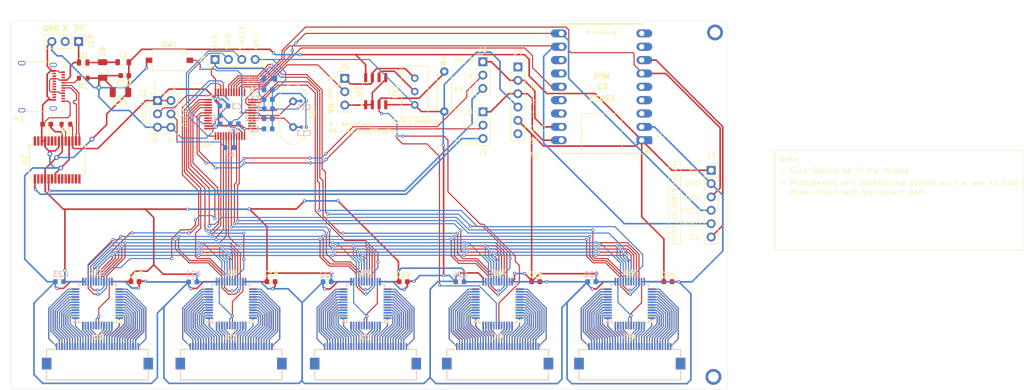
<source format=kicad_pcb>
(kicad_pcb (version 20240108) (generator "pcbnew") (generator_version "8.0")
  (layers (0 "F.Cu" signal) (31 "B.Cu" signal) (34 "B.Paste" user) (35 "F.Paste" user) (36 "B.SilkS" user "B.Silkscreen") (37 "F.SilkS" user "F.Silkscreen") (38 "B.Mask" user) (39 "F.Mask" user) (44 "Edge.Cuts" user))
  (net 0 "")
  (net 1 "+3.3V")
  (net 2 "GND")
  (net 3 "+3.3VA")
  (net 4 "/NRST")
  (net 5 "/HSE_IN")
  (net 6 "/HSE_OUT")
  (net 7 "+5V")
  (net 8 "+5VP")
  (net 9 "Net-(D1-A)")
  (net 10 "ROW_L_3")
  (net 11 "ROW_L_10")
  (net 12 "ROW_L_5")
  (net 13 "ROW_L_24")
  (net 14 "ROW_L_11")
  (net 15 "ROW_L_20")
  (net 16 "ROW_L_30")
  (net 17 "ROW_L_27")
  (net 18 "ROW_L_15")
  (net 19 "ROW_L_4")
  (net 20 "ROW_L_9")
  (net 21 "ROW_L_32")
  (net 22 "ROW_L_2")
  (net 23 "ROW_L_31")
  (net 24 "ROW_L_23")
  (net 25 "ROW_L_13")
  (net 26 "ROW_L_28")
  (net 27 "ROW_L_7")
  (net 28 "ROW_L_29")
  (net 29 "ROW_L_21")
  (net 30 "ROW_L_26")
  (net 31 "ROW_L_12")
  (net 32 "ROW_L_14")
  (net 33 "ROW_L_16")
  (net 34 "ROW_L_8")
  (net 35 "ROW_L_18")
  (net 36 "ROW_L_25")
  (net 37 "ROW_L_19")
  (net 38 "ROW_L_22")
  (net 39 "ROW_L_17")
  (net 40 "ROW_L_6")
  (net 41 "ROW_L_1")
  (net 43 "ADC")
  (net 45 "Net-(J5-Pin_3)")
  (net 46 "/SW_BOOT0")
  (net 47 "BOOT1")
  (net 48 "/COL_L_1.S20")
  (net 49 "/COL_L_1.S3")
  (net 50 "/COL_L_1.S22")
  (net 51 "/COL_L_1.S16")
  (net 52 "/COL_L_1.S27")
  (net 53 "/COL_L_1.S1")
  (net 54 "/COL_L_1.S25")
  (net 55 "/COL_L_1.S5")
  (net 56 "/COL_L_1.S28")
  (net 57 "/COL_L_1.S19")
  (net 58 "/COL_L_1.S15")
  (net 59 "/COL_L_1.S9")
  (net 60 "/COL_L_1.S18")
  (net 61 "/COL_L_1.S23")
  (net 62 "/COL_L_1.S30")
  (net 63 "/COL_L_1.S31")
  (net 64 "/COL_L_1.S17")
  (net 65 "/COL_L_1.S26")
  (net 66 "/COL_L_1.S13")
  (net 67 "/COL_L_1.S24")
  (net 68 "/COL_L_1.S6")
  (net 69 "/COL_L_1.S4")
  (net 70 "/COL_L_1.S2")
  (net 71 "/COL_L_1.S29")
  (net 72 "/COL_L_1.S7")
  (net 73 "/COL_L_1.S10")
  (net 74 "/COL_L_1.S8")
  (net 75 "/COL_L_1.S14")
  (net 76 "/COL_L_1.S21")
  (net 77 "/COL_L_1.S11")
  (net 78 "/COL_L_1.S12")
  (net 79 "/COL_L_1.S32")
  (net 80 "/COL_L_2.S31")
  (net 81 "/COL_L_2.S9")
  (net 82 "/COL_L_2.S29")
  (net 83 "/COL_L_2.S24")
  (net 84 "/COL_L_2.S16")
  (net 85 "/COL_L_2.S7")
  (net 86 "/COL_L_2.S32")
  (net 87 "/COL_L_2.S22")
  (net 88 "/COL_L_2.S10")
  (net 89 "/COL_L_2.S12")
  (net 90 "/COL_L_2.S21")
  (net 91 "/COL_L_2.S14")
  (net 92 "/COL_L_2.S2")
  (net 93 "/COL_L_2.S15")
  (net 94 "/COL_L_2.S18")
  (net 95 "/COL_L_2.S1")
  (net 96 "/COL_L_2.S6")
  (net 97 "/COL_L_2.S20")
  (net 98 "/COL_L_2.S30")
  (net 99 "/COL_L_2.S28")
  (net 100 "/COL_L_2.S8")
  (net 101 "/COL_L_2.S11")
  (net 102 "/COL_L_2.S13")
  (net 103 "/COL_L_2.S19")
  (net 104 "/COL_L_2.S5")
  (net 105 "/COL_L_2.S3")
  (net 106 "/COL_L_2.S27")
  (net 107 "/COL_L_2.S17")
  (net 108 "/COL_L_2.S23")
  (net 109 "/COL_L_2.S26")
  (net 110 "/COL_L_2.S25")
  (net 111 "/COL_L_2.S4")
  (net 112 "/COL_L_3.S29")
  (net 113 "/COL_L_3.S16")
  (net 114 "/COL_L_3.S15")
  (net 115 "/COL_L_3.S6")
  (net 116 "/COL_L_3.S14")
  (net 117 "/COL_L_3.S9")
  (net 118 "/COL_L_3.S3")
  (net 119 "/COL_L_3.S13")
  (net 120 "/COL_L_3.S30")
  (net 121 "/COL_L_3.S22")
  (net 122 "/COL_L_3.S11")
  (net 123 "/COL_L_3.S2")
  (net 124 "/COL_L_3.S5")
  (net 125 "/COL_L_3.S27")
  (net 126 "/COL_L_3.S8")
  (net 127 "/COL_L_3.S12")
  (net 128 "/COL_L_3.S28")
  (net 129 "/COL_L_3.S18")
  (net 130 "/COL_L_3.S31")
  (net 131 "/COL_L_3.S17")
  (net 132 "/COL_L_3.S20")
  (net 133 "/COL_L_3.S4")
  (net 134 "/COL_L_3.S25")
  (net 135 "/COL_L_3.S10")
  (net 136 "/COL_L_3.S19")
  (net 137 "/COL_L_3.S24")
  (net 138 "/COL_L_3.S21")
  (net 139 "/COL_L_3.S23")
  (net 140 "/COL_L_3.S1")
  (net 141 "/COL_L_3.S32")
  (net 142 "/COL_L_3.S26")
  (net 143 "/COL_L_3.S7")
  (net 144 "/COL_L_4.S15")
  (net 145 "/COL_L_4.S5")
  (net 146 "/COL_L_4.S2")
  (net 147 "/COL_L_4.S25")
  (net 148 "/COL_L_4.S17")
  (net 149 "/COL_L_4.S30")
  (net 150 "/COL_L_4.S27")
  (net 151 "/COL_L_4.S21")
  (net 152 "/COL_L_4.S31")
  (net 153 "/COL_L_4.S1")
  (net 154 "/COL_L_4.S10")
  (net 155 "/COL_L_4.S32")
  (net 156 "/COL_L_4.S9")
  (net 157 "/COL_L_4.S19")
  (net 158 "/COL_L_4.S8")
  (net 159 "/COL_L_4.S22")
  (net 160 "/COL_L_4.S23")
  (net 161 "/COL_L_4.S4")
  (net 162 "/COL_L_4.S14")
  (net 163 "/COL_L_4.S12")
  (net 164 "/COL_L_4.S18")
  (net 165 "/COL_L_4.S13")
  (net 166 "/COL_L_4.S7")
  (net 167 "/COL_L_4.S3")
  (net 168 "/COL_L_4.S20")
  (net 169 "/COL_L_4.S6")
  (net 170 "/COL_L_4.S11")
  (net 171 "/COL_L_4.S24")
  (net 172 "/COL_L_4.S28")
  (net 173 "/COL_L_4.S16")
  (net 174 "/COL_L_4.S29")
  (net 175 "/COL_L_4.S26")
  (net 176 "/COL_R_1.S18")
  (net 177 "/COL_R_1.S3")
  (net 178 "/COL_R_1.S28")
  (net 179 "/COL_R_1.S6")
  (net 180 "/COL_R_1.S13")
  (net 181 "/COL_R_1.S23")
  (net 182 "/COL_R_1.S32")
  (net 183 "/COL_R_1.S14")
  (net 184 "/COL_R_1.S9")
  (net 185 "/COL_R_1.S25")
  (net 186 "/COL_R_1.S27")
  (net 187 "/COL_R_1.S4")
  (net 188 "/COL_R_1.S29")
  (net 189 "/COL_R_1.S30")
  (net 190 "/COL_R_1.S8")
  (net 191 "/COL_R_1.S21")
  (net 192 "/COL_R_1.S24")
  (net 193 "/COL_R_1.S16")
  (net 194 "/COL_R_1.S31")
  (net 195 "/COL_R_1.S15")
  (net 196 "/COL_R_1.S20")
  (net 197 "/COL_R_1.S19")
  (net 198 "/COL_R_1.S10")
  (net 199 "/COL_R_1.S22")
  (net 200 "/COL_R_1.S5")
  (net 201 "/COL_R_1.S2")
  (net 202 "/COL_R_1.S12")
  (net 203 "/COL_R_1.S7")
  (net 204 "/COL_R_1.S1")
  (net 205 "/COL_R_1.S17")
  (net 206 "/COL_R_1.S26")
  (net 207 "/COL_R_1.S11")
  (net 208 "ROW_R_7")
  (net 209 "ROW_R_32")
  (net 210 "ROW_R_12")
  (net 211 "ROW_R_26")
  (net 212 "ROW_R_3")
  (net 213 "ROW_R_1")
  (net 214 "ROW_R_9")
  (net 215 "ROW_R_23")
  (net 216 "ROW_R_21")
  (net 217 "ROW_R_13")
  (net 218 "ROW_R_28")
  (net 219 "ROW_R_17")
  (net 220 "ROW_R_5")
  (net 221 "ROW_R_14")
  (net 222 "ROW_R_30")
  (net 223 "ROW_R_19")
  (net 224 "ROW_R_10")
  (net 225 "ROW_R_8")
  (net 226 "ROW_R_4")
  (net 227 "ROW_R_25")
  (net 228 "ROW_R_2")
  (net 229 "ROW_R_29")
  (net 230 "ROW_R_22")
  (net 231 "ROW_R_24")
  (net 232 "ROW_R_31")
  (net 233 "ROW_R_6")
  (net 234 "ROW_R_16")
  (net 235 "ROW_R_20")
  (net 236 "ROW_R_15")
  (net 237 "ROW_R_27")
  (net 238 "ROW_R_18")
  (net 239 "ROW_R_11")
  (net 240 "/COL_R_2.S24")
  (net 241 "/COL_R_2.S25")
  (net 242 "/COL_R_2.S20")
  (net 243 "/COL_R_2.S6")
  (net 244 "/COL_R_2.S10")
  (net 245 "/COL_R_2.S5")
  (net 246 "/COL_R_2.S23")
  (net 247 "/COL_R_2.S9")
  (net 248 "/COL_R_2.S3")
  (net 249 "/COL_R_2.S21")
  (net 250 "/COL_R_2.S7")
  (net 251 "/COL_R_2.S29")
  (net 252 "/COL_R_2.S27")
  (net 253 "/COL_R_2.S17")
  (net 254 "/COL_R_2.S30")
  (net 255 "/COL_R_2.S1")
  (net 256 "/COL_R_2.S11")
  (net 257 "/COL_R_2.S13")
  (net 258 "/COL_R_2.S19")
  (net 259 "/COL_R_2.S15")
  (net 260 "/COL_R_2.S14")
  (net 261 "/COL_R_2.S32")
  (net 262 "/COL_R_2.S4")
  (net 263 "/COL_R_2.S22")
  (net 264 "/COL_R_2.S28")
  (net 265 "/COL_R_2.S31")
  (net 266 "/COL_R_2.S12")
  (net 267 "/COL_R_2.S16")
  (net 268 "/COL_R_2.S18")
  (net 269 "/COL_R_2.S8")
  (net 270 "/COL_R_2.S2")
  (net 271 "/COL_R_2.S26")
  (net 272 "/COL_R_3.S10")
  (net 273 "/COL_R_3.S4")
  (net 274 "/COL_R_3.S22")
  (net 275 "/COL_R_3.S13")
  (net 276 "/COL_R_3.S2")
  (net 277 "/COL_R_3.S18")
  (net 278 "/COL_R_3.S24")
  (net 279 "/COL_R_3.S15")
  (net 280 "/COL_R_3.S17")
  (net 281 "/COL_R_3.S5")
  (net 282 "/COL_R_3.S11")
  (net 283 "/COL_R_3.S9")
  (net 284 "/COL_R_3.S7")
  (net 285 "/COL_R_3.S6")
  (net 286 "/COL_R_3.S8")
  (net 287 "/COL_R_3.S12")
  (net 288 "/COL_R_3.S19")
  (net 289 "/COL_R_3.S27")
  (net 290 "/COL_R_3.S14")
  (net 291 "/COL_R_3.S32")
  (net 292 "/COL_R_3.S21")
  (net 293 "/COL_R_3.S30")
  (net 294 "/COL_R_3.S20")
  (net 295 "/COL_R_3.S25")
  (net 296 "/COL_R_3.S29")
  (net 297 "/COL_R_3.S26")
  (net 298 "/COL_R_3.S31")
  (net 299 "/COL_R_3.S1")
  (net 300 "/COL_R_3.S23")
  (net 301 "/COL_R_3.S28")
  (net 302 "/COL_R_3.S16")
  (net 303 "/COL_R_3.S3")
  (net 304 "/COL_R_4.S30")
  (net 305 "/COL_R_4.S17")
  (net 306 "/COL_R_4.S1")
  (net 307 "/COL_R_4.S15")
  (net 308 "/COL_R_4.S29")
  (net 309 "/COL_R_4.S2")
  (net 310 "/COL_R_4.S20")
  (net 311 "/COL_R_4.S32")
  (net 312 "/COL_R_4.S18")
  (net 313 "/COL_R_4.S16")
  (net 314 "/COL_R_4.S7")
  (net 315 "/COL_R_4.S27")
  (net 316 "/COL_R_4.S5")
  (net 317 "/COL_R_4.S12")
  (net 318 "/COL_R_4.S4")
  (net 319 "/COL_R_4.S13")
  (net 320 "/COL_R_4.S25")
  (net 321 "/COL_R_4.S8")
  (net 322 "/COL_R_4.S28")
  (net 323 "/COL_R_4.S10")
  (net 324 "/COL_R_4.S11")
  (net 325 "/COL_R_4.S21")
  (net 326 "/COL_R_4.S6")
  (net 327 "/COL_R_4.S19")
  (net 328 "/COL_R_4.S23")
  (net 329 "/COL_R_4.S3")
  (net 330 "/COL_R_4.S14")
  (net 331 "/COL_R_4.S22")
  (net 332 "/COL_R_4.S9")
  (net 333 "/COL_R_4.S31")
  (net 334 "/COL_R_4.S24")
  (net 335 "/COL_R_4.S26")
  (net 338 "/D+")
  (net 341 "Net-(P1-CC)")
  (net 343 "/D-")
  (net 344 "/BOOT0")
  (net 345 "Net-(U2-~{RESET})")
  (net 346 "SENSOR_OUT")
  (net 347 "Net-(J6-Pin_3)")
  (net 348 "L4")
  (net 349 "COL_SEL_R_4")
  (net 350 "MISO")
  (net 351 "CS-GYRO")
  (net 352 "ROW_SEL_R")
  (net 353 "MOSI")
  (net 354 "COL_SEL_L_4")
  (net 355 "COL_SEL_L_3")
  (net 356 "RX")
  (net 357 "COL_SEL_R_3")
  (net 358 "COL_SEL_L_2")
  (net 359 "ROW_SEL_L")
  (net 360 "L0")
  (net 361 "TX")
  (net 362 "ESP_SELECT")
  (net 363 "Net-(U3B--)")
  (net 365 "L1")
  (net 367 "COL_SEL_L_1")
  (net 368 "COL_SEL_R_2")
  (net 369 "GYRO_SELECT")
  (net 370 "L2")
  (net 371 "L3")
  (net 374 "ADG_EN")
  (net 375 "ADG_WR")
  (net 376 "SCLK")
  (net 377 "COL_SEL_R_1")
  (net 391 "NSS-STM32")
  (net 403 "TX_BTH")
  (net 404 "RX_BTH")
  (net 405 "TX_USB")
  (net 406 "RX_USB")
  (net 407 "Net-(J5-Pin_2)")
  (net 408 "Net-(J6-Pin_1)")
  (footprint "Inductor_SMD:L_0805_2012Metric" (layer "F.Cu") (at 44.1225 62.151)
    (property "Reference" "L1")
    (property "Value" "L")
  )
  (footprint "Capacitor_SMD:C_0603_1608Metric" (layer "F.Cu") (at 44.41 64.687 180)
    (property "Reference" "C10")
    (property "Value" "100n")
  )
  (footprint "Package_QFP:TQFP-48_7x7mm_P0.5mm" (layer "F.Cu") (at 140.34 108.055 180)
    (property "Reference" "U5")
    (property "Value" "ADG732BSUZ")
  )
  (footprint "Resistor_SMD:R_0603_1608Metric" (layer "F.Cu") (at 36.525 65.17)
    (property "Reference" "R1")
    (property "Value" "5.1k")
  )
  (footprint "Package_QFP:TQFP-48_7x7mm_P0.5mm" (layer "F.Cu") (at 64.61 108.05 180)
    (property "Reference" "U8")
    (property "Value" "ADG732BSUZ")
  )
  (footprint "Connector_PinSocket_2.54mm:PinSocket_1x06_P2.54mm_Vertical" (layer "F.Cu") (at 119.093 63.045)
    (property "Reference" "J4")
    (property "Value" "Bluetooth_Module_HLK_B40_(Customized)")
  )
  (footprint "Capacitor_SMD:C_0603_1608Metric" (layer "F.Cu") (at 46.356 103.86)
    (property "Reference" "C17")
    (property "Value" "100n")
  )
  (footprint "Package_QFP:TQFP-48_7x7mm_P0.5mm" (layer "F.Cu") (at 115.24 108.054 180)
    (property "Reference" "U6")
    (property "Value" "ADG732BSUZ")
  )
  (footprint "Package_QFP:LQFP-48_7x7mm_P0.5mm" (layer "F.Cu") (at 64.403 72.0255 180)
    (property "Reference" "U4")
    (property "Value" "STM32F103C8Tx")
  )
  (footprint "Capacitor_SMD:C_0603_1608Metric" (layer "F.Cu") (at 97.318 103.89)
    (property "Reference" "C19")
    (property "Value" "100n")
  )
  (footprint "Crystal:Crystal_HC49-4H_Vertical" (layer "F.Cu") (at 76.387 74.4795 90)
    (property "Reference" "Y1")
    (property "Value" "8MHz")
  )
  (footprint "Resistor_THT:R_Axial_DIN0207_L6.3mm_D2.5mm_P7.62mm_Horizontal" (layer "F.Cu") (at 105.105 63.899 -90)
    (property "Reference" "R4")
    (property "Value" "330R")
  )
  (footprint "Connector_USB:USB_C_Receptacle_Amphenol_12401610E4-2A" (layer "F.Cu") (at 27.7 66.79 -90)
    (property "Reference" "P1")
    (property "Value" "USB_C_Plug_USB2.0")
  )
  (footprint "Connector_PinSocket_2.54mm:PinSocket_1x06_P2.54mm_Vertical" (layer "F.Cu") (at 155.805 82.684)
    (property "Reference" "J7")
    (property "Value" "Gyro_Sensor_ICM_20948_SparkFun_Module")
  )
  (footprint "Potentiometer_THT:Potentiometer_Bourns_3296W_Vertical" (layer "F.Cu") (at 99.495 65.174 90)
    (property "Reference" "RV1")
    (property "Value" "500k")
  )
  (footprint "Connector_FFC-FPC:Hirose_FH12-32S-0.5SH_1x32-1MP_P0.50mm_Horizontal" (layer "F.Cu") (at 115.24 118.06)
    (property "Reference" "J9")
    (property "Value" "Conn_01x32")
  )
  (footprint "Capacitor_SMD:C_0603_1608Metric" (layer "F.Cu") (at 122.472 103.887)
    (property "Reference" "C16")
    (property "Value" "100n")
  )
  (footprint "Connector_PinHeader_2.54mm:PinHeader_1x03_P2.54mm_Vertical" (layer "F.Cu") (at 112.467 71.578)
    (property "Reference" "J1")
    (property "Value" "RX_Conn")
  )
  (footprint "Connector_PinHeader_2.54mm:PinHeader_1x03_P2.54mm_Vertical" (layer "F.Cu") (at 35.64 58.205 -90)
    (property "Reference" "J19")
    (property "Value" "Power_Conn")
  )
  (footprint "Diode_SMD:D_MicroMELF" (layer "F.Cu") (at 36.525 62.2 180)
    (property "Reference" "D1")
    (property "Value" "1N5819")
  )
  (footprint "Connector_FFC-FPC:Hirose_FH12-32S-0.5SH_1x32-1MP_P0.50mm_Horizontal" (layer "F.Cu") (at 39.225 118.065)
    (property "Reference" "J10")
    (property "Value" "Conn_01x32")
  )
  (footprint "Package_QFP:TQFP-48_7x7mm_P0.5mm" (layer "F.Cu") (at 39.2125 108.05 180)
    (property "Reference" "U7")
    (property "Value" "ADG732BSUZ")
  )
  (footprint "Connector_FFC-FPC:Hirose_FH12-32S-0.5SH_1x32-1MP_P0.50mm_Horizontal" (layer "F.Cu") (at 90.14 118.065)
    (property "Reference" "J12")
    (property "Value" "Conn_01x32")
  )
  (footprint "Connector_PinHeader_2.54mm:PinHeader_2x03_P2.54mm_Vertical" (layer "F.Cu") (at 50.641 69.426)
    (property "Reference" "J2")
    (property "Value" "Boot Conn")
  )
  (footprint "Capacitor_SMD:C_1206_3216Metric" (layer "F.Cu") (at 43.598 67.894 180)
    (property "Reference" "C11")
    (property "Value" "4.7u")
  )
  (footprint "Button_Switch_SMD:SW_Tactile_SPST_NO_Straight_CK_PTS636Sx25SMTRLFS" (layer "F.Cu") (at 52.894 61.763)
    (property "Reference" "SW1")
    (property "Value" "SW_Push")
  )
  (footprint "Connector_PinHeader_2.54mm:PinHeader_1x03_P2.54mm_Vertical" (layer "F.Cu") (at 112.427 62.053)
    (property "Reference" "J3")
    (property "Value" "TX_Conn")
  )
  (footprint "Resistor_SMD:R_0603_1608Metric" (layer "F.Cu") (at 33.235 73.931 180)
    (property "Reference" "R3")
    (property "Value" "10k")
  )
  (footprint "Connector_FFC-FPC:Hirose_FH12-32S-0.5SH_1x32-1MP_P0.50mm_Horizontal" (layer "F.Cu") (at 140.34 118.06)
    (property "Reference" "J8")
    (property "Value" "Conn_01x32")
  )
  (footprint "Connector_FFC-FPC:Hirose_FH12-32S-0.5SH_1x32-1MP_P0.50mm_Horizontal" (layer "F.Cu") (at 64.61 118.065)
    (property "Reference" "J11")
    (property "Value" "Conn_01x32")
  )
  (footprint "Package_QFP:TQFP-48_7x7mm_P0.5mm" (layer "F.Cu") (at 90.14 108.059 180)
    (property "Reference" "U9")
    (property "Value" "ADG732BSUZ")
  )
  (footprint "Capacitor_SMD:C_0603_1608Metric" (layer "F.Cu") (at 29.584 73.931)
    (property "Reference" "C1")
    (property "Value" "100n")
  )
  (footprint "RF_WiFi:ESP32-C3-Mini-through-hole" (layer "F.Cu") (at 142.606 84.595 180)
    (property "Reference" "U1")
    (property "Value" "ESP32-C3-Mini")
  )
  (footprint "Capacitor_SMD:C_1206_3216Metric" (layer "F.Cu") (at 40.21 63.608 -90)
    (property "Reference" "C9")
    (property "Value" "10u")
  )
  (footprint "Package_SO:SO-8_3.9x4.9mm_P1.27mm" (layer "F.Cu") (at 92.08 67.644 90)
    (property "Reference" "U3")
    (property "Value" "LM358")
  )
  (footprint "Connector_PinHeader_2.54mm:PinHeader_1x03_P2.54mm_Vertical" (layer "F.Cu") (at 86.204 65.207)
    (property "Reference" "J6")
    (property "Value" "Conn_01x03")
  )
  (footprint "Package_SO:SSOP-28_5.3x10.2mm_P0.65mm" (layer "F.Cu") (at 31.56 80.727 90)
    (property "Reference" "U2")
    (property "Value" "FT232RL")
  )
  (footprint "Capacitor_SMD:C_0603_1608Metric" (layer "F.Cu") (at 147.594 103.88)
    (property "Reference" "C15")
    (property "Value" "100n")
  )
  (footprint "Capacitor_SMD:C_0603_1608Metric" (layer "F.Cu") (at 72.197 103.883)
    (property "Reference" "C18")
    (property "Value" "100n")
  )
  (footprint "Connector_PinHeader_2.54mm:PinHeader_1x04_P2.54mm_Vertical" (layer "F.Cu") (at 61.565 61.6215 90)
    (property "Reference" "J5")
    (property "Value" "SWD")
  )
  (footprint "Capacitor_SMD:C_0603_1608Metric" (layer "B.Cu") (at 71.637 74.8165)
    (property "Reference" "C2")
    (property "Value" "100n")
  )
  (footprint "Capacitor_SMD:C_0402_1005Metric" (layer "B.Cu") (at 78.377 69.5245)
    (property "Reference" "C14")
    (property "Value" "22p")
  )
  (footprint "Capacitor_SMD:C_0603_1608Metric" (layer "B.Cu") (at 71.663 69.2055)
    (property "Reference" "C6")
    (property "Value" "10n")
  )
  (footprint "Package_QFP:TQFP-48_7x7mm_P0.5mm" (layer "B.Cu") (at 140.34 108.055)
    (property "Reference" "U10")
    (property "Value" "ADG732BSUZ")
  )
  (footprint "Capacitor_SMD:C_0603_1608Metric" (layer "B.Cu") (at 71.691 71.0025)
    (property "Reference" "C7")
    (property "Value" "1u")
  )
  (footprint "Package_QFP:TQFP-48_7x7mm_P0.5mm" (layer "B.Cu") (at 64.6095 108.049)
    (property "Reference" "U11")
    (property "Value" "ADG732BSUZ")
  )
  (footprint "Connector_FFC-FPC:Hirose_FH12-32S-0.5SH_1x32-1MP_P0.50mm_Horizontal" (layer "B.Cu") (at 140.34 118.06 180)
    (property "Reference" "J13")
    (property "Value" "Conn_01x32")
  )
  (footprint "Capacitor_SMD:C_0603_1608Metric" (layer "B.Cu") (at 71.66 67.3905)
    (property "Reference" "C8")
    (property "Value" "1u")
  )
  (footprint "Capacitor_SMD:C_0603_1608Metric" (layer "B.Cu") (at 63.262 70.456)
    (property "Reference" "C3")
    (property "Value" "100n" (hide yes))
  )
  (footprint "Package_QFP:TQFP-48_7x7mm_P0.5mm" (layer "B.Cu") (at 90.1395 108.058)
    (property "Reference" "U12")
    (property "Value" "ADG732BSUZ")
  )
  (footprint "Connector_FFC-FPC:Hirose_FH12-32S-0.5SH_1x32-1MP_P0.50mm_Horizontal" (layer "B.Cu") (at 39.225 118.065 180)
    (property "Reference" "J14")
    (property "Value" "Conn_01x32")
  )
  (footprint "Connector_FFC-FPC:Hirose_FH12-32S-0.5SH_1x32-1MP_P0.50mm_Horizontal" (layer "B.Cu") (at 90.14 118.065 180)
    (property "Reference" "J16")
    (property "Value" "Conn_01x32")
  )
  (footprint "Capacitor_SMD:C_0603_1608Metric" (layer "B.Cu") (at 82.854 103.9 180)
    (property "Reference" "C22")
    (property "Value" "100n")
  )
  (footprint "Capacitor_SMD:C_0603_1608Metric" (layer "B.Cu") (at 71.657 72.8635)
    (property "Reference" "C12")
    (property "Value" "100n")
  )
  (footprint "Capacitor_SMD:C_0603_1608Metric" (layer "B.Cu") (at 133.123 103.887 180)
    (property "Reference" "C20")
    (property "Value" "100n")
  )
  (footprint "Capacitor_SMD:C_0603_1608Metric" (layer "B.Cu") (at 62.527 73.086 90)
    (property "Reference" "C4")
    (property "Value" "100n")
  )
  (footprint "Resistor_SMD:R_0603_1608Metric" (layer "B.Cu") (at 64.33 78.3775)
    (property "Reference" "R2")
    (property "Value" "10k")
  )
  (footprint "Capacitor_SMD:C_0603_1608Metric" (layer "B.Cu") (at 108.066 103.903 180)
    (property "Reference" "C24")
    (property "Value" "100n")
  )
  (footprint "Connector_FFC-FPC:Hirose_FH12-32S-0.5SH_1x32-1MP_P0.50mm_Horizontal" (layer "B.Cu") (at 115.24 118.06 180)
    (property "Reference" "J17")
    (property "Value" "Conn_01x32")
  )
  (footprint "Capacitor_SMD:C_0603_1608Metric" (layer "B.Cu") (at 57.314 103.936 180)
    (property "Reference" "C21")
    (property "Value" "100n")
  )
  (footprint "Inductor_SMD:L_0805_2012Metric" (layer "B.Cu") (at 71.8825 65.2675)
    (property "Reference" "FB1")
    (property "Value" "FerriteBead")
  )
  (footprint "Package_QFP:TQFP-48_7x7mm_P0.5mm" (layer "B.Cu") (at 115.2395 108.053)
    (property "Reference" "U14")
    (property "Value" "ADG732BSUZ")
  )
  (footprint "Capacitor_SMD:C_0603_1608Metric" (layer "B.Cu") (at 65.22 73.848 180)
    (property "Reference" "C5")
    (property "Value" "100n")
  )
  (footprint "Capacitor_SMD:C_0603_1608Metric" (layer "B.Cu") (at 32.001 103.886 180)
    (property "Reference" "C23")
    (property "Value" "100n")
  )
  (footprint "Connector_FFC-FPC:Hirose_FH12-32S-0.5SH_1x32-1MP_P0.50mm_Horizontal" (layer "B.Cu") (at 64.61 118.065 180)
    (property "Reference" "J15")
    (property "Value" "Conn_01x32")
  )
  (footprint "Package_QFP:TQFP-48_7x7mm_P0.5mm" (layer "B.Cu") (at 39.2125 108.05)
    (property "Reference" "U13")
    (property "Value" "ADG732BSUZ")
  )
  (footprint "Capacitor_SMD:C_0402_1005Metric" (layer "B.Cu") (at 78.427 74.4845)
    (property "Reference" "C13")
    (property "Value" "22p")
  )
  (gr_rect (start 167.896 78.926) (end 215.184 97.87) (stroke (width 0.1)) (fill none) (layer "F.SilkS"))
  (gr_rect (start 147.721 81.123) (end 150.01 96.752) (stroke (width 0.1)) (fill none) (layer "F.SilkS"))
  (gr_rect (start 22.827 54.291) (end 158.827 124.291) (stroke (width 0.05)) (fill none) (layer "Edge.Cuts"))
  (gr_text "RX_U" (at 106.859 68.08 0) (layer "F.SilkS") (effects (font (size 1 1) (thickness 0.1)) (justify left bottom)))
  (gr_text "MOSI" (at 150.195 88.503 0) (layer "F.SilkS") (effects (font (size 1 1) (thickness 0.1)) (justify left bottom)))
  (gr_text "5V" (at 151.483 83.347 0) (layer "F.SilkS") (effects (font (size 1 1) (thickness 0.1)) (justify left bottom)))
  (gr_text "NL" (at 121.343 80.372 0) (layer "F.SilkS") (effects (font (size 1 1) (thickness 0.1)) (justify left bottom)))
  (gr_text "TX_U" (at 106.889 77.988 0) (layer "F.SilkS") (effects (font (size 1 1) (thickness 0.1)) (justify left bottom)))
  (gr_text "3V3" (at 62.1085 59.7825 90) (layer "F.SilkS") (effects (font (size 1 1) (thickness 0.1)) (justify left bottom)))
  (gr_text "0" (at 52.562 77.575 0) (layer "F.SilkS") (effects (font (size 1 1) (thickness 0.1)) (justify left bottom)))
  (gr_text "- Gyro Should be in the middle" (at 168.712 83.307 0) (layer "F.SilkS") (effects (font (size 1 1) (thickness 0.1)) (justify left bottom)))
  (gr_text "A" (at 82.991 64.709 -90) (layer "F.SilkS") (effects (font (size 1 1) (thickness 0.2) (bold yes)) (justify left bottom)))
  (gr_text "- Multiplexers and sockets are placed such a way so that " (at 168.691 85.614 0) (layer "F.SilkS") (effects (font (size 1 1) (thickness 0.1)) (justify left bottom)))
  (gr_text "1" (at 49.624 67.345 0) (layer "F.SilkS") (effects (font (size 1 1) (thickness 0.1)) (justify left bottom)))
  (gr_text "SCLK" (at 150.023 91.038 0) (layer "F.SilkS") (effects (font (size 1 1) (thickness 0.1)) (justify left bottom)))
  (gr_text "SWCLK" (at 67.1825 59.9085 90) (layer "F.SilkS") (effects (font (size 1 1) (thickness 0.1)) (justify left bottom)))
  (gr_text "RX" (at 121.382 70.262 0) (layer "F.SilkS") (effects (font (size 1 1) (thickness 0.1)) (justify left bottom)))
  (gr_text "5V" (at 34.705 56.18 0) (layer "F.SilkS") (effects (font (size 1 1) (thickness 0.2)) (justify left bottom)))
  (gr_text "GYRO_ICM_20948_Module" (at 149.3 96.4365 90) (layer "F.SilkS") (effects (font (size 0.8 0.8) (thickness 0.1)) (justify left bottom)))
  (gr_text "Note:" (at 168.712 81.15 0) (layer "F.SilkS") (effects (font (size 1 1) (thickness 0.1)) (justify left bottom)))
  (gr_text "NA" (at 82.958 69.79 -90) (layer "F.SilkS") (effects (font (size 1 1) (thickness 0.2) (bold yes)) (justify left bottom)))
  (gr_text "BOOT0" (at 55.253 69.609 -90) (layer "F.SilkS") (effects (font (size 1 1) (thickness 0.1)) (justify left bottom)))
  (gr_text "SWO" (at 64.6375 59.8975 90) (layer "F.SilkS") (effects (font (size 1 1) (thickness 0.1)) (justify left bottom)))
  (gr_text "0" (at 49.658 77.563 0) (layer "F.SilkS") (effects (font (size 1 1) (thickness 0.1)) (justify left bottom)))
  (gr_text "TX_B" (at 107.006 72.12 0) (layer "F.SilkS") (effects (font (size 1 1) (thickness 0.1)) (justify left bottom)))
  (gr_text "Gain Controller" (at 95.102 73.89 0) (layer "F.SilkS") (effects (font (size 0.8 0.8) (thickness 0.125) (bold yes)) (justify left bottom)))
  (gr_text "GND" (at 28.775 56.32 0) (layer "F.SilkS") (effects (font (size 1 1) (thickness 0.2)) (justify left bottom)))
  (gr_text "these match with the sensor pad " (at 170.665 87.43 0) (layer "F.SilkS") (effects (font (size 1 1) (thickness 0.1)) (justify left bottom)))
  (gr_text "GND" (at 69.9435 59.8405 90) (layer "F.SilkS") (effects (font (size 1 1) (thickness 0.1)) (justify left bottom)))
  (gr_text "ADC" (at 82.958 66.859 270) (layer "F.SilkS") (effects (font (size 0.8 0.8) (thickness 0.125) (bold yes)) (justify left bottom)))
  (gr_text "CS" (at 151.644 96.055 0) (layer "F.SilkS") (effects (font (size 1 1) (thickness 0.1)) (justify left bottom)))
  (gr_text "1" (at 53.289 67.434 0) (layer "F.SilkS") (effects (font (size 1 1) (thickness 0.1)) (justify left bottom)))
  (gr_text "NL" (at 121.412 67.531 0) (layer "F.SilkS") (effects (font (size 1 1) (thickness 0.1)) (justify left bottom)))
  (gr_text "MISO" (at 150.196 93.521 0) (layer "F.SilkS") (effects (font (size 1 1) (thickness 0.1)) (justify left bottom)))
  (gr_text "GND" (at 121.347 75.292 0) (layer "F.SilkS") (effects (font (size 1 1) (thickness 0.1)) (justify left bottom)))
  (gr_text "RX" (at 108.481 74.86 0) (layer "F.SilkS") (effects (font (size 1 1) (thickness 0.1)) (justify left bottom)))
  (gr_text "GND" (at 150.747 85.779 0) (layer "F.SilkS") (effects (font (size 1 1) (thickness 0.1)) (justify left bottom)))
  (gr_text "A : Amplified" (at 83.18 74.374 0) (layer "F.SilkS") (effects (font (size 0.8 0.8) (thickness 0.125) (bold yes)) (justify left bottom)))
  (gr_text "NA : No Amplification" (at 83.074 75.731 0) (layer "F.SilkS") (effects (font (size 0.8 0.8) (thickness 0.125) (bold yes)) (justify left bottom)))
  (gr_text "TX" (at 108.714 65.355 0) (layer "F.SilkS") (effects (font (size 1 1) (thickness 0.1)) (justify left bottom)))
  (gr_text "RX_B" (at 106.936 62.442 0) (layer "F.SilkS") (effects (font (size 1 1) (thickness 0.1)) (justify left bottom)))
  (gr_text "BOOT1" (at 47.407 69.506 -90) (layer "F.SilkS") (effects (font (size 1 1) (thickness 0.1)) (justify left bottom)))
  (gr_text "5V" (at 121.398 77.688 0) (layer "F.SilkS") (effects (font (size 1 1) (thickness 0.1)) (justify left bottom)))
  (gr_text "TX" (at 121.576 72.706 0) (layer "F.SilkS") (effects (font (size 1 1) (thickness 0.1)) (justify left bottom)))
  (gr_text "X" (at 32.475 56.32 0) (layer "F.SilkS") (effects (font (size 1 1) (thickness 0.25) (bold yes)) (justify left bottom)))
  (via (at 156.224 121.984) (size 3) (drill 2) (layers "F.Cu" "B.Cu") (net 0))
  (via (at 156.54 56.478) (size 3) (drill 2) (layers "F.Cu" "B.Cu") (net 0))
  (segment (start 61.653 68.995) (end 61.59 69.058) (width 0.2) (layer "F.Cu") (net 1))
  (segment (start 61.653 67.863) (end 61.653 68.995) (width 0.2) (layer "F.Cu") (net 1))
  (segment (start 69.689 74.7755) (end 69.712 74.7985) (width 0.2) (layer "F.Cu") (net 1))
  (segment (start 59.783 67.251) (end 52.816 67.251) (width 0.3) (layer "F.Cu") (net 1))
  (segment (start 34.755 78.557) (end 34.485 78.287) (width 0.3) (layer "F.Cu") (net 1))
  (segment (start 61.59 69.174239) (end 61.59 69.058) (width 0.3) (layer "F.Cu") (net 1))
  (segment (start 68.5655 74.7755) (end 69.689 74.7755) (width 0.2) (layer "F.Cu") (net 1))
  (segment (start 61.4255 74.7755) (end 61.751 74.45) (width 0.2) (layer "F.Cu") (net 1))
  (segment (start 34.485 78.287) (end 34.485 77.127) (width 0.3) (layer "F.Cu") (net 1))
  (segment (start 67.157 74.7755) (end 67.153 74.7795) (width 0.2) (layer "F.Cu") (net 1))
  (segment (start 61.751 74.45) (end 62.238 73.963) (width 0.3) (layer "F.Cu") (net 1))
  (segment (start 61.565 62.826) (end 61.565 61.6215) (width 0.2) (layer "F.Cu") (net 1))
  (segment (start 34.485 74.356) (end 34.485 77.127) (width 0.2) (layer "F.Cu") (net 1))
  (segment (start 50.641 69.426) (end 48.429 69.426) (width 0.3) (layer "F.Cu") (net 1))
  (segment (start 67.157 74.7755) (end 66.5995 74.218) (width 0.3) (layer "F.Cu") (net 1))
  (segment (start 60.861 64.519) (end 60.861 63.53) (width 0.2) (layer "F.Cu") (net 1))
  (segment (start 61.653 65.311) (end 60.861 64.519) (width 0.2) (layer "F.Cu") (net 1))
  (segment (start 67.157 74.7755) (end 68.5655 74.7755) (width 0.2) (layer "F.Cu") (net 1))
  (segment (start 62.238 69.822239) (end 61.59 69.174239) (width 0.3) (layer "F.Cu") (net 1))
  (segment (start 62.238 73.963) (end 62.238 69.822239) (width 0.3) (layer "F.Cu") (net 1))
  (segment (start 61.565 61.6215) (end 60.963 62.2235) (width 0.2) (layer "F.Cu") (net 1))
  (segment (start 66.5995 74.218) (end 61.983 74.218) (width 0.3) (layer "F.Cu") (net 1))
  (segment (start 39.298 78.557) (end 34.755 78.557) (width 0.3) (layer "F.Cu") (net 1))
  (segment (start 48.429 69.426) (end 39.298 78.557) (width 0.3) (layer "F.Cu") (net 1))
  (segment (start 61.653 67.863) (end 61.653 65.311) (width 0.2) (layer "F.Cu") (net 1))
  (segment (start 61.59 69.058) (end 59.783 67.251) (width 0.3) (layer "F.Cu") (net 1))
  (segment (start 34.06 73.931) (end 34.485 74.356) (width 0.2) (layer "F.Cu") (net 1))
  (segment (start 61.983 74.218) (end 61.751 74.45) (width 0.3) (layer "F.Cu") (net 1))
  (segment (start 60.2405 74.7755) (end 61.4255 74.7755) (width 0.2) (layer "F.Cu") (net 1))
  (segment (start 52.816 67.251) (end 50.641 69.426) (width 0.3) (layer "F.Cu") (net 1))
  (segment (start 50.641 69.426) (end 53.181 69.426) (width 0.3) (layer "F.Cu") (net 1))
  (segment (start 60.861 63.53) (end 61.565 62.826) (width 0.2) (layer "F.Cu") (net 1))
  (segment (start 67.153 74.7795) (end 67.153 76.188) (width 0.2) (layer "F.Cu") (net 1))
  (via (at 67.157 74.7755) (size 0.6) (drill 0.3) (layers "F.Cu" "B.Cu") (net 1))
  (via (at 69.712 74.7985) (size 0.4) (drill 0.2) (layers "F.Cu" "B.Cu") (net 1))
  (via (at 61.751 74.45) (size 0.6) (drill 0.3) (layers "F.Cu" "B.Cu") (net 1))
  (via (at 61.59 69.058) (size 0.6) (drill 0.3) (layers "F.Cu" "B.Cu") (net 1))
  (segment (start 61.565 62.798) (end 61.565 61.6215) (width 0.3) (layer "B.Cu") (net 1))
  (segment (start 62.34 73.861) (end 61.751 74.45) (width 0.3) (layer "B.Cu") (net 1))
  (segment (start 72.945 65.2675) (end 72.461 65.2675) (width 0.3) (layer "B.Cu") (net 1))
  (segment (start 72.6985 65.2675) (end 70.731 63.3) (width 0.3) (layer "B.Cu") (net 1))
  (segment (start 66.021 74.105) (end 66.021 73.9655) (width 0.2) (layer "B.Cu") (net 1))
  (segment (start 61.59 69.058) (end 61.59 69.559) (width 0.3) (layer "B.Cu") (net 1))
  (segment (start 70.844 74.7985) (end 70.862 74.8165) (width 0.2) (layer "B.Cu") (net 1))
  (segment (start 62.067 63.3) (end 61.565 62.798) (width 0.3) (layer "B.Cu") (net 1))
  (segment (start 72.461 65.2675) (end 70.885 66.8435) (width 0.3) (layer "B.Cu") (net 1))
  (segment (start 61.59 69.559) (end 62.487 70.456) (width 0.3) (layer "B.Cu") (net 1))
  (segment (start 62.527 73.861) (end 62.34 73.861) (width 0.3) (layer "B.Cu") (net 1))
  (segment (start 72.945 65.2675) (end 72.6985 65.2675) (width 0.3) (layer "B.Cu") (net 1))
  (segment (start 66.6915 74.7755) (end 66.021 74.105) (width 0.2) (layer "B.Cu") (net 1))
  (segment (start 69.712 74.7985) (end 70.844 74.7985) (width 0.2) (layer "B.Cu") (net 1))
  (segment (start 67.157 74.7755) (end 66.6915 74.7755) (width 0.2) (layer "B.Cu") (net 1))
  (segment (start 70.885 66.8435) (end 70.885 67.3905) (width 0.3) (layer "B.Cu") (net 1))
  (segment (start 70.731 63.3) (end 62.067 63.3) (width 0.3) (layer "B.Cu") (net 1))
  (segment (start 99.495 70.254) (end 99.328 70.254) (width 0.3) (layer "F.Cu") (net 2))
  (segment (start 99.293 70.219) (end 93.985 70.219) (width 0.3) (layer "F.Cu") (net 2))
  (segment (start 99.328 70.254) (end 99.293 70.219) (width 0.3) (layer "F.Cu") (net 2))
  (segment (start 108.096 102.218) (end 111.559 102.218) (width 0.3) (layer "F.Cu") (net 2))
  (segment (start 39.493 65.8) (end 40.21 65.083) (width 0.3) (layer "F.Cu") (net 2))
  (segment (start 40.631 64.687) (end 43.635 64.687) (width 0.3) (layer "F.Cu") (net 2))
  (segment (start 31.566 105.162) (end 32.785 105.162) (width 0.3) (layer "F.Cu") (net 2))
  (segment (start 105.105 71.519) (end 100.76 71.519) (width 0.3) (layer "F.Cu") (net 2))
  (segment (start 123.247 103.887) (end 124.547 103.887) (width 0.3) (layer "F.Cu") (net 2))
  (segment (start 33.835 80.677) (end 33.835 77.127) (width 0.3) (layer "F.Cu") (net 2))
  (segment (start 29.67 64.44) (end 30.32 63.79) (width 0.3) (layer "F.Cu") (net 2))
  (segment (start 31.235 83.277) (end 31.235 84.327) (width 0.3) (layer "F.Cu") (net 2))
  (segment (start 30.57934 63.79) (end 31.02 63.79) (width 0.3) (layer "F.Cu") (net 2))
  (segment (start 31.885 77.127) (end 31.885 78.302) (width 0.3) (layer "F.Cu") (net 2))
  (segment (start 29.285 77.127) (end 28.635 77.127) (width 0.3) (layer "F.Cu") (net 2))
  (segment (start 30.56 58.205) (end 29.71 59.055) (width 0.3) (layer "F.Cu") (net 2))
  (segment (start 40.235 65.083) (end 40.631 64.687) (width 0.2) (layer "F.Cu") (net 2))
  (segment (start 48.547 62.235) (end 49.019 61.763) (width 0.3) (layer "F.Cu") (net 2))
  (segment (start 87.89 103.8965) (end 87.39 103.8965) (width 0.3) (layer "F.Cu") (net 2))
  (segment (start 98.185 103.798) (end 98.093 103.89) (width 0.3) (layer "F.Cu") (net 2))
  (segment (start 40.21 65.083) (end 42.123 66.996) (width 0.3) (layer "F.Cu") (net 2))
  (segment (start 29.969 79.001) (end 29.285 78.317) (width 0.3) (layer "F.Cu") (net 2))
  (segment (start 47.131 103.86) (end 47.131 104.983) (width 0.3) (layer "F.Cu") (net 2))
  (segment (start 47.201 103.79) (end 47.131 103.86) (width 0.3) (layer "F.Cu") (net 2))
  (segment (start 98.093 104.79) (end 97.533 105.35) (width 0.3) (layer "F.Cu") (net 2))
  (segment (start 61.644 73.64191) (end 61.644 73.14) (width 0.2) (layer "F.Cu") (net 2))
  (segment (start 58.089 105.177) (end 59.3785 103.8875) (width 0.3) (layer "F.Cu") (net 2))
  (segment (start 67.4165 71.2755) (end 67.415 71.274) (width 0.2) (layer "F.Cu") (net 2))
  (segment (start 149.647 103.88) (end 149.676 103.909) (width 0.3) (layer "F.Cu") (net 2))
  (segment (start 59.3785 103.8875) (end 61.86 103.8875) (width 0.3) (layer "F.Cu") (net 2))
  (segment (start 32.72 69.54) (end 33.631 69.54) (width 0.2) (layer "F.Cu") (net 2))
  (segment (start 72.972 104.747) (end 72.49 105.229) (width 0.3) (layer "F.Cu") (net 2))
  (segment (start 36.4625 103.8875) (end 36.9625 103.8875) (width 0.2) (layer "F.Cu") (net 2))
  (segment (start 72.972 103.883) (end 72.972 104.747) (width 0.3) (layer "F.Cu") (net 2))
  (segment (start 29.795 69.29) (end 30.32 69.29) (width 0.3) (layer "F.Cu") (net 2))
  (segment (start 66.653 76.188) (end 66.653 75.41809) (width 0.2) (layer "F.Cu") (net 2))
  (segment (start 107.927 102.387) (end 108.096 102.218) (width 0.3) (layer "F.Cu") (net 2))
  (segment (start 104.978 78.05) (end 104.978 102.708) (width 0.3) (layer "F.Cu") (net 2))
  (segment (start 42.123 66.996) (end 42.123 67.894) (width 0.2) (layer "F.Cu") (net 2))
  (segment (start 48.547 63.224) (end 48.547 62.235) (width 0.3) (layer "F.Cu") (net 2))
  (segment (start 28.635 74.105) (end 28.809 73.931) (width 0.3) (layer "F.Cu") (net 2))
  (segment (start 31.186 79.001) (end 29.969 79.001) (width 0.3) (layer "F.Cu") (net 2))
  (segment (start 73.2035 71.2755) (end 68.5655 71.2755) (width 0.2) (layer "F.Cu") (net 2))
  (segment (start 40.21 65.083) (end 40.235 65.083) (width 0.2) (layer "F.Cu") (net 2))
  (segment (start 148.369 103.88) (end 149.647 103.88) (width 0.3) (layer "F.Cu") (net 2))
  (segment (start 83.472 105.263) (end 84.8385 103.8965) (width 0.3) (layer "F.Cu") (net 2))
  (segment (start 61.01041 74.2755) (end 61.644 73.64191) (width 0.2) (layer "F.Cu") (net 2))
  (segment (start 31.955406 64.04) (end 32.72 64.04) (width 0.2) (layer "F.Cu") (net 2))
  (segment (start 29.71 62.92066) (end 30.57934 63.79) (width 0.3) (layer "F.Cu") (net 2))
  (segment (start 99.384 103.798) (end 98.185 103.798) (width 0.3) (layer "F.Cu") (net 2))
  (segment (start 62.153 67.863) (end 62.153 68.818) (width 0.2) (layer "F.Cu") (net 2))
  (segment (start 73.4215 71.0575) (end 73.2035 71.2755) (width 0.2) (layer "F.Cu") (net 2))
  (segment (start 47.131 104.983) (end 47.024 105.09) (width 0.3) (layer "F.Cu") (net 2))
  (segment (start 61.86 103.8875) (end 62.36 103.8875) (width 0.3) (layer "F.Cu") (net 2))
  (segment (start 29.285 78.317) (end 29.285 77.127) (width 0.3) (layer "F.Cu") (net 2))
  (segment (start 30.186 79.573) (end 30.186 79.218) (width 0.3) (layer "F.Cu") (net 2))
  (segment (start 32.785 105.162) (end 34.0595 103.8875) (width 0.3) (layer "F.Cu") (net 2))
  (segment (start 66.10291 74.868) (end 65.918731 74.868) (width 0.2) (layer "F.Cu") (net 2))
  (segment (start 84.8385 103.8965) (end 87.39 103.8965) (width 0.3) (layer "F.Cu") (net 2))
  (segment (start 62.153 68.818) (end 62.551 69.216) (width 0.2) (layer "F.Cu") (net 2))
  (segment (start 40.123 65.17) (end 40.21 65.083) (width 0.2) (layer "F.Cu") (net 2))
  (segment (start 112.49 103.8915) (end 112.99 103.8915) (width 0.2) (layer "F.Cu") (net 2))
  (segment (start 30.32 63.79) (end 31.02 63.79) (width 0.3) (layer "F.Cu") (net 2))
  (segment (start 98.093 103.89) (end 98.093 104.79) (width 0.3) (layer "F.Cu") (net 2))
  (segment (start 37.35 65.17) (end 40.123 65.17) (width 0.3) (layer "F.Cu") (net 2))
  (segment (start 32.258 82.254) (end 31.235 83.277) (width 0.3) (layer "F.Cu") (net 2))
  (segment (start 39.493 66.98) (end 39.493 65.8) (width 0.3) (layer "F.Cu") (net 2))
  (segment (start 34.0595 103.8875) (end 36.4625 103.8875) (width 0.3) (layer "F.Cu") (net 2))
  (segment (start 31.02 63.79) (end 31.705406 63.79) (width 0.2) (layer "F.Cu") (net 2))
  (segment (start 31.705406 63.79) (end 31.955406 64.04) (width 0.2) (layer "F.Cu") (net 2))
  (segment (start 32.258 82.254) (end 33.835 80.677) (width 0.3) (layer "F.Cu") (net 2))
  (segment (start 68.5655 71.2755) (end 67.4165 71.2755) (width 0.2) (layer "F.Cu") (net 2))
  (segment (start 82.421 105.263) (end 83.472 105.263) (width 0.3) (layer "F.Cu") (net 2))
  (segment (start 112.49 103.149) (end 112.49 103.8915) (width 0.3) (layer "F.Cu") (net 2))
  (segment (start 33.589 72.693) (end 30.047 72.693) (width 0.2) (layer "F.Cu") (net 2))
  (segment (start 66.653 75.41809) (end 66.10291 74.868) (width 0.2) (layer "F.Cu") (net 2))
  (segment (start 29.71 59.055) (end 29.71 62.92066) (width 0.3) (layer "F.Cu") (net 2))
  (segment (start 134 105.266) (end 135.3735 103.8925) (width 0.3) (layer "F.Cu") (net 2))
  (segment (start 104.897 77.969) (end 104.978 78.05) (width 0.3) (layer "F.Cu") (net 2))
  (segment (start 31.885 78.302) (end 31.186 79.001) (width 0.3) (layer "F.Cu") (net 2))
  (segment (start 28.809 73.931) (end 28.809 70.276) (width 0.3) (layer "F.Cu") (net 2))
  (segment (start 30.32 69.29) (end 31.02 69.29) (width 0.3) (layer "F.Cu") (net 2))
  (segment (start 28.635 77.127) (end 28.635 74.105) (width 0.3) (layer "F.Cu") (net 2))
  (segment (start 30.047 72.693) (end 28.809 73.931) (width 0.2) (layer "F.Cu") (net 2))
  (segment (start 34.049 72.233) (end 33.589 72.693) (width 0.2) (layer "F.Cu") (net 2))
  (segment (start 30.186 79.218) (end 29.969 79.001) (width 0.3) (layer "F.Cu") (net 2))
  (segment (start 133.223 105.266) (end 134 105.266) (width 0.3) (layer "F.Cu") (net 2))
  (segment (start 29.67 68.64) (end 29.67 64.44) (width 0.3) (layer "F.Cu") (net 2))
  (segment (start 28.809 70.276) (end 29.795 69.29) (width 0.3) (layer "F.Cu") (net 2))
  (segment (start 135.3735 103.8925) (end 137.59 103.8925) (width 0.3) (layer "F.Cu") (net 2))
  (segment (start 60.2405 74.2755) (end 61.01041 74.2755) (width 0.2) (layer "F.Cu") (net 2))
  (segment (start 56.997 105.177) (end 58.089 105.177) (width 0.3) (layer "F.Cu") (net 2))
  (segment (start 30.32 69.29) (end 29.67 68.64) (width 0.3) (layer "F.Cu") (net 2))
  (segment (start 33.631 69.54) (end 34.049 69.958) (width 0.2) (layer "F.Cu") (net 2))
  (segment (start 100.76 71.519) (end 99.495 70.254) (width 0.3) (layer "F.Cu") (net 2))
  (segment (start 48.363 103.79) (end 47.201 103.79) (width 0.3) (layer "F.Cu") (net 2))
  (segment (start 34.049 69.958) (end 34.049 72.233) (width 0.2) (layer "F.Cu") (net 2))
  (segment (start 137.59 103.8925) (end 138.09 103.8925) (width 0.2) (layer "F.Cu") (net 2))
  (segment (start 111.559 102.218) (end 112.49 103.149) (width 0.3) (layer "F.Cu") (net 2))
  (via (at 149.676 103.909) (size 0.6) (drill 0.3) (layers "F.Cu" "B.Cu") (net 2))
  (via (at 62.551 69.216) (size 0.6) (drill 0.3) (layers "F.Cu" "B.Cu") (net 2))
  (via (at 48.547 63.224) (size 0.6) (drill 0.3) (layers "F.Cu" "B.Cu") (net 2))
  (via (at 104.897 77.969) (size 0.6) (drill 0.3) (layers "F.Cu" "B.Cu") (net 2))
  (via (at 30.186 79.573) (size 0.9) (drill 0.5) (layers "F.Cu" "B.Cu") (net 2))
  (via (at 31.566 105.162) (size 0.6) (drill 0.3) (layers "F.Cu" "B.Cu") (net 2))
  (via (at 82.421 105.263) (size 0.6) (drill 0.3) (layers "F.Cu" "B.Cu") (net 2))
  (via (at 56.997 105.177) (size 0.6) (drill 0.3) (layers "F.Cu" "B.Cu") (net 2))
  (via (at 47.024 105.09) (size 0.6) (drill 0.3) (layers "F.Cu" "B.Cu") (net 2))
  (via (at 99.384 103.798) (size 0.6) (drill 0.3) (layers "F.Cu" "B.Cu") (net 2))
  (via (at 124.547 103.887) (size 0.6) (drill 0.3) (layers "F.Cu" "B.Cu") (net 2))
  (via (at 39.493 66.98) (size 0.9) (drill 0.5) (layers "F.Cu" "B.Cu") (net 2))
  (via (at 48.363 103.79) (size 0.6) (drill 0.3) (layers "F.Cu" "B.Cu") (net 2))
  (via (at 107.927 102.387) (size 0.6) (drill 0.3) (layers "F.Cu" "B.Cu") (net 2))
  (via (at 67.415 71.274) (size 0.4) (drill 0.2) (layers "F.Cu" "B.Cu") (net 2))
  (via (at 133.223 105.266) (size 0.6) (drill 0.3) (layers "F.Cu" "B.Cu") (net 2))
  (via (at 73.4215 71.0575) (size 0.4) (drill 0.2) (layers "F.Cu" "B.Cu") (net 2))
  (via (at 104.978 102.708) (size 0.6) (drill 0.3) (layers "F.Cu" "B.Cu") (net 2))
  (via (at 32.258 82.254) (size 0.9) (drill 0.5) (layers "F.Cu" "B.Cu") (net 2))
  (via (at 97.533 105.35) (size 0.6) (drill 0.3) (layers "F.Cu" "B.Cu") (net 2))
  (via (at 61.644 73.14) (size 0.4) (drill 0.2) (layers "F.Cu" "B.Cu") (net 2))
  (via (at 72.49 105.229) (size 0.6) (drill 0.3) (layers "F.Cu" "B.Cu") (net 2))
  (via (at 65.918731 74.868) (size 0.4) (drill 0.2) (layers "F.Cu" "B.Cu") (net 2))
  (segment (start 96.809 105.35) (end 95.3545 103.8955) (width 0.3) (layer "B.Cu") (net 2))
  (segment (start 65.918731 74.868) (end 65.697107 74.868) (width 0.2) (layer "B.Cu") (net 2))
  (segment (start 31.226 103.886) (end 27.164 107.948) (width 0.3) (layer "B.Cu") (net 2))
  (segment (start 149.6595 103.8925) (end 143.09 103.8925) (width 0.3) (layer "B.Cu") (net 2))
  (segment (start 64.037 70.186) (end 63.067 69.216) (width 0.3) (layer "B.Cu") (net 2))
  (segment (start 61.644 73.14) (end 61.698 73.14) (width 0.2) (layer "B.Cu") (net 2))
  (segment (start 73.4215 71.0575) (end 72.521 71.0575) (width 0.2) (layer "B.Cu") (net 2))
  (segment (start 103.917761 103.821) (end 107.209 103.821) (width 0.3) (layer "B.Cu") (net 2))
  (segment (start 50.615 109.86) (end 52.014 108.461) (width 0.3) (layer "B.Cu") (net 2))
  (segment (start 65.384107 74.555) (end 64.585 74.555) (width 0.2) (layer "B.Cu") (net 2))
  (segment (start 39.493 66.98) (end 39.493 68.746) (width 0.3) (layer "B.Cu") (net 2))
  (segment (start 115.695 61.996) (end 113.936 60.237) (width 0.3) (layer "B.Cu") (net 2))
  (segment (start 61.151 75.302) (end 59.866 76.587) (width 0.2) (layer "B.Cu") (net 2))
  (segment (start 117.4895 103.8905) (end 117.9895 103.8905) (width 0.2) (layer "B.Cu") (net 2))
  (segment (start 27.164 107.948) (end 27.164 121.551) (width 0.3) (layer "B.Cu") (net 2))
  (segment (start 73.4215 71.0575) (end 77.324 71.0575) (width 0.2) (layer "B.Cu") (net 2))
  (segment (start 72.435 69.2025) (end 72.438 69.2055) (width 0.2) (layer "B.Cu") (net 2))
  (segment (start 149.676 103.909) (end 149.6595 103.8925) (width 0.3) (layer "B.Cu") (net 2))
  (segment (start 142.59 103.8925) (end 143.09 103.8925) (width 0.2) (layer "B.Cu") (net 2))
  (segment (start 102.425 105.313761) (end 103.917761 103.821) (width 0.3) (layer "B.Cu") (net 2))
  (segment (start 107.927 102.387) (end 107.291 103.023) (width 0.3) (layer "B.Cu") (net 2))
  (segment (start 113.936 60.237) (end 111.247 60.237) (width 0.3) (layer "B.Cu") (net 2))
  (segment (start 90.8625 61.6215) (end 99.495 70.254) (width 0.2) (layer "B.Cu") (net 2))
  (segment (start 28.835 123.222) (end 49.507 123.222) (width 0.3) (layer "B.Cu") (net 2))
  (segment (start 78.102 107.877) (end 82.079 103.9) (width 0.3) (layer "B.Cu") (net 2))
  (segment (start 61.698 73.14) (end 62.527 72.311) (width 0.2) (layer "B.Cu") (net 2))
  (segment (start 149.676 103.909) (end 152.156 103.909) (width 0.3) (layer "B.Cu") (net 2))
  (segment (start 32.258 82.254) (end 26.912 82.254) (width 0.3) (layer "B.Cu") (net 2))
  (segment (start 56.539 103.936) (end 56.539 104.719) (width 0.3) (layer "B.Cu") (net 2))
  (segment (start 104.914 77.952) (end 104.914 71.71) (width 0.3) (layer "B.Cu") (net 2))
  (segment (start 27.164 121.551) (end 28.835 123.222) (width 0.3) (layer "B.Cu") (net 2))
  (segment (start 64.471 73.9655) (end 64.471 73.802) (width 0.2) (layer "B.Cu") (net 2))
  (segment (start 124.5195 103.8905) (end 117.9895 103.8905) (width 0.3) (layer "B.Cu") (net 2))
  (segment (start 104.978 102.708) (end 100.474 102.708) (width 0.3) (layer "B.Cu") (net 2))
  (segment (start 47.024 105.09) (end 45.714 105.09) (width 0.3) (layer "B.Cu") (net 2))
  (segment (start 128.432 107.803) (end 128.432 122.376) (width 0.3) (layer "B.Cu") (net 2))
  (segment (start 77.522 123.221) (end 52.831 123.221) (width 0.3) (layer "B.Cu") (net 2))
  (segment (start 128.432 122.376) (end 129.332 123.276) (width 0.3) (layer "B.Cu") (net 2))
  (segment (start 65.807107 73.073) (end 65.22 73.073) (width 0.2) (layer "B.Cu") (net 2))
  (segment (start 49.507 123.222) (end 50.615 122.114) (width 0.3) (layer "B.Cu") (net 2))
  (segment (start 82.079 103.9) (end 82.079 104.921) (width 0.3) (layer "B.Cu") (net 2))
  (segment (start 129.332 123.276) (end 151.215 123.276) (width 0.3) (layer "B.Cu") (net 2))
  (segment (start 51.849 108.626) (end 52.014 108.461) (width 0.3) (layer "B.Cu") (net 2))
  (segment (start 72.466 71.0025) (end 72.466 72.8295) (width 0.2) (layer "B.Cu") (net 2))
  (segment (start 78.857 74.4345) (end 78.907 74.4845) (width 0.3) (layer "B.Cu") (net 2))
  (segment (start 52.014 108.461) (end 56.539 103.936) (width 0.3) (layer "B.Cu") (net 2))
  (segment (start 61.502471 73.85) (end 61.151 74.201471) (width 0.2) (layer "B.Cu") (net 2))
  (segment (start 72.432 74.7965) (end 72.412 74.8165) (width 0.2) (layer "B.Cu") (net 2))
  (segment (start 62.527 72.311) (end 62.908 72.311) (width 0.2) (layer "B.Cu") (net 2))
  (segment (start 97.533 105.35) (end 96.809 105.35) (width 0.3) (layer "B.Cu") (net 2))
  (segment (start 107.209 103.821) (end 107.291 103.903) (width 0.3) (layer "B.Cu") (net 2))
  (segment (start 72.432 72.8635) (end 72.432 74.7965) (width 0.2) (layer "B.Cu") (net 2))
  (segment (start 66.8595 103.8865) (end 67.3595 103.8865) (width 0.3) (layer "B.Cu") (net 2))
  (segment (start 77.729499 68.087) (end 73.5565 68.087) (width 0.3) (layer "B.Cu") (net 2))
  (segment (start 132.348 103.887) (end 132.348 104.391) (width 0.3) (layer "B.Cu") (net 2))
  (segment (start 48.427 74.506) (end 50.641 74.506) (width 0.3) (layer "B.Cu") (net 2))
  (segment (start 127.448 122.424) (end 127.448 108.787) (width 0.3) (layer "B.Cu") (net 2))
  (segment (start 127.448 108.787) (end 132.348 103.887) (width 0.3) (layer "B.Cu") (net 2))
  (segment (start 78.102 122.641) (end 77.522 123.221) (width 0.3) (layer "B.Cu") (net 2))
  (segment (start 78.857 69.5245) (end 78.857 74.4345) (width 0.3) (layer "B.Cu") (net 2))
  (segment (start 104.978 102.708) (end 106.096 102.708) (width 0.3) (layer "B.Cu") (net 2))
  (segment (start 72.49 105.229) (end 71.555 105.229) (width 0.3) (layer "B.Cu") (net 2))
  (segment (start 102.425 122.173) (end 103.512 123.26) (width 0.3) (layer "B.Cu") (net 2))
  (segment (start 67.415 71.465107) (end 65.807107 73.073) (width 0.2) (layer "B.Cu") (net 2))
  (segment (start 31.579 60.929) (end 32.49 60.929) (width 0.3) (layer "B.Cu") (net 2))
  (segment (start 101.254 123.239) (end 102.425 122.068) (width 0.3) (layer "B.Cu") (net 2))
  (segment (start 41.4625 103.8875) (end 41.9625 103.8875) (width 0.2) (layer "B.Cu") (net 2))
  (segment (start 106.096 102.708) (end 107.291 103.903) (width 0.3) (layer "B.Cu") (net 2))
  (segment (start 45.239 71.318) (end 48.427 74.506) (width 0.3) (layer "B.Cu") (net 2))
  (segment (start 124.523 103.887) (end 124.5195 103.8905) (width 0.3) (layer "B.Cu") (net 2))
  (segment (start 30.56 59.91) (end 31.579 60.929) (width 0.3) (layer "B.Cu") (net 2))
  (segment (start 72.435 67.3905) (end 72.435 69.2025) (width 0.2) (layer "B.Cu") (net 2))
  (segment (start 158.016 98.049) (end 158.016 87.435) (width 0.3) (layer "B.Cu") (net 2))
  (segment (start 32.258 82.254) (end 31.114 82.254) (width 0.3) (layer "B.Cu") (net 2))
  (segment (start 111.247 60.237) (end 105.105 66.379) (width 0.3) (layer "B.Cu") (net 2))
  (segment (start 62.527 72.311) (end 62.527 71.966) (width 0.2) (layer "B.Cu") (net 2))
  (segment (start 25.403 83.763) (end 25.403 99.591) (width 0.3) (layer "B.Cu") (net 2))
  (segment (start 92.3895 103.8955) (end 92.8895 103.8955) (width 0.2) (layer "B.Cu") (net 2))
  (segment (start 42.065 71.318) (end 45.239 71.318) (width 0.3) (layer "B.Cu") (net 2))
  (segment (start 104.914 71.71) (end 105.105 71.519) (width 0.3) (layer "B.Cu") (net 2))
  (segment (start 103.512 123.26) (end 126.612 123.26) (width 0.3) (layer "B.Cu") (net 2))
  (segment (start 72.438 69.2055) (end 72.438 70.9745) (width 0.2) (layer "B.Cu") (net 2))
  (segment (start 72.49 105.229) (end 75.454 105.229) (width 0.3) (layer "B.Cu") (net 2))
  (segment (start 145.016 74.435) (end 142.606 74.435) (width 0.3) (layer "B.Cu") (net 2))
  (segment (start 102.425 121.785) (end 102.425 105.313761) (width 0.3) (layer "B.Cu") (net 2))
  (segment (start 38.541 66.98) (end 39.493 66.98) (width 0.3) (layer "B.Cu") (net 2))
  (segment (start 56.539 104.719) (end 56.997 105.177) (width 0.3) (layer "B.Cu") (net 2))
  (segment (start 31.226 103.886) (end 31.226 104.822) (width 0.3) (layer "B.Cu") (net 2))
  (segment (start 45.714 105.09) (end 44.5115 103.8875) (width 0.3) (layer "B.Cu") (net 2))
  (segment (start 115.695 67.267) (end 115.695 61.996) (width 0.3) (layer "B.Cu") (net 2))
  (segment (start 62.527 71.966) (end 64.037 70.456) (width 0.2) (layer "B.Cu") (net 2))
  (segment (start 31.114 82.254) (end 30.186 81.326) (width 0.3) (layer "B.Cu") (net 2))
  (segment (start 78.857 69.5245) (end 78.857 69.214501) (width 0.3) (layer "B.Cu") (net 2))
  (segment (start 151.961 122.53) (end 151.961 106.194) (width 0.3) (layer "B.Cu") (net 2))
  (segment (start 72.5025 61.6215) (end 74.993 64.112) (width 0.2) (layer "B.Cu") (net 2))
  (segment (start 59.866 76.587) (end 55.262 76.587) (width 0.2) (layer "B.Cu") (net 2))
  (segment (start 44.5115 103.8875) (end 41.9625 103.8875) (width 0.3) (layer "B.Cu") (net 2))
  (segment (start 75.454 105.229) (end 78.102 107.877) (width 0.3) (layer "B.Cu") (net 2))
  (segment (start 126.612 123.26) (end 127.448 122.424) (width 0.3) (layer "B.Cu") (net 2))
  (segment (start 61.644 73.14) (end 61.644 73.85) (width 0.2) (layer "B.Cu") (net 2))
  (segment (start 63.067 69.216) (end 62.551 69.216) (width 0.3) (layer "B.Cu") (net 2))
  (segment (start 119.093 70.665) (end 115.695 67.267) (width 0.3) (layer "B.Cu") (net 2))
  (segment (start 67.415 71.274) (end 67.415 71.465107) (width 0.2) (layer "B.Cu") (net 2))
  (segment (start 124.547 103.887) (end 124.523 103.887) (width 0.3) (layer "B.Cu") (net 2))
  (segment (start 72.466 72.8295) (end 72.432 72.8635) (width 0.2) (layer "B.Cu") (net 2))
  (segment (start 62.908 72.311) (end 64.445 73.848) (width 0.2) (layer "B.Cu") (net 2))
  (segment (start 61.151 74.201471) (end 61.151 75.302) (width 0.2) (layer "B.Cu") (net 2))
  (segment (start 30.186 81.326) (end 30.186 79.573) (width 0.3) (layer "B.Cu") (net 2))
  (segment (start 44.791 66.98) (end 48.547 63.224) (width 0.3) (layer "B.Cu") (net 2))
  (segment (start 65.697107 74.868) (end 65.384107 74.555) (width 0.2) (layer "B.Cu") (net 2))
  (segment (start 61.644 73.85) (end 61.502471 73.85) (width 0.2) (layer "B.Cu") (net 2))
  (segment (start 55.262 76.587) (end 53.181 74.506) (width 0.2) (layer "B.Cu") (net 2))
  (segment (start 152.156 103.909) (end 158.016 98.049) (width 0.3) (layer "B.Cu") (net 2))
  (segment (start 132.348 104.391) (end 133.223 105.266) (width 0.3) (layer "B.Cu") (net 2))
  (segment (start 29.698 103.886) (end 31.226 103.886) (width 0.3) (layer "B.Cu") (net 2))
  (segment (start 102.425 121.785) (end 102.425 122.173) (width 0.3) (layer "B.Cu") (net 2))
  (segment (start 31.226 104.822) (end 31.566 105.162) (width 0.3) (layer "B.Cu") (net 2))
  (segment (start 73.1325 67.3905) (end 72.435 67.3905) (width 0.2) (layer "B.Cu") (net 2))
  (segment (start 78.102 122.148) (end 78.102 122.641) (width 0.3) (layer "B.Cu") (net 2))
  (segment (start 107.291 103.023) (end 107.291 103.903) (width 0.3) (layer "B.Cu") (net 2))
  (segment (start 74.993 65.53) (end 73.1325 67.3905) (width 0.2) (layer "B.Cu") (net 2))
  (segment (start 104.897 77.969) (end 104.914 77.952) (width 0.3) (layer "B.Cu") (net 2))
  (segment (start 56.539 103.936) (end 48.509 103.936) (width 0.3) (layer "B.Cu") (net 2))
  (segment (start 78.102 122.801) (end 78.54 123.239) (width 0.3) (layer "B.Cu") (net 2))
  (segment (start 64.585 74.555) (end 64.445 74.415) (width 0.2) (layer "B.Cu") (net 2))
  (segment (start 32.49 60.929) (end 38.541 66.98) (width 0.3) (layer "B.Cu") (net 2))
  (segment (start 39.493 66.98) (end 44.791 66.98) (width 0.3) (layer "B.Cu") (net 2))
  (segment (start 72.521 71.0575) (end 72.466 71.0025) (width 0.2) (layer "B.Cu") (net 2))
  (segment (start 72.438 70.9745) (end 72.466 71.0025) (width 0.2) (layer "B.Cu") (net 2))
  (segment (start 30.56 58.205) (end 30.56 59.91) (width 0.3) (layer "B.Cu") (net 2))
  (segment (start 64.037 70.456) (end 64.037 70.186) (width 0.3) (layer "B.Cu") (net 2))
  (segment (start 71.555 105.229) (end 70.2125 103.8865) (width 0.3) (layer "B.Cu") (net 2))
  (segment (start 155.805 85.224) (end 145.016 74.435) (width 0.3) (layer "B.Cu") (net 2))
  (segment (start 78.54 123.239) (end 101.254 123.239) (width 0.3) (layer "B.Cu") (net 2))
  (segment (start 25.403 99.591) (end 29.698 103.886) (width 0.3) (layer "B.Cu") (net 2))
  (segment (start 50.641 74.506) (end 53.181 74.506) (width 0.3) (layer "B.Cu") (net 2))
  (segment (start 64.445 74.415) (end 64.445 73.848) (width 0.2) (layer "B.Cu") (net 2))
  (segment (start 132.348 103.887) (end 128.432 107.803) (width 0.3) (layer "B.Cu") (net 2))
  (segment (start 74.993 64.112) (end 74.993 65.53) (width 0.2) (layer "B.Cu") (net 2))
  (segment (start 151.215 123.276) (end 151.961 122.53) (width 0.3) (layer "B.Cu") (net 2))
  (segment (start 78.857 69.214501) (end 77.729499 68.087) (width 0.3) (layer "B.Cu") (net 2))
  (segment (start 73.5565 68.087) (end 72.438 69.2055) (width 0.3) (layer "B.Cu") (net 2))
  (segment (start 100.474 102.708) (end 99.384 103.798) (width 0.3) (layer "B.Cu") (net 2))
  (segment (start 102.425 122.068) (end 102.425 121.785) (width 0.3) (layer "B.Cu") (net 2))
  (segment (start 78.102 122.148) (end 78.102 122.801) (width 0.3) (layer "B.Cu") (net 2))
  (segment (start 158.016 87.435) (end 155.805 85.224) (width 0.3) (layer "B.Cu") (net 2))
  (segment (start 82.079 104.921) (end 82.421 105.263) (width 0.3) (layer "B.Cu") (net 2))
  (segment (start 151.961 106.194) (end 149.676 103.909) (width 0.3) (layer "B.Cu") (net 2))
  (segment (start 69.185 61.6215) (end 72.5025 61.6215) (width 0.2) (layer "B.Cu") (net 2))
  (segment (start 50.615 122.114) (end 50.615 109.86) (width 0.3) (layer "B.Cu") (net 2))
  (segment (start 65.22 73.073) (end 64.445 73.848) (width 0.2) (layer "B.Cu") (net 2))
  (segment (start 52.831 123.221) (end 51.849 122.239) (width 0.3) (layer "B.Cu") (net 2))
  (segment (start 69.185 61.6215) (end 90.8625 61.6215) (width 0.2) (layer "B.Cu") (net 2))
  (segment (start 124.547 103.887) (end 132.348 103.887) (width 0.3) (layer "B.Cu") (net 2))
  (segment (start 78.102 122.148) (end 78.102 107.877) (width 0.3) (layer "B.Cu") (net 2))
  (segment (start 48.509 103.936) (end 48.363 103.79) (width 0.3) (layer "B.Cu") (net 2))
  (segment (start 26.912 82.254) (end 25.403 83.763) (width 0.3) (layer "B.Cu") (net 2))
  (segment (start 51.849 122.239) (end 51.849 108.626) (width 0.3) (layer "B.Cu") (net 2))
  (segment (start 95.3545 103.8955) (end 92.8895 103.8955) (width 0.3) (layer "B.Cu") (net 2))
  (segment (start 70.2125 103.8865) (end 67.3595 103.8865) (width 0.3) (layer "B.Cu") (net 2))
  (segment (start 77.324 71.0575) (end 78.857 69.5245) (width 0.2) (layer "B.Cu") (net 2))
  (segment (start 39.493 68.746) (end 42.065 71.318) (width 0.3) (layer "B.Cu") (net 2))
  (segment (start 105.105 66.379) (end 105.105 71.519) (width 0.3) (layer "B.Cu") (net 2))
  (segment (start 69.6535 70.7755) (end 68.5655 70.7755) (width 0.2) (layer "F.Cu") (net 3))
  (segment (start 69.799 70.63) (end 69.6535 70.7755) (width 0.2) (layer "F.Cu") (net 3))
  (via (at 69.799 70.63) (size 0.4) (drill 0.2) (layers "F.Cu" "B.Cu") (net 3))
  (segment (start 69.939 66.1485) (end 69.939 68.2565) (width 0.2) (layer "B.Cu") (net 3))
  (segment (start 70.888 70.9745) (end 70.916 71.0025) (width 0.2) (layer "B.Cu") (net 3))
  (segment (start 70.7065 70.793) (end 70.916 71.0025) (width 0.2) (layer "B.Cu") (net 3))
  (segment (start 70.888 69.2055) (end 70.888 70.9745) (width 0.2) (layer "B.Cu") (net 3))
  (segment (start 69.962 70.793) (end 70.7065 70.793) (width 0.2) (layer "B.Cu") (net 3))
  (segment (start 69.799 70.63) (end 69.962 70.793) (width 0.2) (layer "B.Cu") (net 3))
  (segment (start 69.939 68.2565) (end 70.888 69.2055) (width 0.2) (layer "B.Cu") (net 3))
  (segment (start 70.82 65.2675) (end 69.939 66.1485) (width 0.2) (layer "B.Cu") (net 3))
  (segment (start 68.5655 71.7755) (end 69.667274 71.7755) (width 0.2) (layer "F.Cu") (net 4))
  (segment (start 58.743 63.475) (end 58.743 62.572) (width 0.2) (layer "F.Cu") (net 4))
  (segment (start 57.934 61.763) (end 56.769 61.763) (width 0.2) (layer "F.Cu") (net 4))
  (segment (start 66.4745 71.7755) (end 68.5655 71.7755) (width 0.2) (layer "F.Cu") (net 4))
  (segment (start 66.436 71.737) (end 66.4745 71.7755) (width 0.2) (layer "F.Cu") (net 4))
  (segment (start 58.743 62.572) (end 57.934 61.763) (width 0.2) (layer "F.Cu") (net 4))
  (via (at 58.743 63.475) (size 0.4) (drill 0.2) (layers "F.Cu" "B.Cu") (net 4))
  (via (at 69.667274 71.7755) (size 0.4) (drill 0.2) (layers "F.Cu" "B.Cu") (net 4))
  (via (at 66.436 71.737) (size 0.4) (drill 0.2) (layers "F.Cu" "B.Cu") (net 4))
  (segment (start 69.667274 71.7755) (end 69.794 71.7755) (width 0.2) (layer "B.Cu") (net 4))
  (segment (start 66.628 64.543) (end 65.835 63.75) (width 0.2) (layer "B.Cu") (net 4))
  (segment (start 61.880604 63.75) (end 61.605604 63.475) (width 0.2) (layer "B.Cu") (net 4))
  (segment (start 61.605604 63.475) (end 58.743 63.475) (width 0.2) (layer "B.Cu") (net 4))
  (segment (start 66.436 71.737) (end 66.628 71.545) (width 0.2) (layer "B.Cu") (net 4))
  (segment (start 66.628 71.545) (end 66.628 64.543) (width 0.2) (layer "B.Cu") (net 4))
  (segment (start 69.794 71.7755) (end 70.882 72.8635) (width 0.2) (layer "B.Cu") (net 4))
  (segment (start 65.835 63.75) (end 61.880604 63.75) (width 0.2) (layer "B.Cu") (net 4))
  (segment (start 68.5655 72.7755) (end 74.683 72.7755) (width 0.2) (layer "F.Cu") (net 5))
  (segment (start 74.683 72.7755) (end 76.387 74.4795) (width 0.2) (layer "F.Cu") (net 5))
  (segment (start 76.392 74.4845) (end 76.387 74.4795) (width 0.3) (layer "B.Cu") (net 5))
  (segment (start 77.947 74.4845) (end 76.392 74.4845) (width 0.3) (layer "B.Cu") (net 5))
  (segment (start 68.5655 72.2755) (end 73.711 72.2755) (width 0.2) (layer "F.Cu") (net 6))
  (segment (start 73.711 72.2755) (end 76.387 69.5995) (width 0.2) (layer "F.Cu") (net 6))
  (segment (start 76.462 69.5245) (end 76.387 69.5995) (width 0.3) (layer "B.Cu") (net 6))
  (segment (start 77.897 69.5245) (end 76.462 69.5245) (width 0.3) (layer "B.Cu") (net 6))
  (segment (start 92.39 108.028) (end 90.39 110.028) (width 0.2) (layer "F.Cu") (net 7))
  (segment (start 40.974 71.993) (end 45.073 67.894) (width 0.3) (layer "F.Cu") (net 7))
  (segment (start 39.4625 108.9445) (end 41.4625 106.9445) (width 0.2) (layer "F.Cu") (net 7))
  (segment (start 90.175 65.069) (end 90.175 62.622) (width 0.3) (layer "F.Cu") (net 7))
  (segment (start 32.729761 90.088) (end 29.285 86.643239) (width 0.3) (layer "F.Cu") (net 7))
  (segment (start 33.039 90.088) (end 33.039 101.712) (width 0.3) (layer "F.Cu") (net 7))
  (segment (start 77.021 90.045) (end 78.554 88.512) (width 0.3) (layer "F.Cu") (net 7))
  (segment (start 49.921 91.686) (end 48.323 90.088) (width 0.3) (layer "F.Cu") (net 7))
  (segment (start 118.443 102.311) (end 118.443 103.4385) (width 0.3) (layer "F.Cu") (net 7))
  (segment (start 66.86 105.656059) (end 66.86 103.8875) (width 0.2) (layer "F.Cu") (net 7))
  (segment (start 142.59 103.8925) (end 143.09 103.8925) (width 0.2) (layer "F.Cu") (net 7))
  (segment (start 146.819 95.766239) (end 146.819 103.88) (width 0.3) (layer "F.Cu") (net 7))
  (segment (start 48.041 90.088) (end 33.039 90.088) (width 0.3) (layer "F.Cu") (net 7))
  (segment (start 118.443 103.4385) (end 117.99 103.8915) (width 0.3) (layer "F.Cu") (net 7))
  (segment (start 49.921 100.664) (end 49.921 91.686) (width 0.3) (layer "F.Cu") (net 7))
  (segment (start 30.359 73.931) (end 30.359 74.544) (width 0.3) (layer "F.Cu") (net 7))
  (segment (start 148.315 82.684) (end 142.606 76.975) (width 0.3) (layer "F.Cu") (net 7))
  (segment (start 48.041 90.088) (end 56.294 90.088) (width 0.3) (layer "F.Cu") (net 7))
  (segment (start 48.705 101.88) (end 49.921 100.664) (width 0.3) (layer "F.Cu") (net 7))
  (segment (start 123.975 78.087) (end 141.494 78.087) (width 0.3) (layer "F.Cu") (net 7))
  (segment (start 117.49 103.8915) (end 117.99 103.8915) (width 0.2) (layer "F.Cu") (net 7))
  (segment (start 71.422 102.252) (end 71.422 103.883) (width 0.3) (layer "F.Cu") (net 7))
  (segment (start 41.99 103.86) (end 41.9625 103.8875) (width 0.3) (layer "F.Cu") (net 7))
  (segment (start 71.422 102.252) (end 83.624 102.252) (width 0.3) (layer "F.Cu") (net 7))
  (segment (start 143.1025 103.88) (end 143.09 103.8925) (width 0.3) (layer "F.Cu") (net 7))
  (segment (start 33.039 90.088) (end 32.729761 90.088) (width 0.3) (layer "F.Cu") (net 7))
  (segment (start 142.59 103.8925) (end 142.59 107.89) (width 0.2) (layer "F.Cu") (net 7))
  (segment (start 68.069 90.045) (end 77.021 90.045) (width 0.3) (layer "F.Cu") (net 7))
  (segment (start 71.422 93.398) (end 71.422 102.252) (width 0.3) (layer "F.Cu") (net 7))
  (segment (start 29.285 86.643239) (end 29.285 84.327) (width 0.3) (layer "F.Cu") (net 7))
  (segment (start 45.581 103.86) (end 41.99 103.86) (width 0.3) (layer "F.Cu") (net 7))
  (segment (start 32.535 79.188) (end 32.535 77.127) (width 0.3) (layer "F.Cu") (net 7))
  (segment (start 40.974 73.998) (end 40.974 71.993) (width 0.3) (layer "F.Cu") (net 7))
  (segment (start 120.336 60.693) (end 121.226 61.583) (width 0.3) (layer "F.Cu") (net 7))
  (segment (start 64.86 110.461) (end 64.86 107.656059) (width 0.2) (layer "F.Cu") (net 7))
  (segment (start 119.093 73.205) (end 121.697 75.809) (width 0.3) (layer "F.Cu") (net 7))
  (segment (start 142.59 107.89) (end 140.59 109.89) (width 0.2) (layer "F.Cu") (net 7))
  (segment (start 39.4625 110.512) (end 39.4625 112.2125) (width 0.2) (layer "F.Cu") (net 7))
  (segment (start 30.359 74.544) (end 31.177 75.362) (width 0.3) (layer "F.Cu") (net 7))
  (segment (start 32.167 75.362) (end 32.535 75.73) (width 0.3) (layer "F.Cu") (net 7))
  (segment (start 96.4 100.008) (end 96.4 101.87) (width 0.3) (layer "F.Cu") (net 7))
  (segment (start 45.185 62.151) (end 47.652 59.684) (width 0.3) (layer "F.Cu") (net 7))
  (segment (start 67.3645 103.883) (end 67.36 103.8875) (width 0.3) (layer "F.Cu") (net 7))
  (segment (start 90.39 110.028) (end 90.39 110.445) (width 0.2) (layer "F.Cu") (net 7))
  (segment (start 121.697 103.887) (end 121.697 103.668) (width 0.3) (layer "F.Cu") (net 7))
  (segment (start 119.093 73.205) (end 123.975 78.087) (width 0.3) (layer "F.Cu") (net 7))
  (segment (start 38.203 76.769) (end 40.974 73.998) (width 0.3) (layer "F.Cu") (net 7))
  (segment (start 48.323 90.088) (end 48.041 90.088) (width 0.3) (layer "F.Cu") (net 7))
  (segment (start 64.86 107.656059) (end 66.86 105.656059) (width 0.2) (layer "F.Cu") (net 7))
  (segment (start 32.535 75.73) (end 32.535 77.127) (width 0.3) (layer "F.Cu") (net 7))
  (segment (start 96.4 101.87) (end 96.4 103.747) (width 0.3) (layer "F.Cu") (net 7))
  (segment (start 88.246 60.693) (end 77.764 60.693) (width 0.3) (layer "F.Cu") (net 7))
  (segment (start 90.39 110.445) (end 90.39 112.2215) (width 0.2) (layer "F.Cu") (net 7))
  (segment (start 140.59 109.89) (end 140.59 110.308) (width 0.2) (layer "F.Cu") (net 7))
  (segment (start 31.177 75.362) (end 32.167 75.362) (width 0.3) (layer "F.Cu") (net 7))
  (segment (start 88.246 60.693) (end 120.336 60.693) (width 0.3) (layer "F.Cu") (net 7))
  (segment (start 92.39 103.8965) (end 92.39 108.028) (width 0.2) (layer "F.Cu") (net 7))
  (segment (start 29.285 82.438) (end 29.285 84.327) (width 0.3) (layer "F.Cu") (net 7))
  (segment (start 71.985 59.684) (end 72.686 60.385) (width 0.3) (layer "F.Cu") (net 7))
  (segment (start 45.073 67.894) (end 45.073 64.799) (width 0.3) (layer "F.Cu") (net 7))
  (segment (start 142.606 91.553239) (end 146.819 95.766239) (width 0.3) (layer "F.Cu") (net 7))
  (segment (start 66.86 103.8875) (end 67.36 103.8875) (width 0.2) (layer "F.Cu") (net 7))
  (segment (start 140.59 110.308) (end 140.59 112.2175) (width 0.2) (layer "F.Cu") (net 7))
  (segment (start 41.4625 106.9445) (end 41.4625 103.8875) (width 0.2) (layer "F.Cu") (net 7))
  (segment (start 121.226 64.735) (end 124.584 68.093) (width 0.3) (layer "F.Cu") (net 7))
  (segment (start 33.039 101.712) (end 33.028 101.723) (width 0.3) (layer "F.Cu") (net 7))
  (segment (start 155.805 82.684) (end 148.315 82.684) (width 0.3) (layer "F.Cu") (net 7))
  (segment (start 45.185 62.151) (end 45.185 64.687) (width 0.3) (layer "F.Cu") (net 7))
  (segment (start 142.606 76.975) (end 142.606 91.553239) (width 0.3) (layer "F.Cu") (net 7))
  (segment (start 41.4625 103.8875) (end 41.9625 103.8875) (width 0.2) (layer "F.Cu") (net 7))
  (segment (start 68.069 90.045) (end 71.422 93.398) (width 0.3) (layer "F.Cu") (net 7))
  (segment (start 71.422 103.883) (end 67.3645 103.883) (width 0.3) (layer "F.Cu") (net 7))
  (segment (start 146.819 103.88) (end 143.1025 103.88) (width 0.3) (layer "F.Cu") (net 7))
  (segment (start 51.715 102.458) (end 49.921 100.664) (width 0.3) (layer "F.Cu") (net 7))
  (segment (start 31.463 80.26) (end 32.535 79.188) (width 0.3) (layer "F.Cu") (net 7))
  (segment (start 92.39 103.8965) (end 92.89 103.8965) (width 0.2) (layer "F.Cu") (net 7))
  (segment (start 123.23 102.354) (end 133.933 102.354) (width 0.3) (layer "F.Cu") (net 7))
  (segment (start 121.697 103.887) (end 123.23 102.354) (width 0.3) (layer "F.Cu") (net 7))
  (segment (start 121.226 61.583) (end 121.226 64.735) (width 0.3) (layer "F.Cu") (net 7))
  (segment (start 39.4625 110.512) (end 39.4625 108.9445) (width 0.2) (layer "F.Cu") (net 7))
  (segment (start 96.4 103.747) (end 96.543 103.89) (width 0.3) (layer "F.Cu") (net 7))
  (segment (start 56.294 90.088) (end 56.302 90.096) (width 0.3) (layer "F.Cu") (net 7))
  (segment (start 124.584 68.093) (end 133.724 68.093) (width 0.3) (layer "F.Cu") (net 7))
  (segment (start 45.073 64.799) (end 45.185 64.687) (width 0.2) (layer "F.Cu") (net 7))
  (segment (start 47.652 59.684) (end 71.985 59.684) (width 0.3) (layer "F.Cu") (net 7))
  (segment (start 83.624 102.252) (end 83.632 102.244) (width 0.3) (layer "F.Cu") (net 7))
  (segment (start 121.697 75.809) (end 121.697 103.887) (width 0.3) (layer "F.Cu") (net 7))
  (segment (start 45.581 102.738) (end 46.439 101.88) (width 0.3) (layer "F.Cu") (net 7))
  (segment (start 46.439 101.88) (end 48.705 101.88) (width 0.3) (layer "F.Cu") (net 7))
  (segment (start 45.581 103.86) (end 45.581 102.738) (width 0.3) (layer "F.Cu") (net 7))
  (segment (start 92.8965 103.89) (end 92.89 103.8965) (width 0.3) (layer "F.Cu") (net 7))
  (segment (start 90.175 62.622) (end 88.246 60.693) (width 0.3) (layer "F.Cu") (net 7))
  (segment (start 58.126 102.458) (end 51.715 102.458) (width 0.3) (layer "F.Cu") (net 7))
  (segment (start 31.463 80.26) (end 29.285 82.438) (width 0.3) (layer "F.Cu") (net 7))
  (segment (start 64.86 112.2125) (end 64.86 110.461) (width 0.2) (layer "F.Cu") (net 7))
  (segment (start 121.697 103.668) (end 120.363 102.334) (width 0.3) (layer "F.Cu") (net 7))
  (segment (start 84.891 88.499) (end 96.4 100.008) (width 0.3) (layer "F.Cu") (net 7))
  (segment (start 96.543 103.89) (end 92.8965 103.89) (width 0.3) (layer "F.Cu") (net 7))
  (segment (start 133.724 68.093) (end 142.606 76.975) (width 0.3) (layer "F.Cu") (net 7))
  (segment (start 141.494 78.087) (end 142.606 76.975) (width 0.3) (layer "F.Cu") (net 7))
  (via (at 64.86 110.461) (size 0.6) (drill 0.3) (layers "F.Cu" "B.Cu") (net 7))
  (via (at 56.302 90.096) (size 0.6) (drill 0.3) (layers "F.Cu" "B.Cu") (net 7))
  (via (at 120.363 102.334) (size 0.6) (drill 0.3) (layers "F.Cu" "B.Cu") (net 7))
  (via (at 90.39 110.445) (size 0.6) (drill 0.3) (layers "F.Cu" "B.Cu") (net 7))
  (via (at 38.203 76.769) (size 0.9) (drill 0.5) (layers "F.Cu" "B.Cu") (net 7))
  (via (at 68.069 90.045) (size 0.6) (drill 0.3) (layers "F.Cu" "B.Cu") (net 7))
  (via (at 78.554 88.512) (size 0.6) (drill 0.3) (layers "F.Cu" "B.Cu") (net 7))
  (via (at 140.59 110.308) (size 0.6) (drill 0.3) (layers "F.Cu" "B.Cu") (net 7))
  (via (at 83.632 102.244) (size 0.6) (drill 0.3) (layers "F.Cu" "B.Cu") (net 7))
  (via (at 31.463 80.26) (size 0.9) (drill 0.5) (layers "F.Cu" "B.Cu") (net 7))
  (via (at 33.028 101.723) (size 0.6) (drill 0.3) (layers "F.Cu" "B.Cu") (net 7))
  (via (at 77.764 60.693) (size 0.6) (drill 0.3) (layers "F.Cu" "B.Cu") (net 7))
  (via (at 39.4625 110.512) (size 0.6) (drill 0.3) (layers "F.Cu" "B.Cu") (net 7))
  (via (at 72.686 60.385) (size 0.6) (drill 0.3) (layers "F.Cu" "B.Cu") (net 7))
  (via (at 118.443 102.311) (size 0.6) (drill 0.3) (layers "F.Cu" "B.Cu") (net 7))
  (via (at 58.126 102.458) (size 0.6) (drill 0.3) (layers "F.Cu" "B.Cu") (net 7))
  (via (at 84.891 88.499) (size 0.6) (drill 0.3) (layers "F.Cu" "B.Cu") (net 7))
  (via (at 96.4 101.87) (size 0.6) (drill 0.3) (layers "F.Cu" "B.Cu") (net 7))
  (via (at 133.933 102.354) (size 0.6) (drill 0.3) (layers "F.Cu" "B.Cu") (net 7))
  (segment (start 138.09 107.808) (end 140.59 110.308) (width 0.2) (layer "B.Cu") (net 7))
  (segment (start 118.466 102.334) (end 118.443 102.311) (width 0.3) (layer "B.Cu") (net 7))
  (segment (start 133.933 102.354) (end 133.933 103.852) (width 0.3) (layer "B.Cu") (net 7))
  (segment (start 61.8595 103.8865) (end 62.3595 103.8865) (width 0.3) (layer "B.Cu") (net 7))
  (segment (start 87.8895 107.9445) (end 87.8895 103.8955) (width 0.2) (layer "B.Cu") (net 7))
  (segment (start 32.776 103.886) (end 36.461 103.886) (width 0.3) (layer "B.Cu") (net 7))
  (segment (start 68.018 90.096) (end 68.069 90.045) (width 0.3) (layer "B.Cu") (net 7))
  (segment (start 137.5845 103.887) (end 137.59 103.8925) (width 0.3) (layer "B.Cu") (net 7))
  (segment (start 108.841 103.903) (end 112.477 103.903) (width 0.3) (layer "B.Cu") (net 7))
  (segment (start 133.933 103.852) (end 133.898 103.887) (width 0.3) (layer "B.Cu") (net 7))
  (segment (start 108.843 103.901) (end 108.841 103.903) (width 0.3) (layer "B.Cu") (net 7))
  (segment (start 83.632 103.897) (end 83.629 103.9) (width 0.3) (layer "B.Cu") (net 7))
  (segment (start 120.363 102.334) (end 118.466 102.334) (width 0.3) (layer "B.Cu") (net 7))
  (segment (start 96.96 101.31) (end 108.393 101.31) (width 0.3) (layer "B.Cu") (net 7))
  (segment (start 31.463 80.26) (end 34.712 80.26) (width 0.3) (layer "B.Cu") (net 7))
  (segment (start 83.632 102.244) (end 83.632 103.897) (width 0.3) (layer "B.Cu") (net 7))
  (segment (start 112.4895 103.8905) (end 112.9895 103.8905) (width 0.2) (layer "B.Cu") (net 7))
  (segment (start 64.86 110.461) (end 62.3595 107.9605) (width 0.2) (layer "B.Cu") (net 7))
  (segment (start 87.3895 103.8955) (end 87.8895 103.8955) (width 0.3) (layer "B.Cu") (net 7))
  (segment (start 64.3595 112.2115) (end 64.3595 110.9615) (width 0.2) (layer "B.Cu") (net 7))
  (segment (start 90.39 110.445) (end 87.8895 107.9445) (width 0.2) (layer "B.Cu") (net 7))
  (segment (start 33.028 103.634) (end 32.776 103.886) (width 0.3) (layer "B.Cu") (net 7))
  (segment (start 108.843 101.76) (end 108.843 103.901) (width 0.3) (layer "B.Cu") (net 7))
  (segment (start 84.878 88.512) (end 84.891 88.499) (width 0.3) (layer "B.Cu") (net 7))
  (segment (start 56.302 90.096) (end 68.018 90.096) (width 0.3) (layer "B.Cu") (net 7))
  (segment (start 89.8895 112.2205) (end 89.8895 110.9455) (width 0.2) (layer "B.Cu") (net 7))
  (segment (start 89.8895 110.9455) (end 90.39 110.445) (width 0.2) (layer "B.Cu") (net 7))
  (segment (start 58.126 103.899) (end 58.089 103.936) (width 0.3) (layer "B.Cu") (net 7))
  (segment (start 39.4625 110.512) (end 38.9625 111.012) (width 0.2) (layer "B.Cu") (net 7))
  (segment (start 77.764 60.693) (end 72.994 60.693) (width 0.3) (layer "B.Cu") (net 7))
  (segment (start 87.385 103.9) (end 87.3895 103.8955) (width 0.3) (layer "B.Cu") (net 7))
  (segment (start 133.898 103.887) (end 137.5845 103.887) (width 0.3) (layer "B.Cu") (net 7))
  (segment (start 140.09 112.2175) (end 140.09 110.808) (width 0.2) (layer "B.Cu") (net 7))
  (segment (start 64.3595 110.9615) (end 64.86 110.461) (width 0.2) (layer "B.Cu") (net 7))
  (segment (start 33.028 101.723) (end 33.028 103.634) (width 0.3) (layer "B.Cu") (net 7))
  (segment (start 83.629 103.9) (end 87.385 103.9) (width 0.3) (layer "B.Cu") (net 7))
  (segment (start 78.554 88.512) (end 84.878 88.512) (width 0.3) (layer "B.Cu") (net 7))
  (segment (start 36.461 103.886) (end 36.4625 103.8875) (width 0.3) (layer "B.Cu") (net 7))
  (segment (start 62.3595 107.9605) (end 62.3595 103.8865) (width 0.2) (layer "B.Cu") (net 7))
  (segment (start 96.4 101.87) (end 96.96 101.31) (width 0.3) (layer "B.Cu") (net 7))
  (segment (start 61.81 103.936) (end 61.8595 103.8865) (width 0.3) (layer "B.Cu") (net 7))
  (segment (start 38.9625 111.012) (end 38.9625 112.2125) (width 0.2) (layer "B.Cu") (net 7))
  (segment (start 108.393 101.31) (end 108.843 101.76) (width 0.3) (layer "B.Cu") (net 7))
  (segment (start 137.59 103.8925) (end 138.09 103.8925) (width 0.2) (layer "B.Cu") (net 7))
  (segment (start 140.09 110.808) (end 140.59 110.308) (width 0.2) (layer "B.Cu") (net 7))
  (segment (start 138.09 103.8925) (end 138.09 107.808) (width 0.2) (layer "B.Cu") (net 7))
  (segment (start 58.089 103.936) (end 61.81 103.936) (width 0.3) (layer "B.Cu") (net 7))
  (segment (start 36.4625 103.8875) (end 36.9625 103.8875) (width 0.2) (layer "B.Cu") (net 7))
  (segment (start 72.994 60.693) (end 72.686 60.385) (width 0.3) (layer "B.Cu") (net 7))
  (segment (start 112.477 103.903) (end 112.4895 103.8905) (width 0.3) (layer "B.Cu") (net 7))
  (segment (start 34.712 80.26) (end 38.203 76.769) (width 0.3) (layer "B.Cu") (net 7))
  (segment (start 58.126 102.458) (end 58.126 103.899) (width 0.3) (layer "B.Cu") (net 7))
  (segment (start 40.355 62.151) (end 43.06 62.151) (width 0.3) (layer "F.Cu") (net 8))
  (segment (start 40.337 62.133) (end 40.355 62.151) (width 0.2) (layer "F.Cu") (net 8))
  (segment (start 40.143 62.2) (end 40.21 62.133) (width 0.2) (layer "F.Cu") (net 8))
  (segment (start 40.21 62.133) (end 40.337 62.133) (width 0.2) (layer "F.Cu") (net 8))
  (segment (start 37.325 62.2) (end 40.143 62.2) (width 0.3) (layer "F.Cu") (net 8))
  (segment (start 35.64 62.115) (end 35.725 62.2) (width 0.3) (layer "F.Cu") (net 9))
  (segment (start 34.074 64.886) (end 33.42 65.54) (width 0.3) (layer "F.Cu") (net 9))
  (segment (start 31.97 65.54) (end 32.72 65.54) (width 0.2) (layer "F.Cu") (net 9))
  (segment (start 31.02 67.79) (end 30.42 67.79) (width 0.2) (layer "F.Cu") (net 9))
  (segment (start 30.42 67.79) (end 30.12 67.49) (width 0.2) (layer "F.Cu") (net 9))
  (segment (start 35.725 62.2) (end 34.738 62.2) (width 0.3) (layer "F.Cu") (net 9))
  (segment (start 30.12 67.49) (end 30.12 65.605) (width 0.2) (layer "F.Cu") (net 9))
  (segment (start 30.435 65.29) (end 31.02 65.29) (width 0.2) (layer "F.Cu") (net 9))
  (segment (start 31.02 67.79) (end 31.87 67.79) (width 0.2) (layer "F.Cu") (net 9))
  (segment (start 32.12 68.04) (end 32.72 68.04) (width 0.2) (layer "F.Cu") (net 9))
  (segment (start 31.87 67.79) (end 32.12 68.04) (width 0.2) (layer "F.Cu") (net 9))
  (segment (start 30.12 65.605) (end 30.435 65.29) (width 0.2) (layer "F.Cu") (net 9))
  (segment (start 33.42 65.54) (end 32.72 65.54) (width 0.3) (layer "F.Cu") (net 9))
  (segment (start 34.738 62.2) (end 34.074 62.864) (width 0.3) (layer "F.Cu") (net 9))
  (segment (start 34.074 62.864) (end 34.074 64.886) (width 0.3) (layer "F.Cu") (net 9))
  (segment (start 35.64 58.205) (end 35.64 62.115) (width 0.3) (layer "F.Cu") (net 9))
  (segment (start 31.72 65.29) (end 31.97 65.54) (width 0.2) (layer "F.Cu") (net 9))
  (segment (start 31.02 65.29) (end 31.72 65.29) (width 0.2) (layer "F.Cu") (net 9))
  (segment (start 121.99 116.21) (end 121.99 114.840328) (width 0.2) (layer "F.Cu") (net 10))
  (segment (start 120.741372 106.304) (end 119.4025 106.304) (width 0.2) (layer "F.Cu") (net 10))
  (segment (start 121.99 114.840328) (end 123.644 113.186328) (width 0.2) (layer "F.Cu") (net 10))
  (segment (start 123.644 113.186328) (end 123.644 109.206628) (width 0.2) (layer "F.Cu") (net 10))
  (segment (start 123.644 109.206628) (end 120.741372 106.304) (width 0.2) (layer "F.Cu") (net 10))
  (segment (start 118.49 116.21) (end 118.49 114.380526) (width 0.2) (layer "F.Cu") (net 11))
  (segment (start 120.250686 109.804) (end 119.4025 109.804) (width 0.2) (layer "F.Cu") (net 11))
  (segment (start 120.84 112.030526) (end 120.84 110.393314) (width 0.2) (layer "F.Cu") (net 11))
  (segment (start 118.49 114.380526) (end 120.84 112.030526) (width 0.2) (layer "F.Cu") (net 11))
  (segment (start 120.84 110.393314) (end 120.250686 109.804) (width 0.2) (layer "F.Cu") (net 11))
  (segment (start 122.844 112.854956) (end 122.844 109.538) (width 0.2) (layer "F.Cu") (net 12))
  (segment (start 122.844 109.538) (end 120.61 107.304) (width 0.2) (layer "F.Cu") (net 12))
  (segment (start 120.99 116.21) (end 120.99 114.708956) (width 0.2) (layer "F.Cu") (net 12))
  (segment (start 120.61 107.304) (end 119.4025 107.304) (width 0.2) (layer "F.Cu") (net 12))
  (segment (start 120.99 114.708956) (end 122.844 112.854956) (width 0.2) (layer "F.Cu") (net 12))
  (segment (start 108.84 112.457488) (end 108.84 110.074532) (width 0.2) (layer "F.Cu") (net 13))
  (segment (start 108.84 110.074532) (end 110.110532 108.804) (width 0.2) (layer "F.Cu") (net 13))
  (segment (start 110.99 114.607488) (end 108.84 112.457488) (width 0.2) (layer "F.Cu") (net 13))
  (segment (start 110.99 116.21) (end 110.99 114.607488) (width 0.2) (layer "F.Cu") (net 13))
  (segment (start 110.110532 108.804) (end 111.0775 108.804) (width 0.2) (layer "F.Cu") (net 13))
  (segment (start 117.99 114.31484) (end 120.44 111.86484) (width 0.2) (layer "F.Cu") (net 14))
  (segment (start 120.44 110.559) (end 120.185 110.304) (width 0.2) (layer "F.Cu") (net 14))
  (segment (start 120.185 110.304) (end 119.4025 110.304) (width 0.2) (layer "F.Cu") (net 14))
  (segment (start 120.44 111.86484) (end 120.44 110.559) (width 0.2) (layer "F.Cu") (net 14))
  (segment (start 117.99 116.21) (end 117.99 114.31484) (width 0.2) (layer "F.Cu") (net 14))
  (segment (start 107.24 109.411788) (end 109.847788 106.804) (width 0.2) (layer "F.Cu") (net 15))
  (segment (start 107.24 113.120232) (end 107.24 109.411788) (width 0.2) (layer "F.Cu") (net 15))
  (segment (start 109.847788 106.804) (end 111.0775 106.804) (width 0.2) (layer "F.Cu") (net 15))
  (segment (start 108.99 116.21) (end 108.99 114.870232) (width 0.2) (layer "F.Cu") (net 15))
  (segment (start 108.99 114.870232) (end 107.24 113.120232) (width 0.2) (layer "F.Cu") (net 15))
  (segment (start 113.99 114.213372) (end 112.99 113.213372) (width 0.2) (layer "F.Cu") (net 16))
  (segment (start 112.99 113.213372) (end 112.99 112.2165) (width 0.2) (layer "F.Cu") (net 16))
  (segment (start 113.99 116.21) (end 113.99 114.213372) (width 0.2) (layer "F.Cu") (net 16))
  (segment (start 112.49 114.41043) (end 110.04 111.96043) (width 0.2) (layer "F.Cu") (net 17))
  (segment (start 110.30759 110.304) (end 111.0775 110.304) (width 0.2) (layer "F.Cu") (net 17))
  (segment (start 112.49 116.21) (end 112.49 114.41043) (width 0.2) (layer "F.Cu") (net 17))
  (segment (start 110.04 111.96043) (end 110.04 110.57159) (width 0.2) (layer "F.Cu") (net 17))
  (segment (start 110.04 110.57159) (end 110.30759 110.304) (width 0.2) (layer "F.Cu") (net 17))
  (segment (start 116.99 113.052096) (end 116.99 112.2165) (width 0.2) (layer "F.Cu") (net 18))
  (segment (start 115.99 114.052096) (end 116.99 113.052096) (width 0.2) (layer "F.Cu") (net 18))
  (segment (start 115.99 116.21) (end 115.99 114.052096) (width 0.2) (layer "F.Cu") (net 18))
  (segment (start 120.675686 106.804) (end 119.4025 106.804) (width 0.2) (layer "F.Cu") (net 19))
  (segment (start 121.49 114.774642) (end 123.244 113.020642) (width 0.2) (layer "F.Cu") (net 19))
  (segment (start 123.244 113.020642) (end 123.244 109.372314) (width 0.2) (layer "F.Cu") (net 19))
  (segment (start 121.49 116.21) (end 121.49 114.774642) (width 0.2) (layer "F.Cu") (net 19))
  (segment (start 123.244 109.372314) (end 120.675686 106.804) (width 0.2) (layer "F.Cu") (net 19))
  (segment (start 120.316372 109.304) (end 119.4025 109.304) (width 0.2) (layer "F.Cu") (net 20))
  (segment (start 121.24 112.196212) (end 121.24 110.227628) (width 0.2) (layer "F.Cu") (net 20))
  (segment (start 118.99 114.446212) (end 121.24 112.196212) (width 0.2) (layer "F.Cu") (net 20))
  (segment (start 118.99 116.21) (end 118.99 114.446212) (width 0.2) (layer "F.Cu") (net 20))
  (segment (start 121.24 110.227628) (end 120.316372 109.304) (width 0.2) (layer "F.Cu") (net 20))
  (segment (start 114.99 114.082) (end 113.99 113.082) (width 0.2) (layer "F.Cu") (net 21))
  (segment (start 113.99 113.082) (end 113.99 112.2165) (width 0.2) (layer "F.Cu") (net 21))
  (segment (start 114.99 116.21) (end 114.99 114.082) (width 0.2) (layer "F.Cu") (net 21))
  (segment (start 124.044 113.352014) (end 124.044 109.040942) (width 0.2) (layer "F.Cu") (net 22))
  (segment (start 120.807058 105.804) (end 119.4025 105.804) (width 0.2) (layer "F.Cu") (net 22))
  (segment (start 122.49 116.21) (end 122.49 114.906014) (width 0.2) (layer "F.Cu") (net 22))
  (segment (start 124.044 109.040942) (end 120.807058 105.804) (width 0.2) (layer "F.Cu") (net 22))
  (segment (start 122.49 114.906014) (end 124.044 113.352014) (width 0.2) (layer "F.Cu") (net 22))
  (segment (start 113.49 113.147686) (end 113.49 112.2165) (width 0.2) (layer "F.Cu") (net 23))
  (segment (start 114.49 114.147686) (end 113.49 113.147686) (width 0.2) (layer "F.Cu") (net 23))
  (segment (start 114.49 116.21) (end 114.49 114.147686) (width 0.2) (layer "F.Cu") (net 23))
  (segment (start 110.49 116.21) (end 110.49 114.673174) (width 0.2) (layer "F.Cu") (net 24))
  (segment (start 110.044846 108.304) (end 111.0775 108.304) (width 0.2) (layer "F.Cu") (net 24))
  (segment (start 108.44 112.623174) (end 108.44 109.908846) (width 0.2) (layer "F.Cu") (net 24))
  (segment (start 110.49 114.673174) (end 108.44 112.623174) (width 0.2) (layer "F.Cu") (net 24))
  (segment (start 108.44 109.908846) (end 110.044846 108.304) (width 0.2) (layer "F.Cu") (net 24))
  (segment (start 116.99 116.21) (end 116.99 114.183468) (width 0.2) (layer "F.Cu") (net 25))
  (segment (start 117.99 113.183468) (end 117.99 112.2165) (width 0.2) (layer "F.Cu") (net 25))
  (segment (start 116.99 114.183468) (end 117.99 113.183468) (width 0.2) (layer "F.Cu") (net 25))
  (segment (start 112.99 116.21) (end 112.99 114.344744) (width 0.2) (layer "F.Cu") (net 26))
  (segment (start 111.0775 112.432244) (end 111.0775 110.804) (width 0.2) (layer "F.Cu") (net 26))
  (segment (start 112.99 114.344744) (end 111.0775 112.432244) (width 0.2) (layer "F.Cu") (net 26))
  (segment (start 122.04 112.527584) (end 122.04 109.896256) (width 0.2) (layer "F.Cu") (net 27))
  (segment (start 122.04 109.896256) (end 120.447744 108.304) (width 0.2) (layer "F.Cu") (net 27))
  (segment (start 119.99 116.21) (end 119.99 114.577584) (width 0.2) (layer "F.Cu") (net 27))
  (segment (start 119.99 114.577584) (end 122.04 112.527584) (width 0.2) (layer "F.Cu") (net 27))
  (segment (start 120.447744 108.304) (end 119.4025 108.304) (width 0.2) (layer "F.Cu") (net 27))
  (segment (start 112.49 113.279058) (end 112.49 112.2165) (width 0.2) (layer "F.Cu") (net 28))
  (segment (start 113.49 116.21) (end 113.49 114.279058) (width 0.2) (layer "F.Cu") (net 28))
  (segment (start 113.49 114.279058) (end 112.49 113.279058) (width 0.2) (layer "F.Cu") (net 28))
  (segment (start 107.64 112.954546) (end 107.64 109.577474) (width 0.2) (layer "F.Cu") (net 29))
  (segment (start 109.49 114.804546) (end 107.64 112.954546) (width 0.2) (layer "F.Cu") (net 29))
  (segment (start 109.49 116.21) (end 109.49 114.804546) (width 0.2) (layer "F.Cu") (net 29))
  (segment (start 109.913474 107.304) (end 111.0775 107.304) (width 0.2) (layer "F.Cu") (net 29))
  (segment (start 107.64 109.577474) (end 109.913474 107.304) (width 0.2) (layer "F.Cu") (net 29))
  (segment (start 109.64 112.126116) (end 109.64 110.405904) (width 0.2) (layer "F.Cu") (net 30))
  (segment (start 110.241904 109.804) (end 111.0775 109.804) (width 0.2) (layer "F.Cu") (net 30))
  (segment (start 111.99 114.476116) (end 109.64 112.126116) (width 0.2) (layer "F.Cu") (net 30))
  (segment (start 109.64 110.405904) (end 110.241904 109.804) (width 0.2) (layer "F.Cu") (net 30))
  (segment (start 111.99 116.21) (end 111.99 114.476116) (width 0.2) (layer "F.Cu") (net 30))
  (segment (start 117.49 116.21) (end 117.49 114.249154) (width 0.2) (layer "F.Cu") (net 31))
  (segment (start 119.4025 112.336654) (end 119.4025 110.804) (width 0.2) (layer "F.Cu") (net 31))
  (segment (start 117.49 114.249154) (end 119.4025 112.336654) (width 0.2) (layer "F.Cu") (net 31))
  (segment (start 116.49 114.117782) (end 117.49 113.117782) (width 0.2) (layer "F.Cu") (net 32))
  (segment (start 117.49 113.117782) (end 117.49 112.2165) (width 0.2) (layer "F.Cu") (net 32))
  (segment (start 116.49 116.21) (end 116.49 114.117782) (width 0.2) (layer "F.Cu") (net 32))
  (segment (start 116.49 112.98641) (end 116.49 112.2165) (width 0.2) (layer "F.Cu") (net 33))
  (segment (start 115.49 113.98641) (end 116.49 112.98641) (width 0.2) (layer "F.Cu") (net 33))
  (segment (start 115.49 116.21) (end 115.49 113.98641) (width 0.2) (layer "F.Cu") (net 33))
  (segment (start 120.382058 108.804) (end 119.4025 108.804) (width 0.2) (layer "F.Cu") (net 34))
  (segment (start 121.64 110.061942) (end 120.382058 108.804) (width 0.2) (layer "F.Cu") (net 34))
  (segment (start 119.49 114.511898) (end 121.64 112.361898) (width 0.2) (layer "F.Cu") (net 34))
  (segment (start 119.49 116.21) (end 119.49 114.511898) (width 0.2) (layer "F.Cu") (net 34))
  (segment (start 121.64 112.361898) (end 121.64 110.061942) (width 0.2) (layer "F.Cu") (net 34))
  (segment (start 106.44 109.080416) (end 109.716416 105.804) (width 0.2) (layer "F.Cu") (net 35))
  (segment (start 109.716416 105.804) (end 111.0775 105.804) (width 0.2) (layer "F.Cu") (net 35))
  (segment (start 106.44 113.451604) (end 106.44 109.080416) (width 0.2) (layer "F.Cu") (net 35))
  (segment (start 107.99 116.21) (end 107.99 115.001604) (width 0.2) (layer "F.Cu") (net 35))
  (segment (start 107.99 115.001604) (end 106.44 113.451604) (width 0.2) (layer "F.Cu") (net 35))
  (segment (start 111.49 116.21) (end 111.472 116.192) (width 0.2) (layer "F.Cu") (net 36))
  (segment (start 111.472 116.192) (end 111.472 114.523802) (width 0.2) (layer "F.Cu") (net 36))
  (segment (start 109.24 112.291802) (end 109.24 110.240218) (width 0.2) (layer "F.Cu") (net 36))
  (segment (start 109.24 110.240218) (end 110.176218 109.304) (width 0.2) (layer "F.Cu") (net 36))
  (segment (start 110.176218 109.304) (end 111.0775 109.304) (width 0.2) (layer "F.Cu") (net 36))
  (segment (start 111.472 114.523802) (end 109.24 112.291802) (width 0.2) (layer "F.Cu") (net 36))
  (segment (start 106.84 113.285918) (end 106.84 109.246102) (width 0.2) (layer "F.Cu") (net 37))
  (segment (start 109.782102 106.304) (end 111.0775 106.304) (width 0.2) (layer "F.Cu") (net 37))
  (segment (start 108.49 116.21) (end 108.49 114.935918) (width 0.2) (layer "F.Cu") (net 37))
  (segment (start 108.49 114.935918) (end 106.84 113.285918) (width 0.2) (layer "F.Cu") (net 37))
  (segment (start 106.84 109.246102) (end 109.782102 106.304) (width 0.2) (layer "F.Cu") (net 37))
  (segment (start 109.99 114.73886) (end 108.04 112.78886) (width 0.2) (layer "F.Cu") (net 38))
  (segment (start 108.04 109.74316) (end 109.97916 107.804) (width 0.2) (layer "F.Cu") (net 38))
  (segment (start 109.99 116.21) (end 109.99 114.73886) (width 0.2) (layer "F.Cu") (net 38))
  (segment (start 108.04 112.78886) (end 108.04 109.74316) (width 0.2) (layer "F.Cu") (net 38))
  (segment (start 109.97916 107.804) (end 111.0775 107.804) (width 0.2) (layer "F.Cu") (net 38))
  (segment (start 109.65073 105.304) (end 111.0775 105.304) (width 0.2) (layer "F.Cu") (net 39))
  (segment (start 106.04 114.76) (end 106.04 108.91473) (width 0.2) (layer "F.Cu") (net 39))
  (segment (start 107.49 116.21) (end 106.04 114.76) (width 0.2) (layer "F.Cu") (net 39))
  (segment (start 106.04 108.91473) (end 109.65073 105.304) (width 0.2) (layer "F.Cu") (net 39))
  (segment (start 120.51343 107.804) (end 119.4025 107.804) (width 0.2) (layer "F.Cu") (net 40))
  (segment (start 122.44 109.73057) (end 120.51343 107.804) (width 0.2) (layer "F.Cu") (net 40))
  (segment (start 120.49 114.64327) (end 122.44 112.69327) (width 0.2) (layer "F.Cu") (net 40))
  (segment (start 122.44 112.69327) (end 122.44 109.73057) (width 0.2) (layer "F.Cu") (net 40))
  (segment (start 120.49 116.21) (end 120.49 114.64327) (width 0.2) (layer "F.Cu") (net 40))
  (segment (start 120.872744 105.304) (end 119.4025 105.304) (width 0.2) (layer "F.Cu") (net 41))
  (segment (start 124.444 114.756) (end 124.444 108.875256) (width 0.2) (layer "F.Cu") (net 41))
  (segment (start 124.444 108.875256) (end 120.872744 105.304) (width 0.2) (layer "F.Cu") (net 41))
  (segment (start 122.99 116.21) (end 124.444 114.756) (width 0.2) (layer "F.Cu") (net 41))
  (segment (start 69.3335 67.2255) (end 70.677186 67.2255) (width 0.2) (layer "F.Cu") (net 43))
  (segment (start 81.103 62.646) (end 86.204 67.747) (width 0.2) (layer "F.Cu") (net 43))
  (segment (start 70.677186 67.2255) (end 75.256686 62.646) (width 0.2) (layer "F.Cu") (net 43))
  (segment (start 67.38541 69.86532) (end 67.38541 69.17359) (width 0.2) (layer "F.Cu") (net 43))
  (segment (start 68.5655 70.2755) (end 67.79559 70.2755) (width 0.2) (layer "F.Cu") (net 43))
  (segment (start 67.79559 70.2755) (end 67.38541 69.86532) (width 0.2) (layer "F.Cu") (net 43))
  (segment (start 67.38541 69.17359) (end 69.3335 67.2255) (width 0.2) (layer "F.Cu") (net 43))
  (segment (start 75.256686 62.646) (end 81.103 62.646) (width 0.2) (layer "F.Cu") (net 43))
  (segment (start 61.653 76.188) (end 60.195 76.188) (width 0.2) (layer "F.Cu") (net 45))
  (segment (start 60.195 76.188) (end 59.866 75.859) (width 0.2) (layer "F.Cu") (net 45))
  (via (at 59.866 75.859) (size 0.4) (drill 0.2) (layers "F.Cu" "B.Cu") (net 45))
  (segment (start 59.866 75.859) (end 56.13 72.123) (width 0.2) (layer "B.Cu") (net 45))
  (segment (start 56.13 72.123) (end 56.13 64.190814) (width 0.2) (layer "B.Cu") (net 45))
  (segment (start 56.13 64.190814) (end 60.277814 60.043) (width 0.2) (layer "B.Cu") (net 45))
  (segment (start 60.277814 60.043) (end 65.0665 60.043) (width 0.2) (layer "B.Cu") (net 45))
  (segment (start 65.0665 60.043) (end 66.645 61.6215) (width 0.2) (layer "B.Cu") (net 45))
  (segment (start 54.331 73.116) (end 53.181 71.966) (width 0.2) (layer "F.Cu") (net 46))
  (segment (start 54.345 77.3) (end 54.331 77.286) (width 0.2) (layer "F.Cu") (net 46))
  (segment (start 54.331 77.286) (end 54.331 73.116) (width 0.2) (layer "F.Cu") (net 46))
  (via (at 54.345 77.3) (size 0.4) (drill 0.2) (layers "F.Cu" "B.Cu") (net 46))
  (segment (start 54.345 77.3) (end 62.4275 77.3) (width 0.2) (layer "B.Cu") (net 46))
  (segment (start 62.4275 77.3) (end 63.505 78.3775) (width 0.2) (layer "B.Cu") (net 46))
  (segment (start 63.653 68.846) (end 63.653 67.863) (width 0.2) (layer "F.Cu") (net 47))
  (segment (start 50.641 71.966) (end 51.791 70.816) (width 0.2) (layer "F.Cu") (net 47))
  (segment (start 64.02 69.213) (end 63.653 68.846) (width 0.2) (layer "F.Cu") (net 47))
  (segment (start 53.799 70.816) (end 56.133 68.482) (width 0.2) (layer "F.Cu") (net 47))
  (segment (start 56.133 68.482) (end 59.896 68.482) (width 0.2) (layer "F.Cu") (net 47))
  (segment (start 51.791 70.816) (end 53.799 70.816) (width 0.2) (layer "F.Cu") (net 47))
  (via (at 64.02 69.213) (size 0.4) (drill 0.2) (layers "F.Cu" "B.Cu") (net 47))
  (via (at 59.896 68.482) (size 0.4) (drill 0.2) (layers "F.Cu" "B.Cu") (net 47))
  (segment (start 59.896 68.482) (end 59.92 68.458) (width 0.2) (layer "B.Cu") (net 47))
  (segment (start 63.265 68.458) (end 64.02 69.213) (width 0.2) (layer "B.Cu") (net 47))
  (segment (start 59.92 68.458) (end 63.265 68.458) (width 0.2) (layer "B.Cu") (net 47))
  (segment (start 31.2125 113.020642) (end 31.2125 109.407788) (width 0.2) (layer "F.Cu") (net 48))
  (segment (start 32.975 114.783142) (end 31.2125 113.020642) (width 0.2) (layer "F.Cu") (net 48))
  (segment (start 32.975 116.215) (end 32.975 114.783142) (width 0.2) (layer "F.Cu") (net 48))
  (segment (start 33.820288 106.8) (end 35.05 106.8) (width 0.2) (layer "F.Cu") (net 48))
  (segment (start 31.2125 109.407788) (end 33.820288 106.8) (width 0.2) (layer "F.Cu") (net 48))
  (segment (start 45.975 114.823828) (end 47.625 113.173828) (width 0.2) (layer "F.Cu") (net 49))
  (segment (start 47.625 113.173828) (end 47.625 109.237256) (width 0.2) (layer "F.Cu") (net 49))
  (segment (start 44.687744 106.3) (end 43.375 106.3) (width 0.2) (layer "F.Cu") (net 49))
  (segment (start 47.625 109.237256) (end 44.687744 106.3) (width 0.2) (layer "F.Cu") (net 49))
  (segment (start 45.975 116.215) (end 45.975 114.823828) (width 0.2) (layer "F.Cu") (net 49))
  (segment (start 33.975 116.215) (end 33.975 114.65177) (width 0.2) (layer "F.Cu") (net 50))
  (segment (start 33.975 114.65177) (end 32.0125 112.68927) (width 0.2) (layer "F.Cu") (net 50))
  (segment (start 33.95166 107.8) (end 35.05 107.8) (width 0.2) (layer "F.Cu") (net 50))
  (segment (start 32.0125 112.68927) (end 32.0125 109.73916) (width 0.2) (layer "F.Cu") (net 50))
  (segment (start 32.0125 109.73916) (end 33.95166 107.8) (width 0.2) (layer "F.Cu") (net 50))
  (segment (start 40.4625 112.98241) (end 40.4625 112.2125) (width 0.2) (layer "F.Cu") (net 51))
  (segment (start 39.475 113.96991) (end 40.4625 112.98241) (width 0.2) (layer "F.Cu") (net 51))
  (segment (start 39.475 116.215) (end 39.475 113.96991) (width 0.2) (layer "F.Cu") (net 51))
  (segment (start 34.28009 110.3) (end 35.05 110.3) (width 0.2) (layer "F.Cu") (net 52))
  (segment (start 34.0125 110.56759) (end 34.28009 110.3) (width 0.2) (layer "F.Cu") (net 52))
  (segment (start 34.0125 111.86084) (end 34.0125 110.56759) (width 0.2) (layer "F.Cu") (net 52))
  (segment (start 36.475 116.215) (end 36.475 114.32334) (width 0.2) (layer "F.Cu") (net 52))
  (segment (start 36.475 114.32334) (end 34.0125 111.86084) (width 0.2) (layer "F.Cu") (net 52))
  (segment (start 48.425 108.905884) (end 44.819116 105.3) (width 0.2) (layer "F.Cu") (net 53))
  (segment (start 44.819116 105.3) (end 43.375 105.3) (width 0.2) (layer "F.Cu") (net 53))
  (segment (start 46.975 116.215) (end 48.425 114.765) (width 0.2) (layer "F.Cu") (net 53))
  (segment (start 48.425 114.765) (end 48.425 108.905884) (width 0.2) (layer "F.Cu") (net 53))
  (segment (start 33.2125 110.236218) (end 34.148718 109.3) (width 0.2) (layer "F.Cu") (net 54))
  (segment (start 35.475 114.454712) (end 33.2125 112.192212) (width 0.2) (layer "F.Cu") (net 54))
  (segment (start 33.2125 112.192212) (end 33.2125 110.236218) (width 0.2) (layer "F.Cu") (net 54))
  (segment (start 34.148718 109.3) (end 35.05 109.3) (width 0.2) (layer "F.Cu") (net 54))
  (segment (start 35.475 116.215) (end 35.475 114.454712) (width 0.2) (layer "F.Cu") (net 54))
  (segment (start 46.825 109.568628) (end 44.556372 107.3) (width 0.2) (layer "F.Cu") (net 55))
  (segment (start 44.556372 107.3) (end 43.375 107.3) (width 0.2) (layer "F.Cu") (net 55))
  (segment (start 44.975 114.692456) (end 46.825 112.842456) (width 0.2) (layer "F.Cu") (net 55))
  (segment (start 46.825 112.842456) (end 46.825 109.568628) (width 0.2) (layer "F.Cu") (net 55))
  (segment (start 44.975 116.215) (end 44.975 114.692456) (width 0.2) (layer "F.Cu") (net 55))
  (segment (start 35.05 112.332654) (end 35.05 110.8) (width 0.2) (layer "F.Cu") (net 56))
  (segment (start 36.975 114.257654) (end 35.05 112.332654) (width 0.2) (layer "F.Cu") (net 56))
  (segment (start 36.975 116.215) (end 36.975 114.257654) (width 0.2) (layer "F.Cu") (net 56))
  (segment (start 30.8 109.254602) (end 33.754602 106.3) (width 0.2) (layer "F.Cu") (net 57))
  (segment (start 32.475 116.215) (end 32.475 114.848828) (width 0.2) (layer "F.Cu") (net 57))
  (segment (start 33.754602 106.3) (end 35.05 106.3) (width 0.2) (layer "F.Cu") (net 57))
  (segment (start 32.475 114.848828) (end 30.8 113.173828) (width 0.2) (layer "F.Cu") (net 57))
  (segment (start 30.8 113.173828) (end 30.8 109.254602) (width 0.2) (layer "F.Cu") (net 57))
  (segment (start 40.9625 113.048096) (end 40.9625 112.2125) (width 0.2) (layer "F.Cu") (net 58))
  (segment (start 39.975 114.035596) (end 40.9625 113.048096) (width 0.2) (layer "F.Cu") (net 58))
  (segment (start 39.975 116.215) (end 39.975 114.035596) (width 0.2) (layer "F.Cu") (net 58))
  (segment (start 42.975 116.215) (end 42.975 114.429712) (width 0.2) (layer "F.Cu") (net 59))
  (segment (start 44.276282 109.3) (end 43.375 109.3) (width 0.2) (layer "F.Cu") (net 59))
  (segment (start 45.2125 112.192212) (end 45.2125 110.236218) (width 0.2) (layer "F.Cu") (net 59))
  (segment (start 45.2125 110.236218) (end 44.276282 109.3) (width 0.2) (layer "F.Cu") (net 59))
  (segment (start 42.975 114.429712) (end 45.2125 112.192212) (width 0.2) (layer "F.Cu") (net 59))
  (segment (start 31.975 116.215) (end 31.975 114.914514) (width 0.2) (layer "F.Cu") (net 60))
  (segment (start 31.975 114.914514) (end 30.375 113.314514) (width 0.2) (layer "F.Cu") (net 60))
  (segment (start 33.688916 105.8) (end 35.05 105.8) (width 0.2) (layer "F.Cu") (net 60))
  (segment (start 30.375 113.314514) (end 30.375 109.113916) (width 0.2) (layer "F.Cu") (net 60))
  (segment (start 30.375 109.113916) (end 33.688916 105.8) (width 0.2) (layer "F.Cu") (net 60))
  (segment (start 34.475 114.586084) (end 32.4125 112.523584) (width 0.2) (layer "F.Cu") (net 61))
  (segment (start 32.4125 112.523584) (end 32.4125 109.904846) (width 0.2) (layer "F.Cu") (net 61))
  (segment (start 32.4125 109.904846) (end 34.017346 108.3) (width 0.2) (layer "F.Cu") (net 61))
  (segment (start 34.475 116.215) (end 34.475 114.586084) (width 0.2) (layer "F.Cu") (net 61))
  (segment (start 34.017346 108.3) (end 35.05 108.3) (width 0.2) (layer "F.Cu") (net 61))
  (segment (start 36.9625 113.113782) (end 36.9625 112.2125) (width 0.2) (layer "F.Cu") (net 62))
  (segment (start 37.975 114.126282) (end 36.9625 113.113782) (width 0.2) (layer "F.Cu") (net 62))
  (segment (start 37.975 116.215) (end 37.975 114.126282) (width 0.2) (layer "F.Cu") (net 62))
  (segment (start 38.475 116.215) (end 38.475 114.060596) (width 0.2) (layer "F.Cu") (net 63))
  (segment (start 38.475 114.060596) (end 37.4625 113.048096) (width 0.2) (layer "F.Cu") (net 63))
  (segment (start 37.4625 113.048096) (end 37.4625 112.2125) (width 0.2) (layer "F.Cu") (net 63))
  (segment (start 33.62323 105.3) (end 35.05 105.3) (width 0.2) (layer "F.Cu") (net 64))
  (segment (start 31.475 116.215) (end 29.975 114.715) (width 0.2) (layer "F.Cu") (net 64))
  (segment (start 29.975 114.715) (end 29.975 108.94823) (width 0.2) (layer "F.Cu") (net 64))
  (segment (start 29.975 108.94823) (end 33.62323 105.3) (width 0.2) (layer "F.Cu") (net 64))
  (segment (start 35.975 116.215) (end 35.975 114.389026) (width 0.2) (layer "F.Cu") (net 65))
  (segment (start 35.975 114.389026) (end 33.6125 112.026526) (width 0.2) (layer "F.Cu") (net 65))
  (segment (start 33.6125 110.401904) (end 34.214404 109.8) (width 0.2) (layer "F.Cu") (net 65))
  (segment (start 34.214404 109.8) (end 35.05 109.8) (width 0.2) (layer "F.Cu") (net 65))
  (segment (start 33.6125 112.026526) (end 33.6125 110.401904) (width 0.2) (layer "F.Cu") (net 65))
  (segment (start 40.975 114.166968) (end 41.9625 113.179468) (width 0.2) (layer "F.Cu") (net 66))
  (segment (start 41.9625 113.179468) (end 41.9625 112.2125) (width 0.2) (layer "F.Cu") (net 66))
  (segment (start 40.975 116.215) (end 40.975 114.166968) (width 0.2) (layer "F.Cu") (net 66))
  (segment (start 34.083032 108.8) (end 35.05 108.8) (width 0.2) (layer "F.Cu") (net 67))
  (segment (start 32.8125 110.070532) (end 34.083032 108.8) (width 0.2) (layer "F.Cu") (net 67))
  (segment (start 34.975 116.215) (end 34.975 114.520398) (width 0.2) (layer "F.Cu") (net 67))
  (segment (start 32.8125 112.357898) (end 32.8125 110.070532) (width 0.2) (layer "F.Cu") (net 67))
  (segment (start 34.975 114.520398) (end 32.8125 112.357898) (width 0.2) (layer "F.Cu") (net 67))
  (segment (start 46.425 112.67677) (end 46.425 109.734314) (width 0.2) (layer "F.Cu") (net 68))
  (segment (start 44.475 116.215) (end 44.475 114.62677) (width 0.2) (layer "F.Cu") (net 68))
  (segment (start 44.475 114.62677) (end 46.425 112.67677) (width 0.2) (layer "F.Cu") (net 68))
  (segment (start 44.490686 107.8) (end 43.375 107.8) (width 0.2) (layer "F.Cu") (net 68))
  (segment (start 46.425 109.734314) (end 44.490686 107.8) (width 0.2) (layer "F.Cu") (net 68))
  (segment (start 44.622058 106.8) (end 43.375 106.8) (width 0.2) (layer "F.Cu") (net 69))
  (segment (start 47.225 113.008142) (end 47.225 109.402942) (width 0.2) (layer "F.Cu") (net 69))
  (segment (start 45.475 116.215) (end 45.475 114.758142) (width 0.2) (layer "F.Cu") (net 69))
  (segment (start 47.225 109.402942) (end 44.622058 106.8) (width 0.2) (layer "F.Cu") (net 69))
  (segment (start 45.475 114.758142) (end 47.225 113.008142) (width 0.2) (layer "F.Cu") (net 69))
  (segment (start 48.025 109.07157) (end 44.75343 105.8) (width 0.2) (layer "F.Cu") (net 70))
  (segment (start 48.025 113.339514) (end 48.025 109.07157) (width 0.2) (layer "F.Cu") (net 70))
  (segment (start 46.475 114.889514) (end 48.025 113.339514) (width 0.2) (layer "F.Cu") (net 70))
  (segment (start 44.75343 105.8) (end 43.375 105.8) (width 0.2) (layer "F.Cu") (net 70))
  (segment (start 46.475 116.215) (end 46.475 114.889514) (width 0.2) (layer "F.Cu") (net 70))
  (segment (start 37.475 116.215) (end 37.475 114.191968) (width 0.2) (layer "F.Cu") (net 71))
  (segment (start 37.475 114.191968) (end 36.4625 113.179468) (width 0.2) (layer "F.Cu") (net 71))
  (segment (start 36.4625 113.179468) (end 36.4625 112.2125) (width 0.2) (layer "F.Cu") (net 71))
  (segment (start 46.025 109.9) (end 44.425 108.3) (width 0.2) (layer "F.Cu") (net 72))
  (segment (start 43.975 116.215) (end 43.975 114.561084) (width 0.2) (layer "F.Cu") (net 72))
  (segment (start 44.425 108.3) (end 43.375 108.3) (width 0.2) (layer "F.Cu") (net 72))
  (segment (start 43.975 114.561084) (end 46.025 112.511084) (width 0.2) (layer "F.Cu") (net 72))
  (segment (start 46.025 112.511084) (end 46.025 109.9) (width 0.2) (layer "F.Cu") (net 72))
  (segment (start 42.475 116.215) (end 42.475 114.364026) (width 0.2) (layer "F.Cu") (net 73))
  (segment (start 44.210596 109.8) (end 43.375 109.8) (width 0.2) (layer "F.Cu") (net 73))
  (segment (start 42.475 114.364026) (end 44.8125 112.026526) (width 0.2) (layer "F.Cu") (net 73))
  (segment (start 44.8125 112.026526) (end 44.8125 110.401904) (width 0.2) (layer "F.Cu") (net 73))
  (segment (start 44.8125 110.401904) (end 44.210596 109.8) (width 0.2) (layer "F.Cu") (net 73))
  (segment (start 45.6125 112.357898) (end 45.6125 110.070532) (width 0.2) (layer "F.Cu") (net 74))
  (segment (start 43.475 116.215) (end 43.475 114.495398) (width 0.2) (layer "F.Cu") (net 74))
  (segment (start 44.341968 108.8) (end 43.375 108.8) (width 0.2) (layer "F.Cu") (net 74))
  (segment (start 45.6125 110.070532) (end 44.341968 108.8) (width 0.2) (layer "F.Cu") (net 74))
  (segment (start 43.475 114.495398) (end 45.6125 112.357898) (width 0.2) (layer "F.Cu") (net 74))
  (segment (start 41.4625 113.113782) (end 41.4625 112.2125) (width 0.2) (layer "F.Cu") (net 75))
  (segment (start 40.475 114.101282) (end 41.4625 113.113782) (width 0.2) (layer "F.Cu") (net 75))
  (segment (start 40.475 116.215) (end 40.475 114.101282) (width 0.2) (layer "F.Cu") (net 75))
  (segment (start 33.475 116.215) (end 33.475 114.717456) (width 0.2) (layer "F.Cu") (net 76))
  (segment (start 31.6125 109.573474) (end 33.885974 107.3) (width 0.2) (layer "F.Cu") (net 76))
  (segment (start 33.885974 107.3) (end 35.05 107.3) (width 0.2) (layer "F.Cu") (net 76))
  (segment (start 31.6125 112.854956) (end 31.6125 109.573474) (width 0.2) (layer "F.Cu") (net 76))
  (segment (start 33.475 114.717456) (end 31.6125 112.854956) (width 0.2) (layer "F.Cu") (net 76))
  (segment (start 41.975 114.29834) (end 44.4125 111.86084) (width 0.2) (layer "F.Cu") (net 77))
  (segment (start 44.4125 110.56759) (end 44.14491 110.3) (width 0.2) (layer "F.Cu") (net 77))
  (segment (start 44.14491 110.3) (end 43.375 110.3) (width 0.2) (layer "F.Cu") (net 77))
  (segment (start 41.975 116.215) (end 41.975 114.29834) (width 0.2) (layer "F.Cu") (net 77))
  (segment (start 44.4125 111.86084) (end 44.4125 110.56759) (width 0.2) (layer "F.Cu") (net 77))
  (segment (start 41.475 116.215) (end 41.475 114.232654) (width 0.2) (layer "F.Cu") (net 78))
  (segment (start 43.375 112.332654) (end 43.375 110.8) (width 0.2) (layer "F.Cu") (net 78))
  (segment (start 41.475 114.232654) (end 43.375 112.332654) (width 0.2) (layer "F.Cu") (net 78))
  (segment (start 37.9625 112.98241) (end 37.9625 112.2125) (width 0.2) (layer "F.Cu") (net 79))
  (segment (start 38.975 116.215) (end 38.975 113.99491) (width 0.2) (layer "F.Cu") (net 79))
  (segment (start 38.975 113.99491) (end 37.9625 112.98241) (width 0.2) (layer "F.Cu") (net 79))
  (segment (start 63.86 116.215) (end 63.86 114.048096) (width 0.2) (layer "F.Cu") (net 80))
  (segment (start 63.86 114.048096) (end 62.86 113.048096) (width 0.2) (layer "F.Cu") (net 80))
  (segment (start 62.86 113.048096) (end 62.86 112.2125) (width 0.2) (layer "F.Cu") (net 80))
  (segment (start 70.61 110.225628) (end 69.684372 109.3) (width 0.2) (layer "F.Cu") (net 81))
  (segment (start 70.61 112.192212) (end 70.61 110.225628) (width 0.2) (layer "F.Cu") (net 81))
  (segment (start 68.36 114.442212) (end 70.61 112.192212) (width 0.2) (layer "F.Cu") (net 81))
  (segment (start 69.684372 109.3) (end 68.7725 109.3) (width 0.2) (layer "F.Cu") (net 81))
  (segment (start 68.36 116.215) (end 68.36 114.442212) (width 0.2) (layer "F.Cu") (net 81))
  (segment (start 62.86 114.179468) (end 61.86 113.179468) (width 0.2) (layer "F.Cu") (net 82))
  (segment (start 62.86 116.215) (end 62.86 114.179468) (width 0.2) (layer "F.Cu") (net 82))
  (segment (start 61.86 113.179468) (end 61.86 112.2125) (width 0.2) (layer "F.Cu") (net 82))
  (segment (start 58.21 110.070532) (end 59.480532 108.8) (width 0.2) (layer "F.Cu") (net 83))
  (segment (start 58.21 112.357898) (end 58.21 110.070532) (width 0.2) (layer "F.Cu") (net 83))
  (segment (start 60.36 116.215) (end 60.36 114.507898) (width 0.2) (layer "F.Cu") (net 83))
  (segment (start 59.480532 108.8) (end 60.4475 108.8) (width 0.2) (layer "F.Cu") (net 83))
  (segment (start 60.36 114.507898) (end 58.21 112.357898) (width 0.2) (layer "F.Cu") (net 83))
  (segment (start 65.86 112.98241) (end 65.86 112.2125) (width 0.2) (layer "F.Cu") (net 84))
  (segment (start 64.86 113.98241) (end 65.86 112.98241) (width 0.2) (layer "F.Cu") (net 84))
  (segment (start 64.86 116.215) (end 64.86 113.98241) (width 0.2) (layer "F.Cu") (net 84))
  (segment (start 71.41 109.819314) (end 69.890686 108.3) (width 0.2) (layer "F.Cu") (net 85))
  (segment (start 69.36 114.573584) (end 71.41 112.523584) (width 0.2) (layer "F.Cu") (net 85))
  (segment (start 69.36 116.215) (end 69.36 114.573584) (width 0.2) (layer "F.Cu") (net 85))
  (segment (start 71.41 112.523584) (end 71.41 109.819314) (width 0.2) (layer "F.Cu") (net 85))
  (segment (start 69.890686 108.3) (end 68.7725 108.3) (width 0.2) (layer "F.Cu") (net 85))
  (segment (start 64.36 116.215) (end 64.36 113.98241) (width 0.2) (layer "F.Cu") (net 86))
  (segment (start 63.36 112.98241) (end 63.36 112.2125) (width 0.2) (layer "F.Cu") (net 86))
  (segment (start 64.36 113.98241) (end 63.36 112.98241) (width 0.2) (layer "F.Cu") (net 86))
  (segment (start 59.36 114.63927) (end 57.41 112.68927) (width 0.2) (layer "F.Cu") (net 87))
  (segment (start 59.36 116.215) (end 59.36 114.63927) (width 0.2) (layer "F.Cu") (net 87))
  (segment (start 57.41 109.73916) (end 59.34916 107.8) (width 0.2) (layer "F.Cu") (net 87))
  (segment (start 57.41 112.68927) (end 57.41 109.73916) (width 0.2) (layer "F.Cu") (net 87))
  (segment (start 59.34916 107.8) (end 60.4475 107.8) (width 0.2) (layer "F.Cu") (net 87))
  (segment (start 67.86 114.376526) (end 70.21 112.026526) (width 0.2) (layer "F.Cu") (net 88))
  (segment (start 70.21 110.391314) (end 69.618686 109.8) (width 0.2) (layer "F.Cu") (net 88))
  (segment (start 67.86 116.215) (end 67.86 114.376526) (width 0.2) (layer "F.Cu") (net 88))
  (segment (start 69.618686 109.8) (end 68.7725 109.8) (width 0.2) (layer "F.Cu") (net 88))
  (segment (start 70.21 112.026526) (end 70.21 110.391314) (width 0.2) (layer "F.Cu") (net 88))
  (segment (start 66.86 114.245154) (end 68.7725 112.332654) (width 0.2) (layer "F.Cu") (net 89))
  (segment (start 68.7725 112.332654) (end 68.7725 110.8) (width 0.2) (layer "F.Cu") (net 89))
  (segment (start 66.86 116.215) (end 66.86 114.245154) (width 0.2) (layer "F.Cu") (net 89))
  (segment (start 59.283474 107.3) (end 60.4475 107.3) (width 0.2) (layer "F.Cu") (net 90))
  (segment (start 58.86 116.215) (end 58.86 114.704956) (width 0.2) (layer "F.Cu") (net 90))
  (segment (start 57.01 112.854956) (end 57.01 109.573474) (width 0.2) (layer "F.Cu") (net 90))
  (segment (start 58.86 114.704956) (end 57.01 112.854956) (width 0.2) (layer "F.Cu") (net 90))
  (segment (start 57.01 109.573474) (end 59.283474 107.3) (width 0.2) (layer "F.Cu") (net 90))
  (segment (start 65.86 116.215) (end 65.86 114.113782) (width 0.2) (layer "F.Cu") (net 91))
  (segment (start 65.86 114.113782) (end 66.86 113.113782) (width 0.2) (layer "F.Cu") (net 91))
  (segment (start 66.86 113.113782) (end 66.86 112.2125) (width 0.2) (layer "F.Cu") (net 91))
  (segment (start 70.219116 105.8) (end 68.7725 105.8) (width 0.2) (layer "F.Cu") (net 92))
  (segment (start 71.86 116.215) (end 71.892 116.183) (width 0.2) (layer "F.Cu") (net 92))
  (segment (start 71.892 114.870014) (end 73.443 113.319014) (width 0.2) (layer "F.Cu") (net 92))
  (segment (start 73.443 113.319014) (end 73.443 109.023884) (width 0.2) (layer "F.Cu") (net 92))
  (segment (start 71.892 116.183) (end 71.892 114.870014) (width 0.2) (layer "F.Cu") (net 92))
  (segment (start 73.443 109.023884) (end 70.219116 105.8) (width 0.2) (layer "F.Cu") (net 92))
  (segment (start 65.36 116.215) (end 65.322 116.177) (width 0.2) (layer "F.Cu") (net 93))
  (segment (start 65.322 116.177) (end 65.322 114.086096) (width 0.2) (layer "F.Cu") (net 93))
  (segment (start 66.36 113.048096) (end 66.36 112.2125) (width 0.2) (layer "F.Cu") (net 93))
  (segment (start 65.322 114.086096) (end 66.36 113.048096) (width 0.2) (layer "F.Cu") (net 93))
  (segment (start 57.36 114.902014) (end 55.81 113.352014) (width 0.2) (layer "F.Cu") (net 94))
  (segment (start 55.81 109.076416) (end 59.086416 105.8) (width 0.2) (layer "F.Cu") (net 94))
  (segment (start 55.81 113.352014) (end 55.81 109.076416) (width 0.2) (layer "F.Cu") (net 94))
  (segment (start 57.36 116.215) (end 57.36 114.902014) (width 0.2) (layer "F.Cu") (net 94))
  (segment (start 59.086416 105.8) (end 60.4475 105.8) (width 0.2) (layer "F.Cu") (net 94))
  (segment (start 73.843 108.858198) (end 70.284802 105.3) (width 0.2) (layer "F.Cu") (net 95))
  (segment (start 73.843 114.732) (end 73.843 108.858198) (width 0.2) (layer "F.Cu") (net 95))
  (segment (start 72.36 116.215) (end 73.843 114.732) (width 0.2) (layer "F.Cu") (net 95))
  (segment (start 70.284802 105.3) (end 68.7725 105.3) (width 0.2) (layer "F.Cu") (net 95))
  (segment (start 69.86 114.63927) (end 71.81 112.68927) (width 0.2) (layer "F.Cu") (net 96))
  (segment (start 71.81 109.653628) (end 69.956372 107.8) (width 0.2) (layer "F.Cu") (net 96))
  (segment (start 69.956372 107.8) (end 68.7725 107.8) (width 0.2) (layer "F.Cu") (net 96))
  (segment (start 69.86 116.215) (end 69.86 114.63927) (width 0.2) (layer "F.Cu") (net 96))
  (segment (start 71.81 112.68927) (end 71.81 109.653628) (width 0.2) (layer "F.Cu") (net 96))
  (segment (start 59.217788 106.8) (end 60.4475 106.8) (width 0.2) (layer "F.Cu") (net 97))
  (segment (start 56.61 113.020642) (end 56.61 109.407788) (width 0.2) (layer "F.Cu") (net 97))
  (segment (start 56.61 109.407788) (end 59.217788 106.8) (width 0.2) (layer "F.Cu") (net 97))
  (segment (start 58.36 114.770642) (end 56.61 113.020642) (width 0.2) (layer "F.Cu") (net 97))
  (segment (start 58.36 116.215) (end 58.36 114.770642) (width 0.2) (layer "F.Cu") (net 97))
  (segment (start 63.36 114.113782) (end 62.36 113.113782) (width 0.2) (layer "F.Cu") (net 98))
  (segment (start 62.36 113.113782) (end 62.36 112.2125) (width 0.2) (layer "F.Cu") (net 98))
  (segment (start 63.36 116.215) (end 63.36 114.113782) (width 0.2) (layer "F.Cu") (net 98))
  (segment (start 60.4475 112.332654) (end 60.4475 110.8) (width 0.2) (layer "F.Cu") (net 99))
  (segment (start 62.36 116.215) (end 62.36 114.245154) (width 0.2) (layer "F.Cu") (net 99))
  (segment (start 62.36 114.245154) (end 60.4475 112.332654) (width 0.2) (layer "F.Cu") (net 99))
  (segment (start 68.86 114.507898) (end 71.01 112.357898) (width 0.2) (layer "F.Cu") (net 100))
  (segment (start 69.825 108.8) (end 68.7725 108.8) (width 0.2) (layer "F.Cu") (net 100))
  (segment (start 71.01 112.357898) (end 71.01 109.985) (width 0.2) (layer "F.Cu") (net 100))
  (segment (start 71.01 109.985) (end 69.825 108.8) (width 0.2) (layer "F.Cu") (net 100))
  (segment (start 68.86 116.215) (end 68.86 114.507898) (width 0.2) (layer "F.Cu") (net 100))
  (segment (start 69.553 110.3) (end 68.7725 110.3) (width 0.2) (layer "F.Cu") (net 101))
  (segment (start 67.36 114.31084) (end 69.81 111.86084) (width 0.2) (layer "F.Cu") (net 101))
  (segment (start 67.36 116.215) (end 67.36 114.31084) (width 0.2) (layer "F.Cu") (net 101))
  (segment (start 69.81 110.557) (end 69.553 110.3) (width 0.2) (layer "F.Cu") (net 101))
  (segment (start 69.81 111.86084) (end 69.81 110.557) (width 0.2) (layer "F.Cu") (net 101))
  (segment (start 66.36 114.179468) (end 67.36 113.179468) (width 0.2) (layer "F.Cu") (net 102))
  (segment (start 67.36 113.179468) (end 67.36 112.2125) (width 0.2) (layer "F.Cu") (net 102))
  (segment (start 66.36 116.215) (end 66.36 114.179468) (width 0.2) (layer "F.Cu") (net 102))
  (segment (start 59.152102 106.3) (end 60.4475 106.3) (width 0.2) (layer "F.Cu") (net 103))
  (segment (start 56.21 113.186328) (end 56.21 109.242102) (width 0.2) (layer "F.Cu") (net 103))
  (segment (start 57.86 116.215) (end 57.86 114.836328) (width 0.2) (layer "F.Cu") (net 103))
  (segment (start 57.86 114.836328) (end 56.21 113.186328) (width 0.2) (layer "F.Cu") (net 103))
  (segment (start 56.21 109.242102) (end 59.152102 106.3) (width 0.2) (layer "F.Cu") (net 103))
  (segment (start 70.36 116.215) (end 70.36 114.704956) (width 0.2) (layer "F.Cu") (net 104))
  (segment (start 70.36 114.704956) (end 72.21 112.854956) (width 0.2) (layer "F.Cu") (net 104))
  (segment (start 70.022058 107.3) (end 68.7725 107.3) (width 0.2) (layer "F.Cu") (net 104))
  (segment (start 72.21 112.854956) (end 72.21 109.487942) (width 0.2) (layer "F.Cu") (net 104))
  (segment (start 72.21 109.487942) (end 70.022058 107.3) (width 0.2) (layer "F.Cu") (net 104))
  (segment (start 70.15343 106.3) (end 68.7725 106.3) (width 0.2) (layer "F.Cu") (net 105))
  (segment (start 71.31 114.886328) (end 73.043 113.153328) (width 0.2) (layer "F.Cu") (net 105))
  (segment (start 73.043 109.18957) (end 70.15343 106.3) (width 0.2) (layer "F.Cu") (net 105))
  (segment (start 71.329 116.215) (end 71.31 116.196) (width 0.2) (layer "F.Cu") (net 105))
  (segment (start 73.043 113.153328) (end 73.043 109.18957) (width 0.2) (layer "F.Cu") (net 105))
  (segment (start 71.31 116.196) (end 71.31 114.886328) (width 0.2) (layer "F.Cu") (net 105))
  (segment (start 71.36 116.215) (end 71.329 116.215) (width 0.2) (layer "F.Cu") (net 105))
  (segment (start 59.41 110.56759) (end 59.67759 110.3) (width 0.2) (layer "F.Cu") (net 106))
  (segment (start 61.86 116.215) (end 61.86 114.31084) (width 0.2) (layer "F.Cu") (net 106))
  (segment (start 59.41 111.86084) (end 59.41 110.56759) (width 0.2) (layer "F.Cu") (net 106))
  (segment (start 59.67759 110.3) (end 60.4475 110.3) (width 0.2) (layer "F.Cu") (net 106))
  (segment (start 61.86 114.31084) (end 59.41 111.86084) (width 0.2) (layer "F.Cu") (net 106))
  (segment (start 59.02073 105.3) (end 60.4475 105.3) (width 0.2) (layer "F.Cu") (net 107))
  (segment (start 56.86 116.215) (end 55.41 114.765) (width 0.2) (layer "F.Cu") (net 107))
  (segment (start 55.41 108.91073) (end 59.02073 105.3) (width 0.2) (layer "F.Cu") (net 107))
  (segment (start 55.41 114.765) (end 55.41 108.91073) (width 0.2) (layer "F.Cu") (net 107))
  (segment (start 57.81 109.904846) (end 59.414846 108.3) (width 0.2) (layer "F.Cu") (net 108))
  (segment (start 59.86 114.573584) (end 57.81 112.523584) (width 0.2) (layer "F.Cu") (net 108))
  (segment (start 57.81 112.523584) (end 57.81 109.904846) (width 0.2) (layer "F.Cu") (net 108))
  (segment (start 59.86 116.215) (end 59.86 114.573584) (width 0.2) (layer "F.Cu") (net 108))
  (segment (start 59.414846 108.3) (end 60.4475 108.3) (width 0.2) (layer "F.Cu") (net 108))
  (segment (start 61.36 114.376526) (end 59.01 112.026526) (width 0.2) (layer "F.Cu") (net 109))
  (segment (start 61.36 116.215) (end 61.36 114.376526) (width 0.2) (layer "F.Cu") (net 109))
  (segment (start 59.01 110.401904) (end 59.611904 109.8) (width 0.2) (layer "F.Cu") (net 109))
  (segment (start 59.01 112.026526) (end 59.01 110.401904) (width 0.2) (layer "F.Cu") (net 109))
  (segment (start 59.611904 109.8) (end 60.4475 109.8) (width 0.2) (layer "F.Cu") (net 109))
  (segment (start 60.86 114.442212) (end 58.61 112.192212) (width 0.2) (layer "F.Cu") (net 110))
  (segment (start 58.61 112.192212) (end 58.61 110.236218) (width 0.2) (layer "F.Cu") (net 110))
  (segment (start 58.61 110.236218) (end 59.546218 109.3) (width 0.2) (layer "F.Cu") (net 110))
  (segment (start 60.86 116.215) (end 60.86 114.442212) (width 0.2) (layer "F.Cu") (net 110))
  (segment (start 59.546218 109.3) (end 60.4475 109.3) (width 0.2) (layer "F.Cu") (net 110))
  (segment (start 70.86 116.215) (end 70.86 114.770642) (width 0.2) (layer "F.Cu") (net 111))
  (segment (start 72.61 113.020642) (end 72.61 109.322256) (width 0.2) (layer "F.Cu") (net 111))
  (segment (start 72.61 109.322256) (end 70.087744 106.8) (width 0.2) (layer "F.Cu") (net 111))
  (segment (start 70.86 114.770642) (end 72.61 113.020642) (width 0.2) (layer "F.Cu") (net 111))
  (segment (start 70.087744 106.8) (end 68.7725 106.8) (width 0.2) (layer "F.Cu") (net 111))
  (segment (start 88.39 114.188468) (end 87.39 113.188468) (width 0.2) (layer "F.Cu") (net 112))
  (segment (start 88.39 116.215) (end 88.39 114.188468) (width 0.2) (layer "F.Cu") (net 112))
  (segment (start 87.39 113.188468) (end 87.39 112.2215) (width 0.2) (layer "F.Cu") (net 112))
  (segment (start 91.39 112.99141) (end 91.39 112.2215) (width 0.2) (layer "F.Cu") (net 113))
  (segment (start 90.39 116.215) (end 90.39 113.99141) (width 0.2) (layer "F.Cu") (net 113))
  (segment (start 90.39 113.99141) (end 91.39 112.99141) (width 0.2) (layer "F.Cu") (net 113))
  (segment (start 90.89 114.057096) (end 91.89 113.057096) (width 0.2) (layer "F.Cu") (net 114))
  (segment (start 91.89 113.057096) (end 91.89 112.2215) (width 0.2) (layer "F.Cu") (net 114))
  (segment (start 90.89 116.215) (end 90.89 114.057096) (width 0.2) (layer "F.Cu") (net 114))
  (segment (start 95.43643 107.809) (end 94.3025 107.809) (width 0.2) (layer "F.Cu") (net 115))
  (segment (start 97.342 112.69627) (end 97.342 109.71457) (width 0.2) (layer "F.Cu") (net 115))
  (segment (start 97.342 109.71457) (end 95.43643 107.809) (width 0.2) (layer "F.Cu") (net 115))
  (segment (start 95.39 114.64827) (end 97.342 112.69627) (width 0.2) (layer "F.Cu") (net 115))
  (segment (start 95.39 116.215) (end 95.39 114.64827) (width 0.2) (layer "F.Cu") (net 115))
  (segment (start 92.39 113.122782) (end 92.39 112.2215) (width 0.2) (layer "F.Cu") (net 116))
  (segment (start 91.39 114.122782) (end 92.39 113.122782) (width 0.2) (layer "F.Cu") (net 116))
  (segment (start 91.39 116.215) (end 91.39 114.122782) (width 0.2) (layer "F.Cu") (net 116))
  (segment (start 96.14 110.209628) (end 95.239372 109.309) (width 0.2) (layer "F.Cu") (net 117))
  (segment (start 95.239372 109.309) (end 94.3025 109.309) (width 0.2) (layer "F.Cu") (net 117))
  (segment (start 93.89 114.451212) (end 96.14 112.201212) (width 0.2) (layer "F.Cu") (net 117))
  (segment (start 96.14 112.201212) (end 96.14 110.209628) (width 0.2) (layer "F.Cu") (net 117))
  (segment (start 93.89 116.215) (end 93.89 114.451212) (width 0.2) (layer "F.Cu") (net 117))
  (segment (start 96.89 114.845328) (end 98.542 113.193328) (width 0.2) (layer "F.Cu") (net 118))
  (segment (start 98.542 109.217512) (end 95.633488 106.309) (width 0.2) (layer "F.Cu") (net 118))
  (segment (start 96.89 116.215) (end 96.89 114.845328) (width 0.2) (layer "F.Cu") (net 118))
  (segment (start 95.633488 106.309) (end 94.3025 106.309) (width 0.2) (layer "F.Cu") (net 118))
  (segment (start 98.542 113.193328) (end 98.542 109.217512) (width 0.2) (layer "F.Cu") (net 118))
  (segment (start 92.89 113.188468) (end 92.89 112.2215) (width 0.2) (layer "F.Cu") (net 119))
  (segment (start 91.89 114.188468) (end 92.89 113.188468) (width 0.2) (layer "F.Cu") (net 119))
  (segment (start 91.89 116.215) (end 91.89 114.188468) (width 0.2) (layer "F.Cu") (net 119))
  (segment (start 88.89 114.122782) (end 87.89 113.122782) (width 0.2) (layer "F.Cu") (net 120))
  (segment (start 88.89 116.215) (end 88.89 114.122782) (width 0.2) (layer "F.Cu") (net 120))
  (segment (start 87.89 113.122782) (end 87.89 112.2215) (width 0.2) (layer "F.Cu") (net 120))
  (segment (start 84.89 114.64827) (end 82.94 112.69827) (width 0.2) (layer "F.Cu") (net 121))
  (segment (start 84.786256 107.809) (end 85.9775 107.809) (width 0.2) (layer "F.Cu") (net 121))
  (segment (start 82.94 112.69827) (end 82.94 109.655256) (width 0.2) (layer "F.Cu") (net 121))
  (segment (start 84.89 116.215) (end 84.89 114.64827) (width 0.2) (layer "F.Cu") (net 121))
  (segment (start 82.94 109.655256) (end 84.786256 107.809) (width 0.2) (layer "F.Cu") (net 121))
  (segment (start 95.34 111.86984) (end 95.34 110.541) (width 0.2) (layer "F.Cu") (net 122))
  (segment (start 95.108 110.309) (end 94.3025 110.309) (width 0.2) (layer "F.Cu") (net 122))
  (segment (start 92.89 116.215) (end 92.89 114.31984) (width 0.2) (layer "F.Cu") (net 122))
  (segment (start 92.89 114.31984) (end 95.34 111.86984) (width 0.2) (layer "F.Cu") (net 122))
  (segment (start 95.34 110.541) (end 95.108 110.309) (width 0.2) (layer "F.Cu") (net 122))
  (segment (start 98.942 113.359014) (end 98.942 109.051826) (width 0.2) (layer "F.Cu") (net 123))
  (segment (start 97.39 116.215) (end 97.39 114.911014) (width 0.2) (layer "F.Cu") (net 123))
  (segment (start 95.699174 105.809) (end 94.3025 105.809) (width 0.2) (layer "F.Cu") (net 123))
  (segment (start 97.39 114.911014) (end 98.942 113.359014) (width 0.2) (layer "F.Cu") (net 123))
  (segment (start 98.942 109.051826) (end 95.699174 105.809) (width 0.2) (layer "F.Cu") (net 123))
  (segment (start 97.742 109.548884) (end 95.502116 107.309) (width 0.2) (layer "F.Cu") (net 124))
  (segment (start 95.89 114.713956) (end 97.742 112.861956) (width 0.2) (layer "F.Cu") (net 124))
  (segment (start 95.89 116.215) (end 95.89 114.713956) (width 0.2) (layer "F.Cu") (net 124))
  (segment (start 97.742 112.861956) (end 97.742 109.548884) (width 0.2) (layer "F.Cu") (net 124))
  (segment (start 95.502116 107.309) (end 94.3025 107.309) (width 0.2) (layer "F.Cu") (net 124))
  (segment (start 87.39 116.215) (end 87.39 114.31984) (width 0.2) (layer "F.Cu") (net 125))
  (segment (start 84.94 111.86984) (end 84.94 110.57659) (width 0.2) (layer "F.Cu") (net 125))
  (segment (start 85.20759 110.309) (end 85.9775 110.309) (width 0.2) (layer "F.Cu") (net 125))
  (segment (start 84.94 110.57659) (end 85.20759 110.309) (width 0.2) (layer "F.Cu") (net 125))
  (segment (start 87.39 114.31984) (end 84.94 111.86984) (width 0.2) (layer "F.Cu") (net 125))
  (segment (start 96.54 110.043942) (end 95.305058 108.809) (width 0.2) (layer "F.Cu") (net 126))
  (segment (start 95.305058 108.809) (end 94.3025 108.809) (width 0.2) (layer "F.Cu") (net 126))
  (segment (start 94.39 116.215) (end 94.39 114.516898) (width 0.2) (layer "F.Cu") (net 126))
  (segment (start 94.39 114.516898) (end 96.54 112.366898) (width 0.2) (layer "F.Cu") (net 126))
  (segment (start 96.54 112.366898) (end 96.54 110.043942) (width 0.2) (layer "F.Cu") (net 126))
  (segment (start 94.3025 112.341654) (end 94.3025 110.809) (width 0.2) (layer "F.Cu") (net 127))
  (segment (start 92.39 116.215) (end 92.39 114.254154) (width 0.2) (layer "F.Cu") (net 127))
  (segment (start 92.39 114.254154) (end 94.3025 112.341654) (width 0.2) (layer "F.Cu") (net 127))
  (segment (start 87.89 116.215) (end 87.89 114.254154) (width 0.2) (layer "F.Cu") (net 128))
  (segment (start 85.9775 112.341654) (end 85.9775 110.809) (width 0.2) (layer "F.Cu") (net 128))
  (segment (start 87.89 114.254154) (end 85.9775 112.341654) (width 0.2) (layer "F.Cu") (net 128))
  (segment (start 82.89 114.911014) (end 81.34 113.361014) (width 0.2) (layer "F.Cu") (net 129))
  (segment (start 81.34 108.992512) (end 84.523512 105.809) (width 0.2) (layer "F.Cu") (net 129))
  (segment (start 84.523512 105.809) (end 85.9775 105.809) (width 0.2) (layer "F.Cu") (net 129))
  (segment (start 82.89 116.215) (end 82.89 114.911014) (width 0.2) (layer "F.Cu") (net 129))
  (segment (start 81.34 113.361014) (end 81.34 108.992512) (width 0.2) (layer "F.Cu") (net 129))
  (segment (start 88.39 113.057096) (end 88.39 112.2215) (width 0.2) (layer "F.Cu") (net 130))
  (segment (start 89.39 114.057096) (end 88.39 113.057096) (width 0.2) (layer "F.Cu") (net 130))
  (segment (start 89.39 116.215) (end 89.39 114.057096) (width 0.2) (layer "F.Cu") (net 130))
  (segment (start 80.94 114.765) (end 80.94 108.826826) (width 0.2) (layer "F.Cu") (net 131))
  (segment (start 84.457826 105.309) (end 85.9775 105.309) (width 0.2) (layer "F.Cu") (net 131))
  (segment (start 82.39 116.215) (end 80.94 114.765) (width 0.2) (layer "F.Cu") (net 131))
  (segment (start 80.94 108.826826) (end 84.457826 105.309) (width 0.2) (layer "F.Cu") (net 131))
  (segment (start 83.89 116.215) (end 83.89 114.779642) (width 0.2) (layer "F.Cu") (net 132))
  (segment (start 83.89 114.779642) (end 82.14 113.029642) (width 0.2) (layer "F.Cu") (net 132))
  (segment (start 82.14 109.323884) (end 84.654884 106.809) (width 0.2) (layer "F.Cu") (net 132))
  (segment (start 84.654884 106.809) (end 85.9775 106.809) (width 0.2) (layer "F.Cu") (net 132))
  (segment (start 82.14 113.029642) (end 82.14 109.323884) (width 0.2) (layer "F.Cu") (net 132))
  (segment (start 96.39 116.215) (end 96.39 114.779642) (width 0.2) (layer "F.Cu") (net 133))
  (segment (start 95.567802 106.809) (end 94.3025 106.809) (width 0.2) (layer "F.Cu") (net 133))
  (segment (start 98.142 109.383198) (end 95.567802 106.809) (width 0.2) (layer "F.Cu") (net 133))
  (segment (start 96.39 114.779642) (end 98.142 113.027642) (width 0.2) (layer "F.Cu") (net 133))
  (segment (start 98.142 113.027642) (end 98.142 109.383198) (width 0.2) (layer "F.Cu") (net 133))
  (segment (start 84.14 110.152314) (end 84.983314 109.309) (width 0.2) (layer "F.Cu") (net 134))
  (segment (start 84.983314 109.309) (end 85.9775 109.309) (width 0.2) (layer "F.Cu") (net 134))
  (segment (start 84.14 112.201212) (end 84.14 110.152314) (width 0.2) (layer "F.Cu") (net 134))
  (segment (start 86.39 114.451212) (end 84.14 112.201212) (width 0.2) (layer "F.Cu") (net 134))
  (segment (start 86.39 116.215) (end 86.39 114.451212) (width 0.2) (layer "F.Cu") (net 134))
  (segment (start 93.39 116.215) (end 93.39 114.385526) (width 0.2) (layer "F.Cu") (net 135))
  (segment (start 95.173686 109.809) (end 94.3025 109.809) (width 0.2) (layer "F.Cu") (net 135))
  (segment (start 93.39 114.385526) (end 95.74 112.035526) (width 0.2) (layer "F.Cu") (net 135))
  (segment (start 95.74 110.375314) (end 95.173686 109.809) (width 0.2) (layer "F.Cu") (net 135))
  (segment (start 95.74 112.035526) (end 95.74 110.375314) (width 0.2) (layer "F.Cu") (net 135))
  (segment (start 84.589198 106.309) (end 85.9775 106.309) (width 0.2) (layer "F.Cu") (net 136))
  (segment (start 81.74 109.158198) (end 84.589198 106.309) (width 0.2) (layer "F.Cu") (net 136))
  (segment (start 83.39 116.215) (end 83.39 114.845328) (width 0.2) (layer "F.Cu") (net 136))
  (segment (start 83.39 114.845328) (end 81.74 113.195328) (width 0.2) (layer "F.Cu") (net 136))
  (segment (start 81.74 113.195328) (end 81.74 109.158198) (width 0.2) (layer "F.Cu") (net 136))
  (segment (start 83.74 109.986628) (end 84.917628 108.809) (width 0.2) (layer "F.Cu") (net 137))
  (segment (start 85.89 114.516898) (end 83.74 112.366898) (width 0.2) (layer "F.Cu") (net 137))
  (segment (start 85.89 116.215) (end 85.89 114.516898) (width 0.2) (layer "F.Cu") (net 137))
  (segment (start 84.917628 108.809) (end 85.9775 108.809) (width 0.2) (layer "F.Cu") (net 137))
  (segment (start 83.74 112.366898) (end 83.74 109.986628) (width 0.2) (layer "F.Cu") (net 137))
  (segment (start 84.39 114.713956) (end 82.54 112.863956) (width 0.2) (layer "F.Cu") (net 138))
  (segment (start 82.54 109.48957) (end 84.72057 107.309) (width 0.2) (layer "F.Cu") (net 138))
  (segment (start 84.72057 107.309) (end 85.9775 107.309) (width 0.2) (layer "F.Cu") (net 138))
  (segment (start 84.39 116.215) (end 84.39 114.713956) (width 0.2) (layer "F.Cu") (net 138))
  (segment (start 82.54 112.863956) (end 82.54 109.48957) (width 0.2) (layer "F.Cu") (net 138))
  (segment (start 83.34 112.532584) (end 83.34 109.820942) (width 0.2) (layer "F.Cu") (net 139))
  (segment (start 83.34 109.820942) (end 84.851942 108.309) (width 0.2) (layer "F.Cu") (net 139))
  (segment (start 85.424 116.215) (end 85.424 114.616584) (width 0.2) (layer "F.Cu") (net 139))
  (segment (start 85.39 116.215) (end 85.424 116.215) (width 0.2) (layer "F.Cu") (net 139))
  (segment (start 85.424 114.616584) (end 83.34 112.532584) (width 0.2) (layer "F.Cu") (net 139))
  (segment (start 84.851942 108.309) (end 85.9775 108.309) (width 0.2) (layer "F.Cu") (net 139))
  (segment (start 95.76486 105.309) (end 94.3025 105.309) (width 0.2) (layer "F.Cu") (net 140))
  (segment (start 99.342 108.88614) (end 95.76486 105.309) (width 0.2) (layer "F.Cu") (net 140))
  (segment (start 99.342 114.763) (end 99.342 108.88614) (width 0.2) (layer "F.Cu") (net 140))
  (segment (start 97.89 116.215) (end 99.342 114.763) (width 0.2) (layer "F.Cu") (net 140))
  (segment (start 88.89 112.99141) (end 88.89 112.2215) (width 0.2) (layer "F.Cu") (net 141))
  (segment (start 89.89 116.215) (end 89.89 113.99141) (width 0.2) (layer "F.Cu") (net 141))
  (segment (start 89.89 113.99141) (end 88.89 112.99141) (width 0.2) (layer "F.Cu") (net 141))
  (segment (start 85.049 109.809) (end 85.9775 109.809) (width 0.2) (layer "F.Cu") (net 142))
  (segment (start 84.54 112.035526) (end 84.54 110.318) (width 0.2) (layer "F.Cu") (net 142))
  (segment (start 84.54 110.318) (end 85.049 109.809) (width 0.2) (layer "F.Cu") (net 142))
  (segment (start 86.89 116.215) (end 86.89 114.385526) (width 0.2) (layer "F.Cu") (net 142))
  (segment (start 86.89 114.385526) (end 84.54 112.035526) (width 0.2) (layer "F.Cu") (net 142))
  (segment (start 96.94 109.878256) (end 95.370744 108.309) (width 0.2) (layer "F.Cu") (net 143))
  (segment (start 94.89 114.582584) (end 96.94 112.532584) (width 0.2) (layer "F.Cu") (net 143))
  (segment (start 95.370744 108.309) (end 94.3025 108.309) (width 0.2) (layer "F.Cu") (net 143))
  (segment (start 96.94 112.532584) (end 96.94 109.878256) (width 0.2) (layer "F.Cu") (net 143))
  (segment (start 94.89 116.215) (end 94.89 114.582584) (width 0.2) (layer "F.Cu") (net 143))
  (segment (start 142.09 113.053096) (end 142.09 112.2175) (width 0.2) (layer "F.Cu") (net 144))
  (segment (start 141.09 114.053096) (end 142.09 113.053096) (width 0.2) (layer "F.Cu") (net 144))
  (segment (start 141.09 116.21) (end 141.09 114.053096) (width 0.2) (layer "F.Cu") (net 144))
  (segment (start 145.688744 107.305) (end 144.5025 107.305) (width 0.2) (layer "F.Cu") (net 145))
  (segment (start 147.94 112.859956) (end 147.94 109.556256) (width 0.2) (layer "F.Cu") (net 145))
  (segment (start 146.09 116.21) (end 146.09 114.709956) (width 0.2) (layer "F.Cu") (net 145))
  (segment (start 147.94 109.556256) (end 145.688744 107.305) (width 0.2) (layer "F.Cu") (net 145))
  (segment (start 146.09 114.709956) (end 147.94 112.859956) (width 0.2) (layer "F.Cu") (net 145))
  (segment (start 147.59 114.907014) (end 149.14 113.357014) (width 0.2) (layer "F.Cu") (net 146))
  (segment (start 149.14 113.357014) (end 149.14 109.059198) (width 0.2) (layer "F.Cu") (net 146))
  (segment (start 149.14 109.059198) (end 145.885802 105.805) (width 0.2) (layer "F.Cu") (net 146))
  (segment (start 145.885802 105.805) (end 144.5025 105.805) (width 0.2) (layer "F.Cu") (net 146))
  (segment (start 147.59 116.21) (end 147.59 114.907014) (width 0.2) (layer "F.Cu") (net 146))
  (segment (start 135.276218 109.305) (end 136.1775 109.305) (width 0.2) (layer "F.Cu") (net 147))
  (segment (start 136.59 116.21) (end 136.59 114.447211) (width 0.2) (layer "F.Cu") (net 147))
  (segment (start 134.34 112.197211) (end 134.34 110.241218) (width 0.2) (layer "F.Cu") (net 147))
  (segment (start 134.34 110.241218) (end 135.276218 109.305) (width 0.2) (layer "F.Cu") (net 147))
  (segment (start 136.59 114.447211) (end 134.34 112.197211) (width 0.2) (layer "F.Cu") (net 147))
  (segment (start 131.114 108.920942) (end 134.729942 105.305) (width 0.2) (layer "F.Cu") (net 148))
  (segment (start 134.729942 105.305) (end 136.1775 105.305) (width 0.2) (layer "F.Cu") (net 148))
  (segment (start 132.59 116.21) (end 131.114 114.734) (width 0.2) (layer "F.Cu") (net 148))
  (segment (start 131.114 114.734) (end 131.114 108.920942) (width 0.2) (layer "F.Cu") (net 148))
  (segment (start 138.09 113.118781) (end 138.09 112.2175) (width 0.2) (layer "F.Cu") (net 149))
  (segment (start 139.09 114.118781) (end 138.09 113.118781) (width 0.2) (layer "F.Cu") (net 149))
  (segment (start 139.09 116.21) (end 139.09 114.118781) (width 0.2) (layer "F.Cu") (net 149))
  (segment (start 137.59 114.315839) (end 135.14 111.865839) (width 0.2) (layer "F.Cu") (net 150))
  (segment (start 137.59 116.21) (end 137.59 114.315839) (width 0.2) (layer "F.Cu") (net 150))
  (segment (start 135.40759 110.305) (end 136.1775 110.305) (width 0.2) (layer "F.Cu") (net 150))
  (segment (start 135.14 110.57259) (end 135.40759 110.305) (width 0.2) (layer "F.Cu") (net 150))
  (segment (start 135.14 111.865839) (end 135.14 110.57259) (width 0.2) (layer "F.Cu") (net 150))
  (segment (start 135.010628 107.305) (end 136.1775 107.305) (width 0.2) (layer "F.Cu") (net 151))
  (segment (start 132.74 109.575628) (end 135.010628 107.305) (width 0.2) (layer "F.Cu") (net 151))
  (segment (start 132.74 112.859955) (end 132.74 109.575628) (width 0.2) (layer "F.Cu") (net 151))
  (segment (start 134.59 116.21) (end 134.59 114.709955) (width 0.2) (layer "F.Cu") (net 151))
  (segment (start 134.59 114.709955) (end 132.74 112.859955) (width 0.2) (layer "F.Cu") (net 151))
  (segment (start 139.59 114.053096) (end 138.59 113.053096) (width 0.2) (layer "F.Cu") (net 152))
  (segment (start 139.59 116.21) (end 139.59 114.053096) (width 0.2) (layer "F.Cu") (net 152))
  (segment (start 138.59 113.053096) (end 138.59 112.2175) (width 0.2) (layer "F.Cu") (net 152))
  (segment (start 149.54 114.76) (end 149.54 108.893512) (width 0.2) (layer "F.Cu") (net 153))
  (segment (start 149.54 108.893512) (end 145.951488 105.305) (width 0.2) (layer "F.Cu") (net 153))
  (segment (start 145.951488 105.305) (end 144.5025 105.305) (width 0.2) (layer "F.Cu") (net 153))
  (segment (start 148.09 116.21) (end 149.54 114.76) (width 0.2) (layer "F.Cu") (net 153))
  (segment (start 143.59 114.381526) (end 145.94 112.031526) (width 0.2) (layer "F.Cu") (net 154))
  (segment (start 143.59 116.21) (end 143.59 114.381526) (width 0.2) (layer "F.Cu") (net 154))
  (segment (start 145.94 112.031526) (end 145.94 110.406904) (width 0.2) (layer "F.Cu") (net 154))
  (segment (start 145.338096 109.805) (end 144.5025 109.805) (width 0.2) (layer "F.Cu") (net 154))
  (segment (start 145.94 110.406904) (end 145.338096 109.805) (width 0.2) (layer "F.Cu") (net 154))
  (segment (start 140.09 113.98741) (end 139.09 112.98741) (width 0.2) (layer "F.Cu") (net 155))
  (segment (start 139.09 112.98741) (end 139.09 112.2175) (width 0.2) (layer "F.Cu") (net 155))
  (segment (start 140.09 116.21) (end 140.09 113.98741) (width 0.2) (layer "F.Cu") (net 155))
  (segment (start 146.34 112.197212) (end 146.34 110.219) (width 0.2) (layer "F.Cu") (net 156))
  (segment (start 144.09 114.447212) (end 146.34 112.197212) (width 0.2) (layer "F.Cu") (net 156))
  (segment (start 145.426 109.305) (end 144.5025 109.305) (width 0.2) (layer "F.Cu") (net 156))
  (segment (start 146.34 110.219) (end 145.426 109.305) (width 0.2) (layer "F.Cu") (net 156))
  (segment (start 144.09 116.21) (end 144.09 114.447212) (width 0.2) (layer "F.Cu") (net 156))
  (segment (start 133.572 114.823327) (end 131.914 113.165327) (width 0.2) (layer "F.Cu") (net 157))
  (segment (start 133.59 116.21) (end 133.572 116.192) (width 0.2) (layer "F.Cu") (net 157))
  (segment (start 131.914 109.252314) (end 134.861314 106.305) (width 0.2) (layer "F.Cu") (net 157))
  (segment (start 133.572 116.192) (end 133.572 114.823327) (width 0.2) (layer "F.Cu") (net 157))
  (segment (start 131.914 113.165327) (end 131.914 109.252314) (width 0.2) (layer "F.Cu") (net 157))
  (segment (start 134.861314 106.305) (end 136.1775 106.305) (width 0.2) (layer "F.Cu") (net 157))
  (segment (start 146.74 110.053314) (end 145.491686 108.805) (width 0.2) (layer "F.Cu") (net 158))
  (segment (start 146.74 112.362898) (end 146.74 110.053314) (width 0.2) (layer "F.Cu") (net 158))
  (segment (start 144.59 114.512898) (end 146.74 112.362898) (width 0.2) (layer "F.Cu") (net 158))
  (segment (start 145.491686 108.805) (end 144.5025 108.805) (width 0.2) (layer "F.Cu") (net 158))
  (segment (start 144.59 116.21) (end 144.59 114.512898) (width 0.2) (layer "F.Cu") (net 158))
  (segment (start 135.076314 107.805) (end 136.1775 107.805) (width 0.2) (layer "F.Cu") (net 159))
  (segment (start 135.09 114.644269) (end 133.14 112.694269) (width 0.2) (layer "F.Cu") (net 159))
  (segment (start 133.14 109.741314) (end 135.076314 107.805) (width 0.2) (layer "F.Cu") (net 159))
  (segment (start 133.14 112.694269) (end 133.14 109.741314) (width 0.2) (layer "F.Cu") (net 159))
  (segment (start 135.09 116.21) (end 135.09 114.644269) (width 0.2) (layer "F.Cu") (net 159))
  (segment (start 133.54 109.907) (end 135.142 108.305) (width 0.2) (layer "F.Cu") (net 160))
  (segment (start 135.142 108.305) (end 136.1775 108.305) (width 0.2) (layer "F.Cu") (net 160))
  (segment (start 135.59 114.578583) (end 133.54 112.528583) (width 0.2) (layer "F.Cu") (net 160))
  (segment (start 133.54 112.528583) (end 133.54 109.907) (width 0.2) (layer "F.Cu") (net 160))
  (segment (start 135.59 116.21) (end 135.59 114.578583) (width 0.2) (layer "F.Cu") (net 160))
  (segment (start 148.34 109.39057) (end 145.75443 106.805) (width 0.2) (layer "F.Cu") (net 161))
  (segment (start 146.594 114.771642) (end 148.34 113.025642) (width 0.2) (layer "F.Cu") (net 161))
  (segment (start 146.59 116.21) (end 146.594 116.206) (width 0.2) (layer "F.Cu") (net 161))
  (segment (start 145.75443 106.805) (end 144.5025 106.805) (width 0.2) (layer "F.Cu") (net 161))
  (segment (start 148.34 113.025642) (end 148.34 109.39057) (width 0.2) (layer "F.Cu") (net 161))
  (segment (start 146.594 116.206) (end 146.594 114.771642) (width 0.2) (layer "F.Cu") (net 161))
  (segment (start 142.59 113.118782) (end 142.59 112.2175) (width 0.2) (layer "F.Cu") (net 162))
  (segment (start 141.59 116.21) (end 141.59 114.118782) (width 0.2) (layer "F.Cu") (net 162))
  (segment (start 141.59 114.118782) (end 142.59 113.118782) (width 0.2) (layer "F.Cu") (net 162))
  (segment (start 142.59 116.21) (end 142.59 114.250154) (width 0.2) (layer "F.Cu") (net 163))
  (segment (start 144.5025 112.337654) (end 144.5025 110.805) (width 0.2) (layer "F.Cu") (net 163))
  (segment (start 142.59 114.250154) (end 144.5025 112.337654) (width 0.2) (layer "F.Cu") (net 163))
  (segment (start 131.514 109.086628) (end 134.795628 105.805) (width 0.2) (layer "F.Cu") (net 164))
  (segment (start 131.514 113.331013) (end 131.514 109.086628) (width 0.2) (layer "F.Cu") (net 164))
  (segment (start 133.09 114.907013) (end 131.514 113.331013) (width 0.2) (layer "F.Cu") (net 164))
  (segment (start 133.09 116.21) (end 133.09 114.907013) (width 0.2) (layer "F.Cu") (net 164))
  (segment (start 134.795628 105.805) (end 136.1775 105.805) (width 0.2) (layer "F.Cu") (net 164))
  (segment (start 142.09 116.21) (end 142.09 114.184468) (width 0.2) (layer "F.Cu") (net 165))
  (segment (start 142.09 114.184468) (end 143.09 113.184468) (width 0.2) (layer "F.Cu") (net 165))
  (segment (start 143.09 113.184468) (end 143.09 112.2175) (width 0.2) (layer "F.Cu") (net 165))
  (segment (start 145.09 114.578584) (end 147.14 112.528584) (width 0.2) (layer "F.Cu") (net 166))
  (segment (start 147.14 112.528584) (end 147.14 109.887628) (width 0.2) (layer "F.Cu") (net 166))
  (segment (start 147.14 109.887628) (end 145.557372 108.305) (width 0.2) (layer "F.Cu") (net 166))
  (segment (start 145.557372 108.305) (end 144.5025 108.305) (width 0.2) (layer "F.Cu") (net 166))
  (segment (start 145.09 116.21) (end 145.09 114.578584) (width 0.2) (layer "F.Cu") (net 166))
  (segment (start 147.09 114.841328) (end 148.74 113.191328) (width 0.2) (layer "F.Cu") (net 167))
  (segment (start 147.09 116.21) (end 147.09 114.841328) (width 0.2) (layer "F.Cu") (net 167))
  (segment (start 148.74 109.224884) (end 145.820116 106.305) (width 0.2) (layer "F.Cu") (net 167))
  (segment (start 145.820116 106.305) (end 144.5025 106.305) (width 0.2) (layer "F.Cu") (net 167))
  (segment (start 148.74 113.191328) (end 148.74 109.224884) (width 0.2) (layer "F.Cu") (net 167))
  (segment (start 132.34 113.025641) (end 132.34 109.392) (width 0.2) (layer "F.Cu") (net 168))
  (segment (start 134.09 114.775641) (end 132.34 113.025641) (width 0.2) (layer "F.Cu") (net 168))
  (segment (start 132.34 109.392) (end 134.927 106.805) (width 0.2) (layer "F.Cu") (net 168))
  (segment (start 134.927 106.805) (end 136.1775 106.805) (width 0.2) (layer "F.Cu") (net 168))
  (segment (start 134.09 116.21) (end 134.09 114.775641) (width 0.2) (layer "F.Cu") (net 168))
  (segment (start 145.623058 107.805) (end 144.5025 107.805) (width 0.2) (layer "F.Cu") (net 169))
  (segment (start 145.59 114.64427) (end 147.54 112.69427) (width 0.2) (layer "F.Cu") (net 169))
  (segment (start 145.59 116.21) (end 145.59 114.64427) (width 0.2) (layer "F.Cu") (net 169))
  (segment (start 147.54 112.69427) (end 147.54 109.721942) (width 0.2) (layer "F.Cu") (net 169))
  (segment (start 147.54 109.721942) (end 145.623058 107.805) (width 0.2) (layer "F.Cu") (net 169))
  (segment (start 143.09 116.21) (end 143.09 114.31584) (width 0.2) (layer "F.Cu") (net 170))
  (segment (start 145.54 111.86584) (end 145.54 110.57259) (width 0.2) (layer "F.Cu") (net 170))
  (segment (start 145.54 110.57259) (end 145.27241 110.305) (width 0.2) (layer "F.Cu") (net 170))
  (segment (start 143.09 114.31584) (end 145.54 111.86584) (width 0.2) (layer "F.Cu") (net 170))
  (segment (start 145.27241 110.305) (end 144.5025 110.305) (width 0.2) (layer "F.Cu") (net 170))
  (segment (start 136.09 116.21) (end 136.09 114.512897) (width 0.2) (layer "F.Cu") (net 171))
  (segment (start 136.09 114.512897) (end 133.94 112.362897) (width 0.2) (layer "F.Cu") (net 171))
  (segment (start 133.94 112.362897) (end 133.94 110.075532) (width 0.2) (layer "F.Cu") (net 171))
  (segment (start 133.94 110.075532) (end 135.210532 108.805) (width 0.2) (layer "F.Cu") (net 171))
  (segment (start 135.210532 108.805) (end 136.1775 108.805) (width 0.2) (layer "F.Cu") (net 171))
  (segment (start 138.09 116.21) (end 138.09 114.250153) (width 0.2) (layer "F.Cu") (net 172))
  (segment (start 136.1775 112.337653) (end 136.1775 110.805) (width 0.2) (layer "F.Cu") (net 172))
  (segment (start 138.09 114.250153) (end 136.1775 112.337653) (width 0.2) (layer "F.Cu") (net 172))
  (segment (start 141.59 112.98741) (end 141.59 112.2175) (width 0.2) (layer "F.Cu") (net 173))
  (segment (start 140.59 116.21) (end 140.59 113.98741) (width 0.2) (layer "F.Cu") (net 173))
  (segment (start 140.59 113.98741) (end 141.59 112.98741) (width 0.2) (layer "F.Cu") (net 173))
  (segment (start 138.59 116.21) (end 138.59 114.184467) (width 0.2) (layer "F.Cu") (net 174))
  (segment (start 137.59 113.184467) (end 137.59 112.2175) (width 0.2) (layer "F.Cu") (net 174))
  (segment (start 138.59 114.184467) (end 137.59 113.184467) (width 0.2) (layer "F.Cu") (net 174))
  (segment (start 137.09 116.21) (end 137.09 114.381525) (width 0.2) (layer "F.Cu") (net 175))
  (segment (start 134.74 112.031525) (end 134.74 110.406904) (width 0.2) (layer "F.Cu") (net 175))
  (segment (start 135.341904 109.805) (end 136.1775 109.805) (width 0.2) (layer "F.Cu") (net 175))
  (segment (start 137.09 114.381525) (end 134.74 112.031525) (width 0.2) (layer "F.Cu") (net 175))
  (segment (start 134.74 110.406904) (end 135.341904 109.805) (width 0.2) (layer "F.Cu") (net 175))
  (segment (start 46.475 116.215) (end 46.475 114.989513) (width 0.2) (layer "B.Cu") (net 176))
  (segment (start 44.772058 105.8) (end 43.375 105.8) (width 0.2) (layer "B.Cu") (net 176))
  (segment (start 48.0125 109.040442) (end 44.772058 105.8) (width 0.2) (layer "B.Cu") (net 176))
  (segment (start 46.475 114.989513) (end 48.0125 113.452013) (width 0.2) (layer "B.Cu") (net 176))
  (segment (start 48.0125 113.452013) (end 48.0125 109.040442) (width 0.2) (layer "B.Cu") (net 176))
  (segment (start 33.74491 106.3) (end 35.05 106.3) (width 0.2) (layer "B.Cu") (net 177))
  (segment (start 30.8125 109.23241) (end 33.74491 106.3) (width 0.2) (layer "B.Cu") (net 177))
  (segment (start 32.475 114.848827) (end 30.8125 113.186327) (width 0.2) (layer "B.Cu") (net 177))
  (segment (start 30.8125 113.186327) (end 30.8125 109.23241) (width 0.2) (layer "B.Cu") (net 177))
  (segment (start 32.475 116.215) (end 32.475 114.848827) (width 0.2) (layer "B.Cu") (net 177))
  (segment (start 43.375 112.432654) (end 43.375 110.8) (width 0.2) (layer "B.Cu") (net 178))
  (segment (start 41.475 114.332654) (end 43.375 112.432654) (width 0.2) (layer "B.Cu") (net 178))
  (segment (start 41.475 116.215) (end 41.475 114.332654) (width 0.2) (layer "B.Cu") (net 178))
  (segment (start 33.975 114.651769) (end 32.0125 112.689269) (width 0.2) (layer "B.Cu") (net 179))
  (segment (start 32.0125 109.73916) (end 33.95166 107.8) (width 0.2) (layer "B.Cu") (net 179))
  (segment (start 33.975 116.215) (end 33.975 114.651769) (width 0.2) (layer "B.Cu") (net 179))
  (segment (start 33.95166 107.8) (end 35.05 107.8) (width 0.2) (layer "B.Cu") (net 179))
  (segment (start 32.0125 112.689269) (end 32.0125 109.73916) (width 0.2) (layer "B.Cu") (net 179))
  (segment (start 37.475 116.215) (end 37.475 114.191967) (width 0.2) (layer "B.Cu") (net 180))
  (segment (start 37.475 114.191967) (end 36.4625 113.179467) (width 0.2) (layer "B.Cu") (net 180))
  (segment (start 36.4625 113.179467) (end 36.4625 112.2125) (width 0.2) (layer "B.Cu") (net 180))
  (segment (start 43.975 116.215) (end 43.975 114.661084) (width 0.2) (layer "B.Cu") (net 181))
  (segment (start 44.415686 108.3) (end 43.375 108.3) (width 0.2) (layer "B.Cu") (net 181))
  (segment (start 43.975 114.661084) (end 46.0125 112.623584) (width 0.2) (layer "B.Cu") (net 181))
  (segment (start 46.0125 112.623584) (end 46.0125 109.896814) (width 0.2) (layer "B.Cu") (net 181))
  (segment (start 46.0125 109.896814) (end 44.415686 108.3) (width 0.2) (layer "B.Cu") (net 181))
  (segment (start 39.475 116.215) (end 39.475 113.96991) (width 0.2) (layer "B.Cu") (net 182))
  (segment (start 39.475 113.96991) (end 40.4625 112.98241) (width 0.2) (layer "B.Cu") (net 182))
  (segment (start 40.4625 112.98241) (end 40.4625 112.2125) (width 0.2) (layer "B.Cu") (net 182))
  (segment (start 37.975 114.126282) (end 36.9625 113.113782) (width 0.2) (layer "B.Cu") (net 183))
  (segment (start 36.9625 113.113782) (end 36.9625 112.2125) (width 0.2) (layer "B.Cu") (net 183))
  (segment (start 37.975 116.215) (end 37.975 114.126282) (width 0.2) (layer "B.Cu") (net 183))
  (segment (start 35.475 116.215) (end 35.475 114.454711) (width 0.2) (layer "B.Cu") (net 184))
  (segment (start 33.2125 112.192211) (end 33.2125 110.236218) (width 0.2) (layer "B.Cu") (net 184))
  (segment (start 34.148718 109.3) (end 35.05 109.3) (width 0.2) (layer "B.Cu") (net 184))
  (segment (start 35.475 114.454711) (end 33.2125 112.192211) (width 0.2) (layer "B.Cu") (net 184))
  (segment (start 33.2125 110.236218) (end 34.148718 109.3) (width 0.2) (layer "B.Cu") (net 184))
  (segment (start 45.2125 112.292212) (end 45.2125 110.236218) (width 0.2) (layer "B.Cu") (net 185))
  (segment (start 45.2125 110.236218) (end 44.276282 109.3) (width 0.2) (layer "B.Cu") (net 185))
  (segment (start 44.276282 109.3) (end 43.375 109.3) (width 0.2) (layer "B.Cu") (net 185))
  (segment (start 42.975 114.529712) (end 45.2125 112.292212) (width 0.2) (layer "B.Cu") (net 185))
  (segment (start 42.975 116.215) (end 42.975 114.529712) (width 0.2) (layer "B.Cu") (net 185))
  (segment (start 44.14491 110.3) (end 43.375 110.3) (width 0.2) (layer "B.Cu") (net 186))
  (segment (start 41.975 116.215) (end 41.975 114.39834) (width 0.2) (layer "B.Cu") (net 186))
  (segment (start 44.4125 110.56759) (end 44.14491 110.3) (width 0.2) (layer "B.Cu") (net 186))
  (segment (start 44.4125 111.96084) (end 44.4125 110.56759) (width 0.2) (layer "B.Cu") (net 186))
  (segment (start 41.975 114.39834) (end 44.4125 111.96084) (width 0.2) (layer "B.Cu") (net 186))
  (segment (start 32.975 116.215) (end 32.975 114.783141) (width 0.2) (layer "B.Cu") (net 187))
  (segment (start 31.2125 113.020641) (end 31.2125 109.407788) (width 0.2) (layer "B.Cu") (net 187))
  (segment (start 33.820288 106.8) (end 35.05 106.8) (width 0.2) (layer "B.Cu") (net 187))
  (segment (start 31.2125 109.407788) (end 33.820288 106.8) (width 0.2) (layer "B.Cu") (net 187))
  (segment (start 32.975 114.783141) (end 31.2125 113.020641) (width 0.2) (layer "B.Cu") (net 187))
  (segment (start 41.9625 113.279468) (end 41.9625 112.2125) (width 0.2) (layer "B.Cu") (net 188))
  (segment (start 40.975 114.266968) (end 41.9625 113.279468) (width 0.2) (layer "B.Cu") (net 188))
  (segment (start 40.975 116.215) (end 40.975 114.266968) (width 0.2) (layer "B.Cu") (net 188))
  (segment (start 40.475 114.201282) (end 41.4625 113.213782) (width 0.2) (layer "B.Cu") (net 189))
  (segment (start 41.4625 113.213782) (end 41.4625 112.2125) (width 0.2) (layer "B.Cu") (net 189))
  (segment (start 40.475 116.215) (end 40.475 114.201282) (width 0.2) (layer "B.Cu") (net 189))
  (segment (start 34.975 114.520397) (end 32.8125 112.357897) (width 0.2) (layer "B.Cu") (net 190))
  (segment (start 32.8125 110.070532) (end 34.083032 108.8) (width 0.2) (layer "B.Cu") (net 190))
  (segment (start 34.975 116.215) (end 34.975 114.520397) (width 0.2) (layer "B.Cu") (net 190))
  (segment (start 34.083032 108.8) (end 35.05 108.8) (width 0.2) (layer "B.Cu") (net 190))
  (segment (start 32.8125 112.357897) (end 32.8125 110.070532) (width 0.2) (layer "B.Cu") (net 190))
  (segment (start 44.975 116.215) (end 44.975 114.792455) (width 0.2) (layer "B.Cu") (net 191))
  (segment (start 44.975 114.792455) (end 46.8125 112.954955) (width 0.2) (layer "B.Cu") (net 191))
  (segment (start 44.575 107.3) (end 43.375 107.3) (width 0.2) (layer "B.Cu") (net 191))
  (segment (start 46.8125 109.5375) (end 44.575 107.3) (width 0.2) (layer "B.Cu") (net 191))
  (segment (start 46.8125 112.954955) (end 46.8125 109.5375) (width 0.2) (layer "B.Cu") (net 191))
  (segment (start 45.6125 110.0625) (end 44.35 108.8) (width 0.2) (layer "B.Cu") (net 192))
  (segment (start 44.35 108.8) (end 43.375 108.8) (width 0.2) (layer "B.Cu") (net 192))
  (segment (start 45.6125 112.457898) (end 45.6125 110.0625) (width 0.2) (layer "B.Cu") (net 192))
  (segment (start 43.475 116.215) (end 43.475 114.595398) (width 0.2) (layer "B.Cu") (net 192))
  (segment (start 43.475 114.595398) (end 45.6125 112.457898) (width 0.2) (layer "B.Cu") (net 192))
  (segment (start 37.9625 112.98241) (end 37.9625 112.2125) (width 0.2) (layer "B.Cu") (net 193))
  (segment (start 38.975 113.99491) (end 37.9625 112.98241) (width 0.2) (layer "B.Cu") (net 193))
  (segment (start 38.975 116.215) (end 38.975 113.99491) (width 0.2) (layer "B.Cu") (net 193))
  (segment (start 40.9625 113.148096) (end 40.9625 112.2125) (width 0.2) (layer "B.Cu") (net 194))
  (segment (start 39.975 116.215) (end 39.975 114.135596) (width 0.2) (layer "B.Cu") (net 194))
  (segment (start 39.975 114.135596) (end 40.9625 113.148096) (width 0.2) (layer "B.Cu") (net 194))
  (segment (start 37.4625 113.048096) (end 37.4625 112.2125) (width 0.2) (layer "B.Cu") (net 195))
  (segment (start 38.475 114.060596) (end 37.4625 113.048096) (width 0.2) (layer "B.Cu") (net 195))
  (segment (start 38.475 116.215) (end 38.475 114.060596) (width 0.2) (layer "B.Cu") (net 195))
  (segment (start 44.640686 106.8) (end 43.375 106.8) (width 0.2) (layer "B.Cu") (net 196))
  (segment (start 47.2125 113.120641) (end 47.2125 109.371814) (width 0.2) (layer "B.Cu") (net 196))
  (segment (start 47.2125 109.371814) (end 44.640686 106.8) (width 0.2) (layer "B.Cu") (net 196))
  (segment (start 45.475 116.215) (end 45.475 114.858141) (width 0.2) (layer "B.Cu") (net 196))
  (segment (start 45.475 114.858141) (end 47.2125 113.120641) (width 0.2) (layer "B.Cu") (net 196))
  (segment (start 45.975 116.215) (end 45.975 114.923827) (width 0.2) (layer "B.Cu") (net 197))
  (segment (start 47.6125 113.286327) (end 47.6125 109.206128) (width 0.2) (layer "B.Cu") (net 197))
  (segment (start 44.706372 106.3) (end 43.375 106.3) (width 0.2) (layer "B.Cu") (net 197))
  (segment (start 45.975 114.923827) (end 47.6125 113.286327) (width 0.2) (layer "B.Cu") (net 197))
  (segment (start 47.6125 109.206128) (end 44.706372 106.3) (width 0.2) (layer "B.Cu") (net 197))
  (segment (start 35.975 114.389025) (end 33.6125 112.026525) (width 0.2) (layer "B.Cu") (net 198))
  (segment (start 33.6125 112.026525) (end 33.6125 110.401904) (width 0.2) (layer "B.Cu") (net 198))
  (segment (start 35.975 116.215) (end 35.975 114.389025) (width 0.2) (layer "B.Cu") (net 198))
  (segment (start 34.214404 109.8) (end 35.05 109.8) (width 0.2) (layer "B.Cu") (net 198))
  (segment (start 33.6125 110.401904) (end 34.214404 109.8) (width 0.2) (layer "B.Cu") (net 198))
  (segment (start 44.475 114.72677) (end 46.4125 112.78927) (width 0.2) (layer "B.Cu") (net 199))
  (segment (start 46.4125 109.731128) (end 44.481372 107.8) (width 0.2) (layer "B.Cu") (net 199))
  (segment (start 46.4125 112.78927) (end 46.4125 109.731128) (width 0.2) (layer "B.Cu") (net 199))
  (segment (start 44.475 116.215) (end 44.475 114.72677) (width 0.2) (layer "B.Cu") (net 199))
  (segment (start 44.481372 107.8) (end 43.375 107.8) (width 0.2) (layer "B.Cu") (net 199))
  (segment (start 33.885974 107.3) (end 35.05 107.3) (width 0.2) (layer "B.Cu") (net 200))
  (segment (start 33.475 116.215) (end 33.475 114.717455) (width 0.2) (layer "B.Cu") (net 200))
  (segment (start 31.6125 109.573474) (end 33.885974 107.3) (width 0.2) (layer "B.Cu") (net 200))
  (segment (start 31.6125 112.854955) (end 31.6125 109.573474) (width 0.2) (layer "B.Cu") (net 200))
  (segment (start 33.475 114.717455) (end 31.6125 112.854955) (width 0.2) (layer "B.Cu") (net 200))
  (segment (start 31.975 114.914513) (end 30.4125 113.352013) (width 0.2) (layer "B.Cu") (net 201))
  (segment (start 30.4125 109.066724) (end 33.679224 105.8) (width 0.2) (layer "B.Cu") (net 201))
  (segment (start 30.4125 113.352013) (end 30.4125 109.066724) (width 0.2) (layer "B.Cu") (net 201))
  (segment (start 31.975 116.215) (end 31.975 114.914513) (width 0.2) (layer "B.Cu") (net 201))
  (segment (start 33.679224 105.8) (end 35.05 105.8) (width 0.2) (layer "B.Cu") (net 201))
  (segment (start 35.05 112.332653) (end 35.05 110.8) (width 0.2) (layer "B.Cu") (net 202))
  (segment (start 36.975 116.215) (end 36.975 114.257653) (width 0.2) (layer "B.Cu") (net 202))
  (segment (start 36.975 114.257653) (end 35.05 112.332653) (width 0.2) (layer "B.Cu") (net 202))
  (segment (start 34.475 114.586083) (end 32.4125 112.523583) (width 0.2) (layer "B.Cu") (net 203))
  (segment (start 32.4125 109.904846) (end 34.017346 108.3) (width 0.2) (layer "B.Cu") (net 203))
  (segment (start 32.4125 112.523583) (end 32.4125 109.904846) (width 0.2) (layer "B.Cu") (net 203))
  (segment (start 34.017346 108.3) (end 35.05 108.3) (width 0.2) (layer "B.Cu") (net 203))
  (segment (start 34.475 116.215) (end 34.475 114.586083) (width 0.2) (layer "B.Cu") (net 203))
  (segment (start 31.475 116.215) (end 30.0125 114.7525) (width 0.2) (layer "B.Cu") (net 204))
  (segment (start 30.0125 108.901038) (end 33.613538 105.3) (width 0.2) (layer "B.Cu") (net 204))
  (segment (start 30.0125 114.7525) (end 30.0125 108.901038) (width 0.2) (layer "B.Cu") (net 204))
  (segment (start 33.613538 105.3) (end 35.05 105.3) (width 0.2) (layer "B.Cu") (net 204))
  (segment (start 46.975 116.215) (end 48.4125 114.7775) (width 0.2) (layer "B.Cu") (net 205))
  (segment (start 48.4125 108.874756) (end 44.837744 105.3) (width 0.2) (layer "B.Cu") (net 205))
  (segment (start 48.4125 114.7775) (end 48.4125 108.874756) (width 0.2) (layer "B.Cu") (net 205))
  (segment (start 44.837744 105.3) (end 43.375 105.3) (width 0.2) (layer "B.Cu") (net 205))
  (segment (start 44.8125 112.126526) (end 44.8125 110.401904) (width 0.2) (layer "B.Cu") (net 206))
  (segment (start 42.475 114.464026) (end 44.8125 112.126526) (width 0.2) (layer "B.Cu") (net 206))
  (segment (start 44.8125 110.401904) (end 44.210596 109.8) (width 0.2) (layer "B.Cu") (net 206))
  (segment (start 42.475 116.215) (end 42.475 114.464026) (width 0.2) (layer "B.Cu") (net 206))
  (segment (start 44.210596 109.8) (end 43.375 109.8) (width 0.2) (layer "B.Cu") (net 206))
  (segment (start 34.0125 111.860839) (end 34.0125 110.56759) (width 0.2) (layer "B.Cu") (net 207))
  (segment (start 34.0125 110.56759) (end 34.28009 110.3) (width 0.2) (layer "B.Cu") (net 207))
  (segment (start 36.475 116.215) (end 36.475 114.323339) (width 0.2) (layer "B.Cu") (net 207))
  (segment (start 36.475 114.323339) (end 34.0125 111.860839) (width 0.2) (layer "B.Cu") (net 207))
  (segment (start 34.28009 110.3) (end 35.05 110.3) (width 0.2) (layer "B.Cu") (net 207))
  (segment (start 108.4395 109.907846) (end 110.044346 108.303) (width 0.2) (layer "B.Cu") (net 208))
  (segment (start 108.4395 112.526584) (end 108.4395 109.907846) (width 0.2) (layer "B.Cu") (net 208))
  (segment (start 110.044346 108.303) (end 111.077 108.303) (width 0.2) (layer "B.Cu") (net 208))
  (segment (start 110.49 114.577084) (end 108.4395 112.526584) (width 0.2) (layer "B.Cu") (net 208))
  (segment (start 110.49 116.21) (end 110.49 114.577084) (width 0.2) (layer "B.Cu") (net 208))
  (segment (start 116.4895 112.98541) (end 116.4895 112.2155) (width 0.2) (layer "B.Cu") (net 209))
  (segment (start 115.49 116.21) (end 115.49 113.98491) (width 0.2) (layer "B.Cu") (net 209))
  (segment (start 115.49 113.98491) (end 116.4895 112.98541) (width 0.2) (layer "B.Cu") (net 209))
  (segment (start 112.99 116.21) (end 112.99 114.248654) (width 0.2) (layer "B.Cu") (net 210))
  (segment (start 111.077 112.335654) (end 111.077 110.803) (width 0.2) (layer "B.Cu") (net 210))
  (segment (start 112.99 114.248654) (end 111.077 112.335654) (width 0.2) (layer "B.Cu") (net 210))
  (segment (start 120.8395 112.029526) (end 120.8395 110.404904) (width 0.2) (layer "B.Cu") (net 211))
  (segment (start 118.49 114.379026) (end 120.8395 112.029526) (width 0.2) (layer "B.Cu") (net 211))
  (segment (start 118.49 116.21) (end 118.49 114.379026) (width 0.2) (layer "B.Cu") (net 211))
  (segment (start 120.237596 109.803) (end 119.402 109.803) (width 0.2) (layer "B.Cu") (net 211))
  (segment (start 120.8395 110.404904) (end 120.237596 109.803) (width 0.2) (layer "B.Cu") (net 211))
  (segment (start 106.8395 113.189328) (end 106.8395 109.245102) (width 0.2) (layer "B.Cu") (net 212))
  (segment (start 109.781602 106.303) (end 111.077 106.303) (width 0.2) (layer "B.Cu") (net 212))
  (segment (start 108.49 114.839828) (end 106.8395 113.189328) (width 0.2) (layer "B.Cu") (net 212))
  (segment (start 108.49 116.21) (end 108.49 114.839828) (width 0.2) (layer "B.Cu") (net 212))
  (segment (start 106.8395 109.245102) (end 109.781602 106.303) (width 0.2) (layer "B.Cu") (net 212))
  (segment (start 106.0395 108.91373) (end 109.65023 105.303) (width 0.2) (layer "B.Cu") (net 213))
  (segment (start 109.65023 105.303) (end 111.077 105.303) (width 0.2) (layer "B.Cu") (net 213))
  (segment (start 107.49 116.21) (end 106.0395 114.7595) (width 0.2) (layer "B.Cu") (net 213))
  (segment (start 106.0395 114.7595) (end 106.0395 108.91373) (width 0.2) (layer "B.Cu") (net 213))
  (segment (start 111.49 116.21) (end 111.49 114.445712) (width 0.2) (layer "B.Cu") (net 214))
  (segment (start 110.175718 109.303) (end 111.077 109.303) (width 0.2) (layer "B.Cu") (net 214))
  (segment (start 111.49 114.445712) (end 109.2395 112.195212) (width 0.2) (layer "B.Cu") (net 214))
  (segment (start 109.2395 110.239218) (end 110.175718 109.303) (width 0.2) (layer "B.Cu") (net 214))
  (segment (start 109.2395 112.195212) (end 109.2395 110.239218) (width 0.2) (layer "B.Cu") (net 214))
  (segment (start 119.99 114.576084) (end 122.057 112.509084) (width 0.2) (layer "B.Cu") (net 215))
  (segment (start 120.458686 108.303) (end 119.402 108.303) (width 0.2) (layer "B.Cu") (net 215))
  (segment (start 122.057 109.901314) (end 120.458686 108.303) (width 0.2) (layer "B.Cu") (net 215))
  (segment (start 122.057 112.509084) (end 122.057 109.901314) (width 0.2) (layer "B.Cu") (net 215))
  (segment (start 119.99 116.21) (end 119.99 114.576084) (width 0.2) (layer "B.Cu") (net 215))
  (segment (start 120.590058 107.303) (end 119.402 107.303) (width 0.2) (layer "B.Cu") (net 216))
  (segment (start 120.99 116.21) (end 120.99 114.707456) (width 0.2) (layer "B.Cu") (net 216))
  (segment (start 122.857 109.569942) (end 120.590058 107.303) (width 0.2) (layer "B.Cu") (net 216))
  (segment (start 122.857 112.840456) (end 122.857 109.569942) (width 0.2) (layer "B.Cu") (net 216))
  (segment (start 120.99 114.707456) (end 122.857 112.840456) (width 0.2) (layer "B.Cu") (net 216))
  (segment (start 112.4895 113.182468) (end 112.4895 112.2155) (width 0.2) (layer "B.Cu") (net 217))
  (segment (start 113.49 116.21) (end 113.49 114.182968) (width 0.2) (layer "B.Cu") (net 217))
  (segment (start 113.49 114.182968) (end 112.4895 113.182468) (width 0.2) (layer "B.Cu") (net 217))
  (segment (start 117.49 116.21) (end 117.49 114.247654) (width 0.2) (layer "B.Cu") (net 218))
  (segment (start 119.402 112.335654) (end 119.402 110.803) (width 0.2) (layer "B.Cu") (net 218))
  (segment (start 117.49 114.247654) (end 119.402 112.335654) (width 0.2) (layer "B.Cu") (net 218))
  (segment (start 124.457 108.907198) (end 120.852802 105.303) (width 0.2) (layer "B.Cu") (net 219))
  (segment (start 124.457 114.743) (end 124.457 108.907198) (width 0.2) (layer "B.Cu") (net 219))
  (segment (start 122.99 116.21) (end 124.457 114.743) (width 0.2) (layer "B.Cu") (net 219))
  (segment (start 120.852802 105.303) (end 119.402 105.303) (width 0.2) (layer "B.Cu") (net 219))
  (segment (start 109.49 114.708456) (end 107.6395 112.857956) (width 0.2) (layer "B.Cu") (net 220))
  (segment (start 107.6395 109.576474) (end 109.912974 107.303) (width 0.2) (layer "B.Cu") (net 220))
  (segment (start 109.912974 107.303) (end 111.077 107.303) (width 0.2) (layer "B.Cu") (net 220))
  (segment (start 107.6395 112.857956) (end 107.6395 109.576474) (width 0.2) (layer "B.Cu") (net 220))
  (segment (start 109.49 116.21) (end 109.49 114.708456) (width 0.2) (layer "B.Cu") (net 220))
  (segment (start 113.99 114.117282) (end 112.9895 113.116782) (width 0.2) (layer "B.Cu") (net 221))
  (segment (start 112.9895 113.116782) (end 112.9895 112.2155) (width 0.2) (layer "B.Cu") (net 221))
  (segment (start 113.99 116.21) (end 113.99 114.117282) (width 0.2) (layer "B.Cu") (net 221))
  (segment (start 116.49 116.21) (end 116.49 114.116282) (width 0.2) (layer "B.Cu") (net 222))
  (segment (start 117.4895 113.116782) (end 117.4895 112.2155) (width 0.2) (layer "B.Cu") (net 222))
  (segment (start 116.49 114.116282) (end 117.4895 113.116782) (width 0.2) (layer "B.Cu") (net 222))
  (segment (start 123.657 113.171828) (end 123.657 109.23857) (width 0.2) (layer "B.Cu") (net 223))
  (segment (start 123.657 109.23857) (end 120.72143 106.303) (width 0.2) (layer "B.Cu") (net 223))
  (segment (start 120.72143 106.303) (end 119.402 106.303) (width 0.2) (layer "B.Cu") (net 223))
  (segment (start 121.99 114.838828) (end 123.657 113.171828) (width 0.2) (layer "B.Cu") (net 223))
  (segment (start 121.99 116.21) (end 121.99 114.838828) (width 0.2) (layer "B.Cu") (net 223))
  (segment (start 109.6395 110.404904) (end 110.241404 109.803) (width 0.2) (layer "B.Cu") (net 224))
  (segment (start 111.99 116.21) (end 111.99 114.380026) (width 0.2) (layer "B.Cu") (net 224))
  (segment (start 111.99 114.380026) (end 109.6395 112.029526) (width 0.2) (layer "B.Cu") (net 224))
  (segment (start 109.6395 112.029526) (end 109.6395 110.404904) (width 0.2) (layer "B.Cu") (net 224))
  (segment (start 110.241404 109.803) (end 111.077 109.803) (width 0.2) (layer "B.Cu") (net 224))
  (segment (start 108.8395 112.360898) (end 108.8395 110.073532) (width 0.2) (layer "B.Cu") (net 225))
  (segment (start 110.99 114.511398) (end 108.8395 112.360898) (width 0.2) (layer "B.Cu") (net 225))
  (segment (start 110.110032 108.803) (end 111.077 108.803) (width 0.2) (layer "B.Cu") (net 225))
  (segment (start 110.99 116.21) (end 110.99 114.511398) (width 0.2) (layer "B.Cu") (net 225))
  (segment (start 108.8395 110.073532) (end 110.110032 108.803) (width 0.2) (layer "B.Cu") (net 225))
  (segment (start 107.2395 109.410788) (end 109.847288 106.803) (width 0.2) (layer "B.Cu") (net 226))
  (segment (start 109.847288 106.803) (end 111.077 106.803) (width 0.2) (layer "B.Cu") (net 226))
  (segment (start 108.99 116.21) (end 108.99 114.774142) (width 0.2) (layer "B.Cu") (net 226))
  (segment (start 108.99 114.774142) (end 107.2395 113.023642) (width 0.2) (layer "B.Cu") (net 226))
  (segment (start 107.2395 113.023642) (end 107.2395 109.410788) (width 0.2) (layer "B.Cu") (net 226))
  (segment (start 120.303282 109.303) (end 119.402 109.303) (width 0.2) (layer "B.Cu") (net 227))
  (segment (start 118.99 114.444712) (end 121.2395 112.195212) (width 0.2) (layer "B.Cu") (net 227))
  (segment (start 121.2395 110.239218) (end 120.303282 109.303) (width 0.2) (layer "B.Cu") (net 227))
  (segment (start 121.2395 112.195212) (end 121.2395 110.239218) (width 0.2) (layer "B.Cu") (net 227))
  (segment (start 118.99 116.21) (end 118.99 114.444712) (width 0.2) (layer "B.Cu") (net 227))
  (segment (start 106.4395 113.355014) (end 106.4395 109.079416) (width 0.2) (layer "B.Cu") (net 228))
  (segment (start 107.99 116.21) (end 107.99 114.905514) (width 0.2) (layer "B.Cu") (net 228))
  (segment (start 107.99 114.905514) (end 106.4395 113.355014) (width 0.2) (layer "B.Cu") (net 228))
  (segment (start 106.4395 109.079416) (end 109.715916 105.803) (width 0.2) (layer "B.Cu") (net 228))
  (segment (start 109.715916 105.803) (end 111.077 105.803) (width 0.2) (layer "B.Cu") (net 228))
  (segment (start 116.99 114.181968) (end 117.9895 113.182468) (width 0.2) (layer "B.Cu") (net 229))
  (segment (start 117.9895 113.182468) (end 117.9895 112.2155) (width 0.2) (layer "B.Cu") (net 229))
  (segment (start 116.99 116.21) (end 116.99 114.181968) (width 0.2) (layer "B.Cu") (net 229))
  (segment (start 120.49 116.21) (end 120.49 114.64177) (width 0.2) (layer "B.Cu") (net 230))
  (segment (start 122.457 112.67477) (end 122.457 109.735628) (width 0.2) (layer "B.Cu") (net 230))
  (segment (start 122.457 109.735628) (end 120.524372 107.803) (width 0.2) (layer "B.Cu") (net 230))
  (segment (start 120.49 114.64177) (end 122.457 112.67477) (width 0.2) (layer "B.Cu") (net 230))
  (segment (start 120.524372 107.803) (end 119.402 107.803) (width 0.2) (layer "B.Cu") (net 230))
  (segment (start 119.49 116.21) (end 119.49 114.510398) (width 0.2) (layer "B.Cu") (net 231))
  (segment (start 119.49 114.510398) (end 121.657 112.343398) (width 0.2) (layer "B.Cu") (net 231))
  (segment (start 120.393 108.803) (end 119.402 108.803) (width 0.2) (layer "B.Cu") (net 231))
  (segment (start 121.657 110.067) (end 120.393 108.803) (width 0.2) (layer "B.Cu") (net 231))
  (segment (start 121.657 112.343398) (end 121.657 110.067) (width 0.2) (layer "B.Cu") (net 231))
  (segment (start 116.9895 113.051096) (end 116.9895 112.2155) (width 0.2) (layer "B.Cu") (net 232))
  (segment (start 115.99 116.21) (end 115.99 114.050596) (width 0.2) (layer "B.Cu") (net 232))
  (segment (start 115.99 114.050596) (end 116.9895 113.051096) (width 0.2) (layer "B.Cu") (net 232))
  (segment (start 109.97866 107.803) (end 111.077 107.803) (width 0.2) (layer "B.Cu") (net 233))
  (segment (start 109.99 116.21) (end 109.99 114.64277) (width 0.2) (layer "B.Cu") (net 233))
  (segment (start 108.0395 109.74216) (end 109.97866 107.803) (width 0.2) (layer "B.Cu") (net 233))
  (segment (start 109.99 114.64277) (end 108.0395 112.69227) (width 0.2) (layer "B.Cu") (net 233))
  (segment (start 108.0395 112.69227) (end 108.0395 109.74216) (width 0.2) (layer "B.Cu") (net 233))
  (segment (start 114.99 116.21) (end 114.99 113.98591) (width 0.2) (layer "B.Cu") (net 234))
  (segment (start 113.9895 112.98541) (end 113.9895 112.2155) (width 0.2) (layer "B.Cu") (net 234))
  (segment (start 114.99 113.98591) (end 113.9895 112.98541) (width 0.2) (layer "B.Cu") (net 234))
  (segment (start 123.257 109.404256) (end 120.655744 106.803) (width 0.2) (layer "B.Cu") (net 235))
  (segment (start 121.49 116.21) (end 121.49 114.773142) (width 0.2) (layer "B.Cu") (net 235))
  (segment (start 123.257 113.006142) (end 123.257 109.404256) (width 0.2) (layer "B.Cu") (net 235))
  (segment (start 120.655744 106.803) (end 119.402 106.803) (width 0.2) (layer "B.Cu") (net 235))
  (segment (start 121.49 114.773142) (end 123.257 113.006142) (width 0.2) (layer "B.Cu") (net 235))
  (segment (start 114.49 116.21) (end 114.49 114.051596) (width 0.2) (layer "B.Cu") (net 236))
  (segment (start 113.4895 113.051096) (end 113.4895 112.2155) (width 0.2) (layer "B.Cu") (net 236))
  (segment (start 114.49 114.051596) (end 113.4895 113.051096) (width 0.2) (layer "B.Cu") (net 236))
  (segment (start 120.4395 111.86384) (end 120.4395 110.57059) (width 0.2) (layer "B.Cu") (net 237))
  (segment (start 120.4395 110.57059) (end 120.17191 110.303) (width 0.2) (layer "B.Cu") (net 237))
  (segment (start 117.99 114.31334) (end 120.4395 111.86384) (width 0.2) (layer "B.Cu") (net 237))
  (segment (start 117.99 116.21) (end 117.99 114.31334) (width 0.2) (layer "B.Cu") (net 237))
  (segment (start 120.17191 110.303) (end 119.402 110.303) (width 0.2) (layer "B.Cu") (net 237))
  (segment (start 124.057 113.337514) (end 124.057 109.072884) (width 0.2) (layer "B.Cu") (net 238))
  (segment (start 120.787116 105.803) (end 119.402 105.803) (width 0.2) (layer "B.Cu") (net 238))
  (segment (start 122.49 114.904514) (end 124.057 113.337514) (width 0.2) (layer "B.Cu") (net 238))
  (segment (start 124.057 109.072884) (end 120.787116 105.803) (width 0.2) (layer "B.Cu") (net 238))
  (segment (start 122.49 116.21) (end 122.49 114.904514) (width 0.2) (layer "B.Cu") (net 238))
  (segment (start 112.49 114.31434) (end 110.0395 111.86384) (width 0.2) (layer "B.Cu") (net 239))
  (segment (start 110.0395 110.57059) (end 110.30709 110.303) (width 0.2) (layer "B.Cu") (net 239))
  (segment (start 110.30709 110.303) (end 111.077 110.303) (width 0.2) (layer "B.Cu") (net 239))
  (segment (start 110.0395 111.86384) (end 110.0395 110.57059) (width 0.2) (layer "B.Cu") (net 239))
  (segment (start 112.49 116.21) (end 112.49 114.31434) (width 0.2) (layer "B.Cu") (net 239))
  (segment (start 69.812 108.799) (end 68.772 108.799) (width 0.2) (layer "B.Cu") (net 240))
  (segment (start 68.86 114.506398) (end 71.061 112.305398) (width 0.2) (layer "B.Cu") (net 240))
  (segment (start 68.86 116.215) (end 68.86 114.506398) (width 0.2) (layer "B.Cu") (net 240))
  (segment (start 71.061 110.048) (end 69.812 108.799) (width 0.2) (layer "B.Cu") (net 240))
  (segment (start 71.061 112.305398) (end 71.061 110.048) (width 0.2) (layer "B.Cu") (net 240))
  (segment (start 70.6095 112.191212) (end 70.6095 110.235218) (width 0.2) (layer "B.Cu") (net 241))
  (segment (start 69.673282 109.299) (end 68.772 109.299) (width 0.2) (layer "B.Cu") (net 241))
  (segment (start 70.6095 110.235218) (end 69.673282 109.299) (width 0.2) (layer "B.Cu") (net 241))
  (segment (start 68.36 114.440712) (end 70.6095 112.191212) (width 0.2) (layer "B.Cu") (net 241))
  (segment (start 68.36 116.215) (end 68.36 114.440712) (width 0.2) (layer "B.Cu") (net 241))
  (segment (start 70.86 116.215) (end 70.86 114.769142) (width 0.2) (layer "B.Cu") (net 242))
  (segment (start 72.661 112.968142) (end 72.661 109.385256) (width 0.2) (layer "B.Cu") (net 242))
  (segment (start 70.86 114.769142) (end 72.661 112.968142) (width 0.2) (layer "B.Cu") (net 242))
  (segment (start 72.661 109.385256) (end 70.074744 106.799) (width 0.2) (layer "B.Cu") (net 242))
  (segment (start 70.074744 106.799) (end 68.772 106.799) (width 0.2) (layer "B.Cu") (net 242))
  (segment (start 59.398 114.67677) (end 57.4095 112.68827) (width 0.2) (layer "B.Cu") (net 243))
  (segment (start 57.4095 109.73816) (end 59.34866 107.799) (width 0.2) (layer "B.Cu") (net 243))
  (segment (start 57.4095 112.68827) (end 57.4095 109.73816) (width 0.2) (layer "B.Cu") (net 243))
  (segment (start 59.398 116.215) (end 59.398 114.67677) (width 0.2) (layer "B.Cu") (net 243))
  (segment (start 59.36 116.215) (end 59.398 116.215) (width 0.2) (layer "B.Cu") (net 243))
  (segment (start 59.34866 107.799) (end 60.447 107.799) (width 0.2) (layer "B.Cu") (net 243))
  (segment (start 59.0095 112.025526) (end 59.0095 110.400904) (width 0.2) (layer "B.Cu") (net 244))
  (segment (start 61.36 114.376026) (end 59.0095 112.025526) (width 0.2) (layer "B.Cu") (net 244))
  (segment (start 59.611404 109.799) (end 60.447 109.799) (width 0.2) (layer "B.Cu") (net 244))
  (segment (start 61.36 116.215) (end 61.36 114.376026) (width 0.2) (layer "B.Cu") (net 244))
  (segment (start 59.0095 110.400904) (end 59.611404 109.799) (width 0.2) (layer "B.Cu") (net 244))
  (segment (start 59.282974 107.299) (end 60.447 107.299) (width 0.2) (layer "B.Cu") (net 245))
  (segment (start 58.86 114.704456) (end 57.0095 112.853956) (width 0.2) (layer "B.Cu") (net 245))
  (segment (start 57.0095 112.853956) (end 57.0095 109.572474) (width 0.2) (layer "B.Cu") (net 245))
  (segment (start 57.0095 109.572474) (end 59.282974 107.299) (width 0.2) (layer "B.Cu") (net 245))
  (segment (start 58.86 116.215) (end 58.86 114.704456) (width 0.2) (layer "B.Cu") (net 245))
  (segment (start 69.877686 108.299) (end 68.772 108.299) (width 0.2) (layer "B.Cu") (net 246))
  (segment (start 71.461 109.882314) (end 69.877686 108.299) (width 0.2) (layer "B.Cu") (net 246))
  (segment (start 69.36 116.215) (end 69.36 114.572084) (width 0.2) (layer "B.Cu") (net 246))
  (segment (start 69.36 114.572084) (end 71.461 112.471084) (width 0.2) (layer "B.Cu") (net 246))
  (segment (start 71.461 112.471084) (end 71.461 109.882314) (width 0.2) (layer "B.Cu") (net 246))
  (segment (start 60.86 116.215) (end 60.86 114.441712) (width 0.2) (layer "B.Cu") (net 247))
  (segment (start 58.6095 110.235218) (end 59.545718 109.299) (width 0.2) (layer "B.Cu") (net 247))
  (segment (start 60.86 114.441712) (end 58.6095 112.191212) (width 0.2) (layer "B.Cu") (net 247))
  (segment (start 58.6095 112.191212) (end 58.6095 110.235218) (width 0.2) (layer "B.Cu") (net 247))
  (segment (start 59.545718 109.299) (end 60.447 109.299) (width 0.2) (layer "B.Cu") (net 247))
  (segment (start 57.86 114.835828) (end 56.2095 113.185328) (width 0.2) (layer "B.Cu") (net 248))
  (segment (start 59.151602 106.299) (end 60.447 106.299) (width 0.2) (layer "B.Cu") (net 248))
  (segment (start 57.86 116.215) (end 57.86 114.835828) (width 0.2) (layer "B.Cu") (net 248))
  (segment (start 56.2095 109.241102) (end 59.151602 106.299) (width 0.2) (layer "B.Cu") (net 248))
  (segment (start 56.2095 113.185328) (end 56.2095 109.241102) (width 0.2) (layer "B.Cu") (net 248))
  (segment (start 70.36 116.215) (end 70.36 114.703456) (width 0.2) (layer "B.Cu") (net 249))
  (segment (start 72.261 109.550942) (end 70.009058 107.299) (width 0.2) (layer "B.Cu") (net 249))
  (segment (start 72.261 112.802456) (end 72.261 109.550942) (width 0.2) (layer "B.Cu") (net 249))
  (segment (start 70.36 114.703456) (end 72.261 112.802456) (width 0.2) (layer "B.Cu") (net 249))
  (segment (start 70.009058 107.299) (end 68.772 107.299) (width 0.2) (layer "B.Cu") (net 249))
  (segment (start 57.8095 109.903846) (end 59.414346 108.299) (width 0.2) (layer "B.Cu") (net 250))
  (segment (start 57.8095 112.522584) (end 57.8095 109.903846) (width 0.2) (layer "B.Cu") (net 250))
  (segment (start 59.414346 108.299) (end 60.447 108.299) (width 0.2) (layer "B.Cu") (net 250))
  (segment (start 59.86 116.215) (end 59.86 114.573084) (width 0.2) (layer "B.Cu") (net 250))
  (segment (start 59.86 114.573084) (end 57.8095 112.522584) (width 0.2) (layer "B.Cu") (net 250))
  (segment (start 66.36 114.177968) (end 67.3595 113.178468) (width 0.2) (layer "B.Cu") (net 251))
  (segment (start 66.36 116.215) (end 66.36 114.177968) (width 0.2) (layer "B.Cu") (net 251))
  (segment (start 67.3595 113.178468) (end 67.3595 112.2115) (width 0.2) (layer "B.Cu") (net 251))
  (segment (start 67.36 116.215) (end 67.36 114.30934) (width 0.2) (layer "B.Cu") (net 252))
  (segment (start 67.36 114.30934) (end 69.8095 111.85984) (width 0.2) (layer "B.Cu") (net 252))
  (segment (start 69.8095 111.85984) (end 69.8095 110.56659) (width 0.2) (layer "B.Cu") (net 252))
  (segment (start 69.8095 110.56659) (end 69.54191 110.299) (width 0.2) (layer "B.Cu") (net 252))
  (segment (start 69.54191 110.299) (end 68.772 110.299) (width 0.2) (layer "B.Cu") (net 252))
  (segment (start 70.271802 105.299) (end 68.772 105.299) (width 0.2) (layer "B.Cu") (net 253))
  (segment (start 73.861 114.714) (end 73.861 108.888198) (width 0.2) (layer "B.Cu") (net 253))
  (segment (start 73.861 108.888198) (end 70.271802 105.299) (width 0.2) (layer "B.Cu") (net 253))
  (segment (start 72.36 116.215) (end 73.861 114.714) (width 0.2) (layer "B.Cu") (net 253))
  (segment (start 66.8595 113.112782) (end 66.8595 112.2115) (width 0.2) (layer "B.Cu") (net 254))
  (segment (start 65.86 114.112282) (end 66.8595 113.112782) (width 0.2) (layer "B.Cu") (net 254))
  (segment (start 65.86 116.215) (end 65.86 114.112282) (width 0.2) (layer "B.Cu") (net 254))
  (segment (start 59.02023 105.299) (end 60.447 105.299) (width 0.2) (layer "B.Cu") (net 255))
  (segment (start 55.4095 114.7645) (end 55.4095 108.90973) (width 0.2) (layer "B.Cu") (net 255))
  (segment (start 56.86 116.215) (end 55.4095 114.7645) (width 0.2) (layer "B.Cu") (net 255))
  (segment (start 55.4095 108.90973) (end 59.02023 105.299) (width 0.2) (layer "B.Cu") (net 255))
  (segment (start 59.67709 110.299) (end 60.447 110.299) (width 0.2) (layer "B.Cu") (net 256))
  (segment (start 61.86 114.31034) (end 59.4095 111.85984) (width 0.2) (layer "B.Cu") (net 256))
  (segment (start 59.4095 111.85984) (end 59.4095 110.56659) (width 0.2) (layer "B.Cu") (net 256))
  (segment (start 61.86 116.215) (end 61.86 114.31034) (width 0.2) (layer "B.Cu") (net 256))
  (segment (start 59.4095 110.56659) (end 59.67709 110.299) (width 0.2) (layer "B.Cu") (net 256))
  (segment (start 62.86 114.178968) (end 61.8595 113.178468) (width 0.2) (layer "B.Cu") (net 257))
  (segment (start 61.8595 113.178468) (end 61.8595 112.2115) (width 0.2) (layer "B.Cu") (net 257))
  (segment (start 62.86 116.215) (end 62.86 114.178968) (width 0.2) (layer "B.Cu") (net 257))
  (segment (start 70.14043 106.299) (end 68.772 106.299) (width 0.2) (layer "B.Cu") (net 258))
  (segment (start 71.36 114.834828) (end 73.061 113.133828) (width 0.2) (layer "B.Cu") (net 258))
  (segment (start 73.061 109.21957) (end 70.14043 106.299) (width 0.2) (layer "B.Cu") (net 258))
  (segment (start 71.36 116.215) (end 71.36 114.834828) (width 0.2) (layer "B.Cu") (net 258))
  (segment (start 73.061 113.133828) (end 73.061 109.21957) (width 0.2) (layer "B.Cu") (net 258))
  (segment (start 62.8595 113.047096) (end 62.8595 112.2115) (width 0.2) (layer "B.Cu") (net 259))
  (segment (start 63.86 114.047596) (end 62.8595 113.047096) (width 0.2) (layer "B.Cu") (net 259))
  (segment (start 63.86 116.215) (end 63.86 114.047596) (width 0.2) (layer "B.Cu") (net 259))
  (segment (start 63.36 116.215) (end 63.36 114.113282) (width 0.2) (layer "B.Cu") (net 260))
  (segment (start 62.3595 113.112782) (end 62.3595 112.2115) (width 0.2) (layer "B.Cu") (net 260))
  (segment (start 63.36 114.113282) (end 62.3595 113.112782) (width 0.2) (layer "B.Cu") (net 260))
  (segment (start 65.8595 112.98141) (end 65.8595 112.2115) (width 0.2) (layer "B.Cu") (net 261))
  (segment (start 64.86 113.98091) (end 65.8595 112.98141) (width 0.2) (layer "B.Cu") (net 261))
  (segment (start 64.86 116.215) (end 64.86 113.98091) (width 0.2) (layer "B.Cu") (net 261))
  (segment (start 56.6095 113.019642) (end 56.6095 109.406788) (width 0.2) (layer "B.Cu") (net 262))
  (segment (start 59.217288 106.799) (end 60.447 106.799) (width 0.2) (layer "B.Cu") (net 262))
  (segment (start 56.6095 109.406788) (end 59.217288 106.799) (width 0.2) (layer "B.Cu") (net 262))
  (segment (start 58.36 114.770142) (end 56.6095 113.019642) (width 0.2) (layer "B.Cu") (net 262))
  (segment (start 58.36 116.215) (end 58.36 114.770142) (width 0.2) (layer "B.Cu") (net 262))
  (segment (start 71.861 109.716628) (end 69.943372 107.799) (width 0.2) (layer "B.Cu") (net 263))
  (segment (start 69.86 116.215) (end 69.86 114.63777) (width 0.2) (layer "B.Cu") (net 263))
  (segment (start 71.861 112.63677) (end 71.861 109.716628) (width 0.2) (layer "B.Cu") (net 263))
  (segment (start 69.943372 107.799) (end 68.772 107.799) (width 0.2) (layer "B.Cu") (net 263))
  (segment (start 69.86 114.63777) (end 71.861 112.63677) (width 0.2) (layer "B.Cu") (net 263))
  (segment (start 68.772 112.331654) (end 68.772 110.799) (width 0.2) (layer "B.Cu") (net 264))
  (segment (start 66.86 116.215) (end 66.86 114.243654) (width 0.2) (layer "B.Cu") (net 264))
  (segment (start 66.86 114.243654) (end 68.772 112.331654) (width 0.2) (layer "B.Cu") (net 264))
  (segment (start 65.36 114.046596) (end 66.3595 113.047096) (width 0.2) (layer "B.Cu") (net 265))
  (segment (start 66.3595 113.047096) (end 66.3595 112.2115) (width 0.2) (layer "B.Cu") (net 265))
  (segment (start 65.36 116.215) (end 65.36 114.046596) (width 0.2) (layer "B.Cu") (net 265))
  (segment (start 62.36 116.215) (end 62.36 114.244654) (width 0.2) (layer "B.Cu") (net 266))
  (segment (start 60.447 112.331654) (end 60.447 110.799) (width 0.2) (layer "B.Cu") (net 266))
  (segment (start 62.36 114.244654) (end 60.447 112.331654) (width 0.2) (layer "B.Cu") (net 266))
  (segment (start 64.36 116.215) (end 64.36 113.98191) (width 0.2) (layer "B.Cu") (net 267))
  (segment (start 64.36 113.98191) (end 63.3595 112.98141) (width 0.2) (layer "B.Cu") (net 267))
  (segment (start 63.3595 112.98141) (end 63.3595 112.2115) (width 0.2) (layer "B.Cu") (net 267))
  (segment (start 73.461 109.053884) (end 70.206116 105.799) (width 0.2) (layer "B.Cu") (net 268))
  (segment (start 71.86 114.900514) (end 73.461 113.299514) (width 0.2) (layer "B.Cu") (net 268))
  (segment (start 70.206116 105.799) (end 68.772 105.799) (width 0.2) (layer "B.Cu") (net 268))
  (segment (start 71.86 116.215) (end 71.86 114.900514) (width 0.2) (layer "B.Cu") (net 268))
  (segment (start 73.461 113.299514) (end 73.461 109.053884) (width 0.2) (layer "B.Cu") (net 268))
  (segment (start 58.2095 110.069532) (end 59.480032 108.799) (width 0.2) (layer "B.Cu") (net 269))
  (segment (start 60.36 114.507398) (end 58.2095 112.356898) (width 0.2) (layer "B.Cu") (net 269))
  (segment (start 60.36 116.215) (end 60.36 114.507398) (width 0.2) (layer "B.Cu") (net 269))
  (segment (start 58.2095 112.356898) (end 58.2095 110.069532) (width 0.2) (layer "B.Cu") (net 269))
  (segment (start 59.480032 108.799) (end 60.447 108.799) (width 0.2) (layer "B.Cu") (net 269))
  (segment (start 57.36 114.901514) (end 55.8095 113.351014) (width 0.2) (layer "B.Cu") (net 270))
  (segment (start 55.8095 113.351014) (end 55.8095 109.075416) (width 0.2) (layer "B.Cu") (net 270))
  (segment (start 59.085916 105.799) (end 60.447 105.799) (width 0.2) (layer "B.Cu") (net 270))
  (segment (start 57.36 116.215) (end 57.36 114.901514) (width 0.2) (layer "B.Cu") (net 270))
  (segment (start 55.8095 109.075416) (end 59.085916 105.799) (width 0.2) (layer "B.Cu") (net 270))
  (segment (start 67.86 114.375026) (end 70.2095 112.025526) (width 0.2) (layer "B.Cu") (net 271))
  (segment (start 70.2095 110.400904) (end 69.607596 109.799) (width 0.2) (layer "B.Cu") (net 271))
  (segment (start 69.607596 109.799) (end 68.772 109.799) (width 0.2) (layer "B.Cu") (net 271))
  (segment (start 70.2095 112.025526) (end 70.2095 110.400904) (width 0.2) (layer "B.Cu") (net 271))
  (segment (start 67.86 116.215) (end 67.86 114.375026) (width 0.2) (layer "B.Cu") (net 271))
  (segment (start 86.89 114.385026) (end 84.5395 112.034526) (width 0.2) (layer "B.Cu") (net 272))
  (segment (start 86.89 116.215) (end 86.89 114.385026) (width 0.2) (layer "B.Cu") (net 272))
  (segment (start 85.135 109.808) (end 85.977 109.808) (width 0.2) (layer "B.Cu") (net 272))
  (segment (start 84.5395 110.4035) (end 85.135 109.808) (width 0.2) (layer "B.Cu") (net 272))
  (segment (start 84.5395 112.034526) (end 84.5395 110.4035) (width 0.2) (layer "B.Cu") (net 272))
  (segment (start 82.1395 109.385756) (end 84.717256 106.808) (width 0.2) (layer "B.Cu") (net 273))
  (segment (start 83.89 116.215) (end 83.89 114.779142) (width 0.2) (layer "B.Cu") (net 273))
  (segment (start 84.717256 106.808) (end 85.977 106.808) (width 0.2) (layer "B.Cu") (net 273))
  (segment (start 83.89 114.779142) (end 82.1395 113.028642) (width 0.2) (layer "B.Cu") (net 273))
  (segment (start 82.1395 113.028642) (end 82.1395 109.385756) (width 0.2) (layer "B.Cu") (net 273))
  (segment (start 95.40034 107.808) (end 94.302 107.808) (width 0.2) (layer "B.Cu") (net 274))
  (segment (start 97.38 109.78766) (end 95.40034 107.808) (width 0.2) (layer "B.Cu") (net 274))
  (segment (start 95.39 114.64677) (end 97.38 112.65677) (width 0.2) (layer "B.Cu") (net 274))
  (segment (start 95.39 116.215) (end 95.39 114.64677) (width 0.2) (layer "B.Cu") (net 274))
  (segment (start 97.38 112.65677) (end 97.38 109.78766) (width 0.2) (layer "B.Cu") (net 274))
  (segment (start 87.3895 113.187468) (end 87.3895 112.2205) (width 0.2) (layer "B.Cu") (net 275))
  (segment (start 88.39 116.215) (end 88.39 114.187968) (width 0.2) (layer "B.Cu") (net 275))
  (segment (start 88.39 114.187968) (end 87.3895 113.187468) (width 0.2) (layer "B.Cu") (net 275))
  (segment (start 84.585884 105.808) (end 85.977 105.808) (width 0.2) (layer "B.Cu") (net 276))
  (segment (start 82.89 116.215) (end 82.89 114.910514) (width 0.2) (layer "B.Cu") (net 276))
  (segment (start 82.89 114.910514) (end 81.3395 113.360014) (width 0.2) (layer "B.Cu") (net 276))
  (segment (start 81.3395 109.054384) (end 84.585884 105.808) (width 0.2) (layer "B.Cu") (net 276))
  (segment (start 81.3395 113.360014) (end 81.3395 109.054384) (width 0.2) (layer "B.Cu") (net 276))
  (segment (start 98.98 113.319514) (end 98.98 109.124916) (width 0.2) (layer "B.Cu") (net 277))
  (segment (start 98.98 109.124916) (end 95.663084 105.808) (width 0.2) (layer "B.Cu") (net 277))
  (segment (start 97.39 116.215) (end 97.39 114.909514) (width 0.2) (layer "B.Cu") (net 277))
  (segment (start 95.663084 105.808) (end 94.302 105.808) (width 0.2) (layer "B.Cu") (net 277))
  (segment (start 97.39 114.909514) (end 98.98 113.319514) (width 0.2) (layer "B.Cu") (net 277))
  (segment (start 94.39 114.515398) (end 96.58 112.325398) (width 0.2) (layer "B.Cu") (net 278))
  (segment (start 95.268968 108.808) (end 94.302 108.808) (width 0.2) (layer "B.Cu") (net 278))
  (segment (start 94.39 116.215) (end 94.39 114.515398) (width 0.2) (layer "B.Cu") (net 278))
  (segment (start 96.58 110.119032) (end 95.268968 108.808) (width 0.2) (layer "B.Cu") (net 278))
  (segment (start 96.58 112.325398) (end 96.58 110.119032) (width 0.2) (layer "B.Cu") (net 278))
  (segment (start 88.3895 113.056096) (end 88.3895 112.2205) (width 0.2) (layer "B.Cu") (net 279))
  (segment (start 89.39 114.056596) (end 88.3895 113.056096) (width 0.2) (layer "B.Cu") (net 279))
  (segment (start 89.39 116.215) (end 89.39 114.056596) (width 0.2) (layer "B.Cu") (net 279))
  (segment (start 99.38 114.725) (end 99.38 108.95923) (width 0.2) (layer "B.Cu") (net 280))
  (segment (start 99.38 108.95923) (end 95.72877 105.308) (width 0.2) (layer "B.Cu") (net 280))
  (segment (start 97.89 116.215) (end 99.38 114.725) (width 0.2) (layer "B.Cu") (net 280))
  (segment (start 95.72877 105.308) (end 94.302 105.308) (width 0.2) (layer "B.Cu") (net 280))
  (segment (start 84.782942 107.308) (end 85.977 107.308) (width 0.2) (layer "B.Cu") (net 281))
  (segment (start 84.39 114.713456) (end 82.5395 112.862956) (width 0.2) (layer "B.Cu") (net 281))
  (segment (start 84.39 116.215) (end 84.39 114.713456) (width 0.2) (layer "B.Cu") (net 281))
  (segment (start 82.5395 109.551442) (end 84.782942 107.308) (width 0.2) (layer "B.Cu") (net 281))
  (segment (start 82.5395 112.862956) (end 82.5395 109.551442) (width 0.2) (layer "B.Cu") (net 281))
  (segment (start 85.20709 110.308) (end 85.977 110.308) (width 0.2) (layer "B.Cu") (net 282))
  (segment (start 87.39 114.31934) (end 84.9395 111.86884) (width 0.2) (layer "B.Cu") (net 282))
  (segment (start 87.39 116.215) (end 87.39 114.31934) (width 0.2) (layer "B.Cu") (net 282))
  (segment (start 84.9395 111.86884) (end 84.9395 110.57559) (width 0.2) (layer "B.Cu") (net 282))
  (segment (start 84.9395 110.57559) (end 85.20709 110.308) (width 0.2) (layer "B.Cu") (net 282))
  (segment (start 84.1395 112.200212) (end 84.1395 110.237814) (width 0.2) (layer "B.Cu") (net 283))
  (segment (start 84.1395 110.237814) (end 85.069314 109.308) (width 0.2) (layer "B.Cu") (net 283))
  (segment (start 86.39 116.215) (end 86.365 116.19) (width 0.2) (layer "B.Cu") (net 283))
  (segment (start 86.365 116.19) (end 86.365 114.425712) (width 0.2) (layer "B.Cu") (net 283))
  (segment (start 85.069314 109.308) (end 85.977 109.308) (width 0.2) (layer "B.Cu") (net 283))
  (segment (start 86.365 114.425712) (end 84.1395 112.200212) (width 0.2) (layer "B.Cu") (net 283))
  (segment (start 84.914314 108.308) (end 85.977 108.308) (width 0.2) (layer "B.Cu") (net 284))
  (segment (start 85.39 116.215) (end 85.39 114.582084) (width 0.2) (layer "B.Cu") (net 284))
  (segment (start 83.3395 112.531584) (end 83.3395 109.882814) (width 0.2) (layer "B.Cu") (net 284))
  (segment (start 83.3395 109.882814) (end 84.914314 108.308) (width 0.2) (layer "B.Cu") (net 284))
  (segment (start 85.39 114.582084) (end 83.3395 112.531584) (width 0.2) (layer "B.Cu") (net 284))
  (segment (start 82.9395 112.69727) (end 82.9395 109.717128) (width 0.2) (layer "B.Cu") (net 285))
  (segment (start 84.902 116.215) (end 84.94 116.177) (width 0.2) (layer "B.Cu") (net 285))
  (segment (start 84.89 116.215) (end 84.902 116.215) (width 0.2) (layer "B.Cu") (net 285))
  (segment (start 84.94 114.69777) (end 82.9395 112.69727) (width 0.2) (layer "B.Cu") (net 285))
  (segment (start 82.9395 109.717128) (end 84.848628 107.808) (width 0.2) (layer "B.Cu") (net 285))
  (segment (start 84.848628 107.808) (end 85.977 107.808) (width 0.2) (layer "B.Cu") (net 285))
  (segment (start 84.94 116.177) (end 84.94 114.69777) (width 0.2) (layer "B.Cu") (net 285))
  (segment (start 85.89 116.215) (end 85.89 114.516398) (width 0.2) (layer "B.Cu") (net 286))
  (segment (start 83.7395 110.0485) (end 84.98 108.808) (width 0.2) (layer "B.Cu") (net 286))
  (segment (start 84.98 108.808) (end 85.977 108.808) (width 0.2) (layer "B.Cu") (net 286))
  (segment (start 83.7395 112.365898) (end 83.7395 110.0485) (width 0.2) (layer "B.Cu") (net 286))
  (segment (start 85.89 114.516398) (end 83.7395 112.365898) (width 0.2) (layer "B.Cu") (net 286))
  (segment (start 87.89 114.253654) (end 85.977 112.340654) (width 0.2) (layer "B.Cu") (net 287))
  (segment (start 85.977 112.340654) (end 85.977 110.808) (width 0.2) (layer "B.Cu") (net 287))
  (segment (start 87.89 116.215) (end 87.89 114.253654) (width 0.2) (layer "B.Cu") (net 287))
  (segment (start 95.597398 106.308) (end 94.302 106.308) (width 0.2) (layer "B.Cu") (net 288))
  (segment (start 98.58 109.290602) (end 95.597398 106.308) (width 0.2) (layer "B.Cu") (net 288))
  (segment (start 96.89 114.843828) (end 98.58 113.153828) (width 0.2) (layer "B.Cu") (net 288))
  (segment (start 98.58 113.153828) (end 98.58 109.290602) (width 0.2) (layer "B.Cu") (net 288))
  (segment (start 96.89 116.215) (end 96.89 114.843828) (width 0.2) (layer "B.Cu") (net 288))
  (segment (start 92.89 116.215) (end 92.89 114.31834) (width 0.2) (layer "B.Cu") (net 289))
  (segment (start 92.89 114.31834) (end 95.3395 111.86884) (width 0.2) (layer "B.Cu") (net 289))
  (segment (start 95.07191 110.308) (end 94.302 110.308) (width 0.2) (layer "B.Cu") (net 289))
  (segment (start 95.3395 110.57559) (end 95.07191 110.308) (width 0.2) (layer "B.Cu") (net 289))
  (segment (start 95.3395 111.86884) (end 95.3395 110.57559) (width 0.2) (layer "B.Cu") (net 289))
  (segment (start 87.8895 113.121782) (end 87.8895 112.2205) (width 0.2) (layer "B.Cu") (net 290))
  (segment (start 88.89 114.122282) (end 87.8895 113.121782) (width 0.2) (layer "B.Cu") (net 290))
  (segment (start 88.89 116.215) (end 88.89 114.122282) (width 0.2) (layer "B.Cu") (net 290))
  (segment (start 91.3895 112.99041) (end 91.3895 112.2205) (width 0.2) (layer "B.Cu") (net 291))
  (segment (start 90.39 116.215) (end 90.39 113.98991) (width 0.2) (layer "B.Cu") (net 291))
  (segment (start 90.39 113.98991) (end 91.3895 112.99041) (width 0.2) (layer "B.Cu") (net 291))
  (segment (start 97.78 109.621974) (end 95.466026 107.308) (width 0.2) (layer "B.Cu") (net 292))
  (segment (start 95.89 114.712456) (end 97.78 112.822456) (width 0.2) (layer "B.Cu") (net 292))
  (segment (start 97.78 112.822456) (end 97.78 109.621974) (width 0.2) (layer "B.Cu") (net 292))
  (segment (start 95.466026 107.308) (end 94.302 107.308) (width 0.2) (layer "B.Cu") (net 292))
  (segment (start 95.89 116.215) (end 95.89 114.712456) (width 0.2) (layer "B.Cu") (net 292))
  (segment (start 91.39 114.121282) (end 92.3895 113.121782) (width 0.2) (layer "B.Cu") (net 293))
  (segment (start 92.3895 113.121782) (end 92.3895 112.2205) (width 0.2) (layer "B.Cu") (net 293))
  (segment (start 91.39 116.215) (end 91.39 114.121282) (width 0.2) (layer "B.Cu") (net 293))
  (segment (start 96.39 116.215) (end 96.39 114.778142) (width 0.2) (layer "B.Cu") (net 294))
  (segment (start 96.39 114.778142) (end 98.18 112.988142) (width 0.2) (layer "B.Cu") (net 294))
  (segment (start 95.531712 106.808) (end 94.302 106.808) (width 0.2) (layer "B.Cu") (net 294))
  (segment (start 98.18 109.456288) (end 95.531712 106.808) (width 0.2) (layer "B.Cu") (net 294))
  (segment (start 98.18 112.988142) (end 98.18 109.456288) (width 0.2) (layer "B.Cu") (net 294))
  (segment (start 93.89 116.215) (end 93.89 114.449712) (width 0.2) (layer "B.Cu") (net 295))
  (segment (start 96.18 112.159712) (end 96.18 110.284718) (width 0.2) (layer "B.Cu") (net 295))
  (segment (start 93.89 114.449712) (end 96.18 112.159712) (width 0.2) (layer "B.Cu") (net 295))
  (segment (start 95.203282 109.308) (end 94.302 109.308) (width 0.2) (layer "B.Cu") (net 295))
  (segment (start 96.18 110.284718) (end 95.203282 109.308) (width 0.2) (layer "B.Cu") (net 295))
  (segment (start 91.89 116.215) (end 91.89 114.186968) (width 0.2) (layer "B.Cu") (net 296))
  (segment (start 92.8895 113.187468) (end 92.8895 112.2205) (width 0.2) (layer "B.Cu") (net 296))
  (segment (start 91.89 114.186968) (end 92.8895 113.187468) (width 0.2) (layer "B.Cu") (net 296))
  (segment (start 95.137596 109.808) (end 94.302 109.808) (width 0.2) (layer "B.Cu") (net 297))
  (segment (start 93.39 114.384026) (end 95.7395 112.034526) (width 0.2) (layer "B.Cu") (net 297))
  (segment (start 95.7395 110.409904) (end 95.137596 109.808) (width 0.2) (layer "B.Cu") (net 297))
  (segment (start 95.7395 112.034526) (end 95.7395 110.409904) (width 0.2) (layer "B.Cu") (net 297))
  (segment (start 93.39 116.215) (end 93.39 114.384026) (width 0.2) (layer "B.Cu") (net 297))
  (segment (start 90.89 116.215) (end 90.89 114.055596) (width 0.2) (layer "B.Cu") (net 298))
  (segment (start 90.89 114.055596) (end 91.8895 113.056096) (width 0.2) (layer "B.Cu") (net 298))
  (segment (start 91.8895 113.056096) (end 91.8895 112.2205) (width 0.2) (layer "B.Cu") (net 298))
  (segment (start 84.520198 105.308) (end 85.977 105.308) (width 0.2) (layer "B.Cu") (net 299))
  (segment (start 80.9395 108.888698) (end 84.520198 105.308) (width 0.2) (layer "B.Cu") (net 299))
  (segment (start 82.39 116.215) (end 80.9395 114.7645) (width 0.2) (layer "B.Cu") (net 299))
  (segment (start 80.9395 114.7645) (end 80.9395 108.888698) (width 0.2) (layer "B.Cu") (net 299))
  (segment (start 94.89 114.581084) (end 96.98 112.491084) (width 0.2) (layer "B.Cu") (net 300))
  (segment (start 95.334654 108.308) (end 94.302 108.308) (width 0.2) (layer "B.Cu") (net 300))
  (segment (start 96.98 109.953346) (end 95.334654 108.308) (width 0.2) (layer "B.Cu") (net 300))
  (segment (start 96.98 112.491084) (end 96.98 109.953346) (width 0.2) (layer "B.Cu") (net 300))
  (segment (start 94.89 116.215) (end 94.89 114.581084) (width 0.2) (layer "B.Cu") (net 300))
  (segment (start 92.39 116.215) (end 92.39 114.252654) (width 0.2) (layer "B.Cu") (net 301))
  (segment (start 92.39 114.252654) (end 94.302 112.340654) (width 0.2) (layer "B.Cu") (net 301))
  (segment (start 94.302 112.340654) (end 94.302 110.808) (width 0.2) (layer "B.Cu") (net 301))
  (segment (start 89.89 113.99091) (end 88.8895 112.99041) (width 0.2) (layer "B.Cu") (net 302))
  (segment (start 88.8895 112.99041) (end 88.8895 112.2205) (width 0.2) (layer "B.Cu") (net 302))
  (segment (start 89.89 116.215) (end 89.89 113.99091) (width 0.2) (layer "B.Cu") (net 302))
  (segment (start 83.39 114.844828) (end 81.7395 113.194328) (width 0.2) (layer "B.Cu") (net 303))
  (segment (start 83.39 116.215) (end 83.39 114.844828) (width 0.2) (layer "B.Cu") (net 303))
  (segment (start 84.65157 106.308) (end 85.977 106.308) (width 0.2) (layer "B.Cu") (net 303))
  (segment (start 81.7395 109.22007) (end 84.65157 106.308) (width 0.2) (layer "B.Cu") (net 303))
  (segment (start 81.7395 113.194328) (end 81.7395 109.22007) (width 0.2) (layer "B.Cu") (net 303))
  (segment (start 142.59 113.118781) (end 142.59 112.2175) (width 0.2) (layer "B.Cu") (net 304))
  (segment (start 141.59 116.21) (end 141.59 114.118781) (width 0.2) (layer "B.Cu") (net 304))
  (segment (start 141.59 114.118781) (end 142.59 113.118781) (width 0.2) (layer "B.Cu") (net 304))
  (segment (start 145.935174 105.305) (end 144.5025 105.305) (width 0.2) (layer "B.Cu") (net 305))
  (segment (start 149.54 114.76) (end 149.54 108.909826) (width 0.2) (layer "B.Cu") (net 305))
  (segment (start 149.54 108.909826) (end 145.935174 105.305) (width 0.2) (layer "B.Cu") (net 305))
  (segment (start 148.09 116.21) (end 149.54 114.76) (width 0.2) (layer "B.Cu") (net 305))
  (segment (start 132.59 116.21) (end 131.14 114.76) (width 0.2) (layer "B.Cu") (net 306))
  (segment (start 131.14 108.91573) (end 134.75073 105.305) (width 0.2) (layer "B.Cu") (net 306))
  (segment (start 131.14 114.76) (end 131.14 108.91573) (width 0.2) (layer "B.Cu") (net 306))
  (segment (start 134.75073 105.305) (end 136.1775 105.305) (width 0.2) (layer "B.Cu") (net 306))
  (segment (start 139.59 114.142686) (end 138.59 113.142686) (width 0.2) (layer "B.Cu") (net 307))
  (segment (start 138.59 113.142686) (end 138.59 112.2175) (width 0.2) (layer "B.Cu") (net 307))
  (segment (start 139.59 116.21) (end 139.59 114.142686) (width 0.2) (layer "B.Cu") (net 307))
  (segment (start 142.09 114.184467) (end 143.09 113.184467) (width 0.2) (layer "B.Cu") (net 308))
  (segment (start 143.09 113.184467) (end 143.09 112.2175) (width 0.2) (layer "B.Cu") (net 308))
  (segment (start 142.09 116.21) (end 142.09 114.184467) (width 0.2) (layer "B.Cu") (net 308))
  (segment (start 133.09 116.21) (end 133.09 114.996604) (width 0.2) (layer "B.Cu") (net 309))
  (segment (start 133.09 114.996604) (end 131.54 113.446604) (width 0.2) (layer "B.Cu") (net 309))
  (segment (start 134.816416 105.805) (end 136.1775 105.805) (width 0.2) (layer "B.Cu") (net 309))
  (segment (start 131.54 109.081416) (end 134.816416 105.805) (width 0.2) (layer "B.Cu") (net 309))
  (segment (start 131.54 113.446604) (end 131.54 109.081416) (width 0.2) (layer "B.Cu") (net 309))
  (segment (start 148.34 113.025641) (end 148.34 109.406884) (width 0.2) (layer "B.Cu") (net 310))
  (segment (start 146.59 116.21) (end 146.59 114.775641) (width 0.2) (layer "B.Cu") (net 310))
  (segment (start 148.34 109.406884) (end 145.738116 106.805) (width 0.2) (layer "B.Cu") (net 310))
  (segment (start 145.738116 106.805) (end 144.5025 106.805) (width 0.2) (layer "B.Cu") (net 310))
  (segment (start 146.59 114.775641) (end 148.34 113.025641) (width 0.2) (layer "B.Cu") (net 310))
  (segment (start 141.59 112.98741) (end 141.59 112.2175) (width 0.2) (layer "B.Cu") (net 311))
  (segment (start 140.59 113.98741) (end 141.59 112.98741) (width 0.2) (layer "B.Cu") (net 311))
  (segment (start 140.59 116.21) (end 140.59 113.98741) (width 0.2) (layer "B.Cu") (net 311))
  (segment (start 147.59 114.907013) (end 149.14 113.357013) (width 0.2) (layer "B.Cu") (net 312))
  (segment (start 145.869488 105.805) (end 144.5025 105.805) (width 0.2) (layer "B.Cu") (net 312))
  (segment (start 149.14 113.357013) (end 149.14 109.075512) (width 0.2) (layer "B.Cu") (net 312))
  (segment (start 149.14 109.075512) (end 145.869488 105.805) (width 0.2) (layer "B.Cu") (net 312))
  (segment (start 147.59 116.21) (end 147.59 114.907013) (width 0.2) (layer "B.Cu") (net 312))
  (segment (start 139.09 113.077) (end 139.09 112.2175) (width 0.2) (layer "B.Cu") (net 313))
  (segment (start 140.09 116.21) (end 140.09 114.077) (width 0.2) (layer "B.Cu") (net 313))
  (segment (start 140.09 114.077) (end 139.09 113.077) (width 0.2) (layer "B.Cu") (net 313))
  (segment (start 135.59 114.668174) (end 133.54 112.618174) (width 0.2) (layer "B.Cu") (net 314))
  (segment (start 135.59 116.21) (end 135.59 114.668174) (width 0.2) (layer "B.Cu") (net 314))
  (segment (start 133.54 112.618174) (end 133.54 109.909846) (width 0.2) (layer "B.Cu") (net 314))
  (segment (start 135.144846 108.305) (end 136.1775 108.305) (width 0.2) (layer "B.Cu") (net 314))
  (segment (start 133.54 109.909846) (end 135.144846 108.305) (width 0.2) (layer "B.Cu") (net 314))
  (segment (start 145.54 111.865839) (end 145.54 110.57259) (width 0.2) (layer "B.Cu") (net 315))
  (segment (start 145.54 110.57259) (end 145.27241 110.305) (width 0.2) (layer "B.Cu") (net 315))
  (segment (start 145.27241 110.305) (end 144.5025 110.305) (width 0.2) (layer "B.Cu") (net 315))
  (segment (start 143.09 114.315839) (end 145.54 111.865839) (width 0.2) (layer "B.Cu") (net 315))
  (segment (start 143.09 116.21) (end 143.09 114.315839) (width 0.2) (layer "B.Cu") (net 315))
  (segment (start 134.59 114.799546) (end 132.74 112.949546) (width 0.2) (layer "B.Cu") (net 316))
  (segment (start 135.013474 107.305) (end 136.1775 107.305) (width 0.2) (layer "B.Cu") (net 316))
  (segment (start 132.74 109.578474) (end 135.013474 107.305) (width 0.2) (layer "B.Cu") (net 316))
  (segment (start 132.74 112.949546) (end 132.74 109.578474) (width 0.2) (layer "B.Cu") (net 316))
  (segment (start 134.59 116.21) (end 134.59 114.799546) (width 0.2) (layer "B.Cu") (net 316))
  (segment (start 138.09 114.339744) (end 136.1775 112.427244) (width 0.2) (layer "B.Cu") (net 317))
  (segment (start 136.1775 112.427244) (end 136.1775 110.805) (width 0.2) (layer "B.Cu") (net 317))
  (segment (start 138.09 116.21) (end 138.09 114.339744) (width 0.2) (layer "B.Cu") (net 317))
  (segment (start 134.09 114.865232) (end 132.34 113.115232) (width 0.2) (layer "B.Cu") (net 318))
  (segment (start 132.34 113.115232) (end 132.34 109.412788) (width 0.2) (layer "B.Cu") (net 318))
  (segment (start 132.34 109.412788) (end 134.947788 106.805) (width 0.2) (layer "B.Cu") (net 318))
  (segment (start 134.947788 106.805) (end 136.1775 106.805) (width 0.2) (layer "B.Cu") (net 318))
  (segment (start 134.09 116.21) (end 134.09 114.865232) (width 0.2) (layer "B.Cu") (net 318))
  (segment (start 137.59 113.274058) (end 137.59 112.2175) (width 0.2) (layer "B.Cu") (net 319))
  (segment (start 138.59 116.21) (end 138.59 114.274058) (width 0.2) (layer "B.Cu") (net 319))
  (segment (start 138.59 114.274058) (end 137.59 113.274058) (width 0.2) (layer "B.Cu") (net 319))
  (segment (start 144.09 116.21) (end 144.09 114.447211) (width 0.2) (layer "B.Cu") (net 320))
  (segment (start 146.34 110.235314) (end 145.409686 109.305) (width 0.2) (layer "B.Cu") (net 320))
  (segment (start 144.09 114.447211) (end 146.34 112.197211) (width 0.2) (layer "B.Cu") (net 320))
  (segment (start 146.34 112.197211) (end 146.34 110.235314) (width 0.2) (layer "B.Cu") (net 320))
  (segment (start 145.409686 109.305) (end 144.5025 109.305) (width 0.2) (layer "B.Cu") (net 320))
  (segment (start 133.94 112.452488) (end 133.94 110.075532) (width 0.2) (layer "B.Cu") (net 321))
  (segment (start 136.09 114.602488) (end 133.94 112.452488) (width 0.2) (layer "B.Cu") (net 321))
  (segment (start 135.210532 108.805) (end 136.1775 108.805) (width 0.2) (layer "B.Cu") (net 321))
  (segment (start 133.94 110.075532) (end 135.210532 108.805) (width 0.2) (layer "B.Cu") (net 321))
  (segment (start 136.09 116.21) (end 136.09 114.602488) (width 0.2) (layer "B.Cu") (net 321))
  (segment (start 142.59 116.21) (end 142.59 114.250153) (width 0.2) (layer "B.Cu") (net 322))
  (segment (start 142.59 114.250153) (end 144.5025 112.337653) (width 0.2) (layer "B.Cu") (net 322))
  (segment (start 144.5025 112.337653) (end 144.5025 110.805) (width 0.2) (layer "B.Cu") (net 322))
  (segment (start 137.09 114.471116) (end 134.74 112.121116) (width 0.2) (layer "B.Cu") (net 323))
  (segment (start 134.74 112.121116) (end 134.74 110.406904) (width 0.2) (layer "B.Cu") (net 323))
  (segment (start 137.09 116.21) (end 137.09 114.471116) (width 0.2) (layer "B.Cu") (net 323))
  (segment (start 134.74 110.406904) (end 135.341904 109.805) (width 0.2) (layer "B.Cu") (net 323))
  (segment (start 135.341904 109.805) (end 136.1775 109.805) (width 0.2) (layer "B.Cu") (net 323))
  (segment (start 137.59 116.21) (end 137.59 114.40543) (width 0.2) (layer "B.Cu") (net 324))
  (segment (start 135.14 111.95543) (end 135.14 110.57259) (width 0.2) (layer "B.Cu") (net 324))
  (segment (start 137.59 114.40543) (end 135.14 111.95543) (width 0.2) (layer "B.Cu") (net 324))
  (segment (start 135.40759 110.305) (end 136.1775 110.305) (width 0.2) (layer "B.Cu") (net 324))
  (segment (start 135.14 110.57259) (end 135.40759 110.305) (width 0.2) (layer "B.Cu") (net 324))
  (segment (start 146.09 116.21) (end 146.09 114.709955) (width 0.2) (layer "B.Cu") (net 325))
  (segment (start 146.09 114.709955) (end 147.94 112.859955) (width 0.2) (layer "B.Cu") (net 325))
  (segment (start 147.94 112.859955) (end 147.94 109.57257) (width 0.2) (layer "B.Cu") (net 325))
  (segment (start 147.94 109.57257) (end 145.67243 107.305) (width 0.2) (layer "B.Cu") (net 325))
  (segment (start 145.67243 107.305) (end 144.5025 107.305) (width 0.2) (layer "B.Cu") (net 325))
  (segment (start 133.14 109.74416) (end 135.07916 107.805) (width 0.2) (layer "B.Cu") (net 326))
  (segment (start 133.14 112.78386) (end 133.14 109.74416) (width 0.2) (layer "B.Cu") (net 326))
  (segment (start 135.09 116.21) (end 135.09 114.73386) (width 0.2) (layer "B.Cu") (net 326))
  (segment (start 135.09 114.73386) (end 133.14 112.78386) (width 0.2) (layer "B.Cu") (net 326))
  (segment (start 135.07916 107.805) (end 136.1775 107.805) (width 0.2) (layer "B.Cu") (net 326))
  (segment (start 148.74 113.191327) (end 148.74 109.241198) (width 0.2) (layer "B.Cu") (net 327))
  (segment (start 148.74 109.241198) (end 145.803802 106.305) (width 0.2) (layer "B.Cu") (net 327))
  (segment (start 145.803802 106.305) (end 144.5025 106.305) (width 0.2) (layer "B.Cu") (net 327))
  (segment (start 147.09 116.21) (end 147.09 114.841327) (width 0.2) (layer "B.Cu") (net 327))
  (segment (start 147.09 114.841327) (end 148.74 113.191327) (width 0.2) (layer "B.Cu") (net 327))
  (segment (start 145.061 116.21) (end 145.04 116.189) (width 0.2) (layer "B.Cu") (net 328))
  (segment (start 147.14 112.528583) (end 147.14 109.903942) (width 0.2) (layer "B.Cu") (net 328))
  (segment (start 145.09 116.21) (end 145.061 116.21) (width 0.2) (layer "B.Cu") (net 328))
  (segment (start 145.04 114.628583) (end 147.14 112.528583) (width 0.2) (layer "B.Cu") (net 328))
  (segment (start 147.14 109.903942) (end 145.541058 108.305) (width 0.2) (layer "B.Cu") (net 328))
  (segment (start 145.541058 108.305) (end 144.5025 108.305) (width 0.2) (layer "B.Cu") (net 328))
  (segment (start 145.04 116.189) (end 145.04 114.628583) (width 0.2) (layer "B.Cu") (net 328))
  (segment (start 131.94 113.280918) (end 131.94 109.247102) (width 0.2) (layer "B.Cu") (net 329))
  (segment (start 133.59 116.21) (end 133.59 114.930918) (width 0.2) (layer "B.Cu") (net 329))
  (segment (start 134.882102 106.305) (end 136.1775 106.305) (width 0.2) (layer "B.Cu") (net 329))
  (segment (start 133.59 114.930918) (end 131.94 113.280918) (width 0.2) (layer "B.Cu") (net 329))
  (segment (start 131.94 109.247102) (end 134.882102 106.305) (width 0.2) (layer "B.Cu") (net 329))
  (segment (start 139.09 114.208372) (end 138.09 113.208372) (width 0.2) (layer "B.Cu") (net 330))
  (segment (start 139.09 116.21) (end 139.09 114.208372) (width 0.2) (layer "B.Cu") (net 330))
  (segment (start 138.09 113.208372) (end 138.09 112.2175) (width 0.2) (layer "B.Cu") (net 330))
  (segment (start 145.59 116.21) (end 145.558 116.21) (width 0.2) (layer "B.Cu") (net 331))
  (segment (start 147.54 112.694269) (end 147.54 109.738256) (width 0.2) (layer "B.Cu") (net 331))
  (segment (start 147.54 109.738256) (end 145.606744 107.805) (width 0.2) (layer "B.Cu") (net 331))
  (segment (start 145.558 116.21) (end 145.54 116.192) (width 0.2) (layer "B.Cu") (net 331))
  (segment (start 145.606744 107.805) (end 144.5025 107.805) (width 0.2) (layer "B.Cu") (net 331))
  (segment (start 145.54 114.694269) (end 147.54 112.694269) (width 0.2) (layer "B.Cu") (net 331))
  (segment (start 145.54 116.192) (end 145.54 114.694269) (width 0.2) (layer "B.Cu") (net 331))
  (segment (start 134.34 112.286802) (end 134.34 110.241218) (width 0.2) (layer "B.Cu") (net 332))
  (segment (start 135.276218 109.305) (end 136.1775 109.305) (width 0.2) (layer "B.Cu") (net 332))
  (segment (start 136.59 114.536802) (end 134.34 112.286802) (width 0.2) (layer "B.Cu") (net 332))
  (segment (start 134.34 110.241218) (end 135.276218 109.305) (width 0.2) (layer "B.Cu") (net 332))
  (segment (start 136.59 116.21) (end 136.59 114.536802) (width 0.2) (layer "B.Cu") (net 332))
  (segment (start 141.09 114.053096) (end 142.09 113.053096) (width 0.2) (layer "B.Cu") (net 333))
  (segment (start 141.09 116.21) (end 141.09 114.053096) (width 0.2) (layer "B.Cu") (net 333))
  (segment (start 142.09 113.053096) (end 142.09 112.2175) (width 0.2) (layer "B.Cu") (net 333))
  (segment (start 146.74 110.069628) (end 145.475372 108.805) (width 0.2) (layer "B.Cu") (net 334))
  (segment (start 145.475372 108.805) (end 144.5025 108.805) (width 0.2) (layer "B.Cu") (net 334))
  (segment (start 144.59 114.512897) (end 146.74 112.362897) (width 0.2) (layer "B.Cu") (net 334))
  (segment (start 146.74 112.362897) (end 146.74 110.069628) (width 0.2) (layer "B.Cu") (net 334))
  (segment (start 144.59 116.21) (end 144.59 114.512897) (width 0.2) (layer "B.Cu") (net 334))
  (segment (start 145.344 109.805) (end 144.5025 109.805) (width 0.2) (layer "B.Cu") (net 335))
  (segment (start 145.94 112.031525) (end 145.94 110.401) (width 0.2) (layer "B.Cu") (net 335))
  (segment (start 143.59 114.381525) (end 145.94 112.031525) (width 0.2) (layer "B.Cu") (net 335))
  (segment (start 143.59 116.21) (end 143.59 114.381525) (width 0.2) (layer "B.Cu") (net 335))
  (segment (start 145.94 110.401) (end 145.344 109.805) (width 0.2) (layer "B.Cu") (net 335))
  (segment (start 32.72 66.54) (end 33.245001 66.54) (width 0.2) (layer "F.Cu") (net 338))
  (segment (start 33.245001 66.54) (end 33.270001 66.565) (width 0.2) (layer "F.Cu") (net 338))
  (segment (start 35.685 75.714499) (end 35.785 75.814499) (width 0.2) (layer "F.Cu") (net 338))
  (segment (start 33.270001 66.565) (end 34.2922 66.565) (width 0.2) (layer "F.Cu") (net 338))
  (segment (start 35.685 71.959869) (end 35.685 75.714499) (width 0.2) (layer "F.Cu") (net 338))
  (segment (start 35.685 67.9578) (end 35.685 70.959842) (width 0.2) (layer "F.Cu") (net 338))
  (segment (start 34.2922 66.565) (end 35.685 67.9578) (width 0.2) (layer "F.Cu") (net 338))
  (segment (start 35.685 70.959842) (end 35.685 71.959869) (width 0.2) (layer "F.Cu") (net 338))
  (segment (start 35.785 75.814499) (end 35.785 77.127) (width 0.2) (layer "F.Cu") (net 338))
  (segment (start 32.72 66.04) (end 34.83 66.04) (width 0.2) (layer "F.Cu") (net 341))
  (segment (start 34.83 66.04) (end 35.7 65.17) (width 0.2) (layer "F.Cu") (net 341))
  (segment (start 35.235 75.714499) (end 35.235 70.264891) (width 0.2) (layer "F.Cu") (net 343))
  (segment (start 34.1058 67.015) (end 33.270001 67.015) (width 0.2) (layer "F.Cu") (net 343))
  (segment (start 35.235 69.064891) (end 35.235 68.1442) (width 0.2) (layer "F.Cu") (net 343))
  (segment (start 35.235 69.184891) (end 35.235 69.064891) (width 0.2) (layer "F.Cu") (net 343))
  (segment (start 34.656168 69.784891) (end 34.656168 69.664891) (width 0.2) (layer "F.Cu") (net 343))
  (segment (start 34.995 70.024891) (end 34.896168 70.024891) (width 0.2) (layer "F.Cu") (net 343))
  (segment (start 33.270001 67.015) (end 33.245001 67.04) (width 0.2) (layer "F.Cu") (net 343))
  (segment (start 35.135 77.127) (end 35.135 75.814499) (width 0.2) (layer "F.Cu") (net 343))
  (segment (start 34.896168 69.424891) (end 34.995 69.424891) (width 0.2) (layer "F.Cu") (net 343))
  (segment (start 35.135 75.814499) (end 35.235 75.714499) (width 0.2) (layer "F.Cu") (net 343))
  (segment (start 35.053613 67.962813) (end 34.1058 67.015) (width 0.2) (layer "F.Cu") (net 343))
  (segment (start 35.235 68.1442) (end 35.053613 67.962813) (width 0.2) (layer "F.Cu") (net 343))
  (segment (start 33.245001 67.04) (end 32.72 67.04) (width 0.2) (layer "F.Cu") (net 343))
  (arc (start 34.656168 69.664891) (mid 34.726462 69.495185) (end 34.896168 69.424891) (width 0.2) (layer "F.Cu") (net 343))
  (arc (start 35.235 70.264891) (mid 35.164706 70.095185) (end 34.995 70.024891) (width 0.2) (layer "F.Cu") (net 343))
  (arc (start 34.896168 70.024891) (mid 34.726462 69.954597) (end 34.656168 69.784891) (width 0.2) (layer "F.Cu") (net 343))
  (arc (start 34.995 69.424891) (mid 35.164706 69.354597) (end 35.235 69.184891) (width 0.2) (layer "F.Cu") (net 343))
  (segment (start 65.153 75.079) (end 65.153 76.188) (width 0.3) (layer "F.Cu") (net 344))
  (segment (start 65.177 75.055) (end 65.153 75.079) (width 0.3) (layer "F.Cu") (net 344))
  (via (at 65.177 75.055) (size 0.4) (drill 0.2) (layers "F.Cu" "B.Cu") (net 344))
  (segment (start 65.155 78.3775) (end 65.155 75.077) (width 0.3) (layer "B.Cu") (net 344))
  (segment (start 65.155 75.077) (end 65.177 75.055) (width 0.3) (layer "B.Cu") (net 344))
  (segment (start 32.41 74.529) (end 33.185 75.304) (width 0.2) (layer "F.Cu") (net 345))
  (segment (start 32.41 73.931) (end 32.41 74.529) (width 0.2) (layer "F.Cu") (net 345))
  (segment (start 33.185 75.304) (end 33.185 77.127) (width 0.2) (layer "F.Cu") (net 345))
  (segment (start 97.17 77.667) (end 101.789 77.667) (width 0.2) (layer "F.Cu") (net 346))
  (segment (start 101.789 77.667) (end 104.187 80.065) (width 0.2) (layer "F.Cu") (net 346))
  (segment (start 92.715 69.344001) (end 93.070001 68.989) (width 0.3) (layer "F.Cu") (net 346))
  (segment (start 93.070001 68.989) (end 100.321 68.989) (width 0.3) (layer "F.Cu") (net 346))
  (segment (start 115.49 107.94659) (end 115.49 112.2165) (width 0.2) (layer "F.Cu") (net 346))
  (segment (start 96.126 76.623) (end 97.17 77.667) (width 0.2) (layer "F.Cu") (net 346))
  (segment (start 112.585686 92.952) (end 118.598 98.964314) (width 0.2) (layer "F.Cu") (net 346))
  (segment (start 119.374 104.06259) (end 115.49 107.94659) (width 0.2) (layer "F.Cu") (net 346))
  (segment (start 100.321 68.989) (end 105.105 64.205) (width 0.3) (layer "F.Cu") (net 346))
  (segment (start 105.064529 76.196) (end 105.804 76.935471) (width 0.2) (layer "F.Cu") (net 346))
  (segment (start 97.251 76.196) (end 105.064529 76.196) (width 0.2) (layer "F.Cu") (net 346))
  (segment (start 92.715 71.448) (end 92.715 70.219) (width 0.2) (layer "F.Cu") (net 346))
  (segment (start 119.374 100.805) (end 119.374 104.06259) (width 0.2) (layer "F.Cu") (net 346))
  (segment (start 105.804 76.935471) (end 105.804 86.788) (width 0.2) (layer "F.Cu") (net 346))
  (segment (start 96.126 76.173) (end 96.126 76.623) (width 0.2) (layer "F.Cu") (net 346))
  (segment (start 105.105 64.205) (end 105.105 63.899) (width 0.3) (layer "F.Cu") (net 346))
  (segment (start 118.598 100.029) (end 119.374 100.805) (width 0.2) (layer "F.Cu") (net 346))
  (segment (start 92.715 70.219) (end 92.715 69.344001) (width 0.3) (layer "F.Cu") (net 346))
  (segment (start 104.187 80.065) (end 104.187 104.471) (width 0.2) (layer "F.Cu") (net 346))
  (segment (start 93.169 71.902) (end 92.715 71.448) (width 0.2) (layer "F.Cu") (net 346))
  (segment (start 111.968 92.952) (end 112.585686 92.952) (width 0.2) (layer "F.Cu") (net 346))
  (segment (start 105.804 86.788) (end 111.968 92.952) (width 0.2) (layer "F.Cu") (net 346))
  (segment (start 118.598 98.964314) (end 118.598 100.029) (width 0.2) (layer "F.Cu") (net 346))
  (via (at 96.126 76.173) (size 0.6) (drill 0.3) (layers "F.Cu" "B.Cu") (net 346))
  (via (at 104.187 104.471) (size 0.6) (drill 0.3) (layers "F.Cu" "B.Cu") (net 346))
  (via (at 97.251 76.196) (size 0.6) (drill 0.3) (layers "F.Cu" "B.Cu") (net 346))
  (via (at 93.169 71.902) (size 0.6) (drill 0.3) (layers "F.Cu" "B.Cu") (net 346))
  (segment (start 96.126 73.496) (end 94.532 71.902) (width 0.2) (layer "B.Cu") (net 346))
  (segment (start 97.228 76.173) (end 97.251 76.196) (width 0.2) (layer "B.Cu") (net 346))
  (segment (start 114.9895 112.2155) (end 114.9895 107.94559) (width 0.2) (layer "B.Cu") (net 346))
  (segment (start 96.126 76.173) (end 97.228 76.173) (width 0.2) (layer "B.Cu") (net 346))
  (segment (start 104.394 104.678) (end 104.187 104.471) (width 0.2) (layer "B.Cu") (net 346))
  (segment (start 96.126 76.173) (end 96.126 73.496) (width 0.2) (layer "B.Cu") (net 346))
  (segment (start 114.9895 107.94559) (end 111.72191 104.678) (width 0.2) (layer "B.Cu") (net 346))
  (segment (start 111.72191 104.678) (end 104.394 104.678) (width 0.2) (layer "B.Cu") (net 346))
  (segment (start 94.532 71.902) (end 93.169 71.902) (width 0.2) (layer "B.Cu") (net 346))
  (segment (start 86.204 70.287) (end 90.107 70.287) (width 0.3) (layer "F.Cu") (net 347))
  (segment (start 91.445 67.925262) (end 93.985 65.385262) (width 0.3) (layer "F.Cu") (net 347))
  (segment (start 91.445 70.219) (end 91.445 67.925262) (width 0.3) (layer "F.Cu") (net 347))
  (segment (start 90.107 70.287) (end 90.175 70.219) (width 0.3) (layer "F.Cu") (net 347))
  (segment (start 91.445 70.219) (end 90.175 70.219) (width 0.3) (layer "F.Cu") (net 347))
  (segment (start 93.985 65.385262) (end 93.985 65.069) (width 0.3) (layer "F.Cu") (net 347))
  (segment (start 114.697794 99.152794) (end 114.99 99.445) (width 0.2) (layer "F.Cu") (net 348))
  (segment (start 64.26 98.902971) (end 64.36 99.002971) (width 0.2) (layer "F.Cu") (net 348))
  (segment (start 66.153 85.225) (end 66.153 76.188) (width 0.2) (layer "F.Cu") (net 348))
  (segment (start 38.9625 102.532756) (end 38.9625 103.8875) (width 0.2) (layer "F.Cu") (net 348))
  (segment (start 89.89 99.134412) (end 89.89 103.8965) (width 0.2) (layer "F.Cu") (net 348))
  (segment (start 89.625294 98.869706) (end 89.89 99.134412) (width 0.2) (layer "F.Cu") (net 348))
  (segment (start 108.855294 98.87) (end 108.855 98.869706) (width 0.2) (layer "F.Cu") (net 348))
  (segment (start 114.697794 98.872206) (end 114.697794 99.152794) (width 0.2) (layer "F.Cu") (net 348))
  (segment (start 65.849 92.261) (end 65.849 85.529) (width 0.2) (layer "F.Cu") (net 348))
  (segment (start 138.647794 98.872206) (end 133.935 98.872206) (width 0.2) (layer "F.Cu") (net 348))
  (segment (start 140.09 99.592) (end 140.09 103.8925) (width 0.2) (layer "F.Cu") (net 348))
  (segment (start 64.240029 98.883) (end 58.486 98.883) (width 0.2) (layer "F.Cu") (net 348))
  (segment (start 139.74 99.242) (end 140.09 99.592) (width 0.2) (layer "F.Cu") (net 348))
  (segment (start 89.625294 98.869706) (end 89.6 98.895) (width 0.2) (layer "F.Cu") (net 348))
  (segment (start 114.697794 98.872206) (end 112.100206 98.872206) (width 0.2) (layer "F.Cu") (net 348))
  (segment (start 42.034 99.461256) (end 38.9625 102.532756) (width 0.2) (layer "F.Cu") (net 348))
  (segment (start 139.74 98.873) (end 139.74 99.242) (width 0.2) (layer "F.Cu") (net 348))
  (segment (start 139.74 98.873) (end 138.648588 98.873) (width 0.2) (layer "F.Cu") (net 348))
  (segment (start 112.100206 98.872206) (end 112.098 98.87) (width 0.2) (layer "F.Cu") (net 348))
  (segment (start 89.6 98.895) (end 83.91 98.895) (width 0.2) (layer "F.Cu") (net 348))
  (segment (start 64.36 99.002971) (end 64.36 103.8875) (width 0.2) (layer "F.Cu") (net 348))
  (segment (start 138.648588 98.873) (end 138.647794 98.872206) (width 0.2) (layer "F.Cu") (net 348))
  (segment (start 65.849 85.529) (end 66.153 85.225) (width 0.2) (layer "F.Cu") (net 348))
  (segment (start 42.034 98.884) (end 42.034 99.461256) (width 0.2) (layer "F.Cu") (net 348))
  (segment (start 64.26 98.902971) (end 64.240029 98.883) (width 0.2) (layer "F.Cu") (net 348))
  (segment (start 112.098 98.87) (end 108.855294 98.87) (width 0.2) (layer "F.Cu") (net 348))
  (segment (start 114.99 99.445) (end 114.99 103.8915) (width 0.2) (layer "F.Cu") (net 348))
  (via (at 42.034 98.884) (size 0.6) (drill 0.3) (layers "F.Cu" "B.Cu") (net 348))
  (via (at 108.855 98.869706) (size 0.6) (drill 0.3) (layers "F.Cu" "B.Cu") (net 348))
  (via (at 139.74 98.873) (size 0.6) (drill 0.3) (layers "F.Cu" "B.Cu") (net 348))
  (via (at 64.26 98.902971) (size 0.6) (drill 0.3) (layers "F.Cu" "B.Cu") (net 348))
  (via (at 83.91 98.895) (size 0.6) (drill 0.3) (layers "F.Cu" "B.Cu") (net 348))
  (via (at 58.486 98.883) (size 0.6) (drill 0.3) (layers "F.Cu" "B.Cu") (net 348))
  (via (at 114.697794 98.872206) (size 0.6) (drill 0.3) (layers "F.Cu" "B.Cu") (net 348))
  (via (at 65.849 92.261) (size 0.6) (drill 0.3) (layers "F.Cu" "B.Cu") (net 348))
  (via (at 89.625294 98.869706) (size 0.6) (drill 0.3) (layers "F.Cu" "B.Cu") (net 348))
  (via (at 133.935 98.872206) (size 0.6) (drill 0.3) (layers "F.Cu" "B.Cu") (net 348))
  (segment (start 42.034 98.884) (end 41.818 98.884) (width 0.2) (layer "B.Cu") (net 348))
  (segment (start 133.935 98.872206) (end 114.697794 98.872206) (width 0.2) (layer "B.Cu") (net 348))
  (segment (start 114.697794 99.15505) (end 115.4895 99.946756) (width 0.2) (layer "B.Cu") (net 348))
  (segment (start 90.3895 99.633912) (end 90.3895 103.8955) (width 0.2) (layer "B.Cu") (net 348))
  (segment (start 139.74 99.242256) (end 140.59 100.092256) (width 0.2) (layer "B.Cu") (net 348))
  (segment (start 65.849 92.261) (end 107.272 92.261) (width 0.2) (layer "B.Cu") (net 348))
  (segment (start 109.642 94.631) (end 136.348529 94.631) (width 0.2) (layer "B.Cu") (net 348))
  (segment (start 64.8595 99.811756) (end 64.8595 103.8865) (width 0.2) (layer "B.Cu") (net 348))
  (segment (start 58.485 98.884) (end 58.486 98.883) (width 0.2) (layer "B.Cu") (net 348))
  (segment (start 136.348529 94.631) (end 139.74 98.022471) (width 0.2) (layer "B.Cu") (net 348))
  (segment (start 64.267971 98.895) (end 64.26 98.902971) (width 0.2) (layer "B.Cu") (net 348))
  (segment (start 107.272 92.261) (end 109.642 94.631) (width 0.2) (layer "B.Cu") (net 348))
  (segment (start 89.625294 98.869706) (end 90.3895 99.633912) (width 0.2) (layer "B.Cu") (net 348))
  (segment (start 41.818 98.884) (end 39.4625 101.2395) (width 0.2) (layer "B.Cu") (net 348))
  (segment (start 108.855 98.869706) (end 89.625294 98.869706) (width 0.2) (layer "B.Cu") (net 348))
  (segment (start 42.034 98.884) (end 58.485 98.884) (width 0.2) (layer "B.Cu") (net 348))
  (segment (start 64.26 98.902971) (end 64.26 99.212256) (width 0.2) (layer "B.Cu") (net 348))
  (segment (start 39.4625 101.2395) (end 39.4625 103.8875) (width 0.2) (layer "B.Cu") (net 348))
  (segment (start 114.697794 98.872206) (end 114.697794 99.15505) (width 0.2) (layer "B.Cu") (net 348))
  (segment (start 140.59 100.092256) (end 140.59 103.8925) (width 0.2) (layer "B.Cu") (net 348))
  (segment (start 115.4895 99.946756) (end 115.4895 103.8905) (width 0.2) (layer "B.Cu") (net 348))
  (segment (start 64.26 99.212256) (end 64.8595 99.811756) (width 0.2) (layer "B.Cu") (net 348))
  (segment (start 139.74 98.873) (end 139.74 99.242256) (width 0.2) (layer "B.Cu") (net 348))
  (segment (start 139.74 98.022471) (end 139.74 98.873) (width 0.2) (layer "B.Cu") (net 348))
  (segment (start 83.91 98.895) (end 64.267971 98.895) (width 0.2) (layer "B.Cu") (net 348))
  (segment (start 81.388 90.278) (end 81.388 85.132) (width 0.2) (layer "F.Cu") (net 349))
  (segment (start 79.233 65.866) (end 73.528 65.866) (width 0.2) (layer "F.Cu") (net 349))
  (segment (start 81.012 67.645) (end 79.233 65.866) (width 0.2) (layer "F.Cu") (net 349))
  (segment (start 81.339 90.327) (end 81.388 90.278) (width 0.2) (layer "F.Cu") (net 349))
  (segment (start 73.528 65.866) (end 70.1185 69.2755) (width 0.2) (layer "F.Cu") (net 349))
  (segment (start 70.1185 69.2755) (end 68.5655 69.2755) (width 0.2) (layer "F.Cu") (net 349))
  (segment (start 81.012 84.756) (end 81.012 67.645) (width 0.2) (layer "F.Cu") (net 349))
  (segment (start 81.388 85.132) (end 81.012 84.756) (width 0.2) (layer "F.Cu") (net 349))
  (via (at 81.339 90.327) (size 0.6) (drill 0.3) (layers "F.Cu" "B.Cu") (net 349))
  (segment (start 84.471 90.327) (end 84.478 90.32) (width 0.2) (layer "B.Cu") (net 349))
  (segment (start 142.798 98.853) (end 142.798 100.911) (width 0.2) (layer "B.Cu") (net 349))
  (segment (start 142.798 100.911) (end 141.09 102.619) (width 0.2) (layer "B.Cu") (net 349))
  (segment (start 142.798 98.695) (end 142.798 98.853) (width 0.2) (layer "B.Cu") (net 349))
  (segment (start 84.478 90.32) (end 108.312 90.32) (width 0.2) (layer "B.Cu") (net 349))
  (segment (start 108.312 90.32) (end 111.413 93.421) (width 0.2) (layer "B.Cu") (net 349))
  (segment (start 111.413 93.421) (end 137.524 93.421) (width 0.2) (layer "B.Cu") (net 349))
  (segment (start 137.524 93.421) (end 142.798 98.695) (width 0.2) (layer "B.Cu") (net 349))
  (segment (start 81.339 90.327) (end 84.471 90.327) (width 0.2) (layer "B.Cu") (net 349))
  (segment (start 141.09 102.619) (end 141.09 103.8925) (width 0.2) (layer "B.Cu") (net 349))
  (segment (start 127.366 59.195) (end 127.201 59.03) (width 0.2) (layer "F.Cu") (net 350))
  (segment (start 65.653 66.684) (end 65.653 67.863) (width 0.2) (layer "F.Cu") (net 350))
  (segment (start 127.201 59.03) (end 75.736 59.03) (width 0.2) (layer "F.Cu") (net 350))
  (segment (start 70.240628 65.965) (end 66.372 65.965) (width 0.2) (layer "F.Cu") (net 350))
  (segment (start 74.687 60.079) (end 74.687 61.518628) (width 0.2) (layer "F.Cu") (net 350))
  (segment (start 74.687 61.518628) (end 70.240628 65.965) (width 0.2) (layer "F.Cu") (net 350))
  (segment (start 75.736 59.03) (end 74.687 60.079) (width 0.2) (layer "F.Cu") (net 350))
  (segment (start 66.372 65.965) (end 65.653 66.684) (width 0.2) (layer "F.Cu") (net 350))
  (segment (start 139.301 92.844) (end 123.976 77.519) (width 0.3) (layer "B.Cu") (net 350))
  (segment (start 123.976 77.519) (end 123.976 61.05) (width 0.3) (layer "B.Cu") (net 350))
  (segment (start 155.805 92.844) (end 139.301 92.844) (width 0.3) (layer "B.Cu") (net 350))
  (segment (start 125.831 59.195) (end 127.366 59.195) (width 0.3) (layer "B.Cu") (net 350))
  (segment (start 123.976 61.05) (end 125.831 59.195) (width 0.3) (layer "B.Cu") (net 350))
  (segment (start 145.325107 61.735) (end 158.004 74.413893) (width 0.3) (layer "F.Cu") (net 351))
  (segment (start 158.004 93.185) (end 155.805 95.384) (width 0.3) (layer "F.Cu") (net 351))
  (segment (start 158.004 74.413893) (end 158.004 93.185) (width 0.3) (layer "F.Cu") (net 351))
  (segment (start 142.606 61.735) (end 145.325107 61.735) (width 0.3) (layer "F.Cu") (net 351))
  (segment (start 81.897 67.398628) (end 78.981235 64.482863) (width 0.2) (layer "F.Cu") (net 352))
  (segment (start 71.65231 62.573417) (end 72.359417 62.573417) (width 0.2) (layer "F.Cu") (net 352))
  (segment (start 65.874942 64.765) (end 69.616314 64.765) (width 0.2) (layer "F.Cu") (net 352))
  (segment (start 78.981235 64.482863) (end 74.361956 64.482863) (width 0.2) (layer "F.Cu") (net 352))
  (segment (start 110.132 93.352) (end 112.42 93.352) (width 0.2) (layer "F.Cu") (net 352))
  (segment (start 81.897 82.387892) (end 81.897 67.398628) (width 0.2) (layer "F.Cu") (net 352))
  (segment (start 112.42 93.352) (end 117.59 98.522) (width 0.2) (layer "F.Cu") (net 352))
  (segment (start 82.534 83.024892) (end 81.897 82.387892) (width 0.2) (layer "F.Cu") (net 352))
  (segment (start 82.534 90.591) (end 82.534 83.024892) (width 0.2) (layer "F.Cu") (net 352))
  (segment (start 71.342917 62.88281) (end 71.65231 62.573417) (width 0.2) (layer "F.Cu") (net 352))
  (segment (start 64.153 66.486942) (end 65.874942 64.765) (width 0.2) (layer "F.Cu") (net 352))
  (segment (start 117.59 98.522) (end 117.59 99.485) (width 0.2) (layer "F.Cu") (net 352))
  (segment (start 82.994 91.051) (end 82.534 90.591) (width 0.2) (layer "F.Cu") (net 352))
  (segment (start 71.342917 63.038397) (end 71.342917 62.88281) (width 0.2) (layer "F.Cu") (net 352))
  (segment (start 64.153 67.863) (end 64.153 66.486942) (width 0.2) (layer "F.Cu") (net 352))
  (segment (start 69.616314 64.765) (end 71.342917 63.038397) (width 0.2) (layer "F.Cu") (net 352))
  (via (at 72.359417 62.573417) (size 0.4) (drill 0.2) (layers "F.Cu" "B.Cu") (net 352))
  (via (at 74.361956 64.482863) (size 0.4) (drill 0.2) (layers "F.Cu" "B.Cu") (net 352))
  (via (at 110.132 93.352) (size 0.6) (drill 0.3) (layers "F.Cu" "B.Cu") (net 352))
  (via (at 82.994 91.051) (size 0.6) (drill 0.3) (layers "F.Cu" "B.Cu") (net 352))
  (via (at 117.59 99.485) (size 0.6) (drill 0.3) (layers "F.Cu" "B.Cu") (net 352))
  (segment (start 107.84 91.043) (end 110.132 93.335) (width 0.2) (layer "B.Cu") (net 352))
  (segment (start 110.132 93.335) (end 110.132 93.352) (width 0.2) (layer "B.Cu") (net 352))
  (segment (start 117.59 101.265) (end 115.9895 102.8655) (width 0.2) (layer "B.Cu") (net 352))
  (segment (start 82.994 91.051) (end 83.002 91.043) (width 0.2) (layer "B.Cu") (net 352))
  (segment (start 117.59 99.485) (end 117.59 101.265) (width 0.2) (layer "B.Cu") (net 352))
  (segment (start 83.002 91.043) (end 107.84 91.043) (width 0.2) (layer "B.Cu") (net 352))
  (segment (start 72.359417 62.573417) (end 74.268863 64.482863) (width 0.2) (layer "B.Cu") (net 352))
  (segment (start 115.9895 102.8655) (end 115.9895 103.8905) (width 0.2) (layer "B.Cu") (net 352))
  (segment (start 74.268863 64.482863) (end 74.361956 64.482863) (width 0.2) (layer "B.Cu") (net 352))
  (segment (start 70.074942 65.565) (end 66.206314 65.565) (width 0.2) (layer "F.Cu") (net 353))
  (segment (start 140.94 60.315) (end 129.148 60.315) (width 0.2) (layer "F.Cu") (net 353))
  (segment (start 129.148 60.315) (end 128.753 59.92) (width 0.2) (layer "F.Cu") (net 353))
  (segment (start 141.16 60.535) (end 140.94 60.315) (width 0.2) (layer "F.Cu") (net 353))
  (segment (start 142.606 64.275) (end 142.805895 64.275) (width 0.2) (layer "F.Cu") (net 353))
  (segment (start 128.227 55.46) (end 78.740314 55.46) (width 0.2) (layer "F.Cu") (net 353))
  (segment (start 157.504 86.065) (end 157.504 74.621) (width 0.3) (layer "F.Cu") (net 353))
  (segment (start 141.16 62.629105) (end 141.16 60.535) (width 0.2) (layer "F.Cu") (net 353))
  (segment (start 128.753 55.986) (end 128.227 55.46) (width 0.2) (layer "F.Cu") (net 353))
  (segment (start 128.753 59.92) (end 128.753 55.986) (width 0.2) (layer "F.Cu") (net 353))
  (segment (start 65.153 66.618314) (end 65.153 67.863) (width 0.2) (layer "F.Cu") (net 353))
  (segment (start 155.805 87.764) (end 157.504 86.065) (width 0.3) (layer "F.Cu") (net 353))
  (segment (start 66.206314 65.565) (end 65.153 66.618314) (width 0.2) (layer "F.Cu") (net 353))
  (segment (start 142.805895 64.275) (end 141.16 62.629105) (width 0.2) (layer "F.Cu") (net 353))
  (segment (start 74.287 61.352942) (end 70.074942 65.565) (width 0.2) (layer "F.Cu") (net 353))
  (segment (start 157.504 74.621) (end 147.158 64.275) (width 0.3) (layer "F.Cu") (net 353))
  (segment (start 78.740314 55.46) (end 74.287 59.913314) (width 0.2) (layer "F.Cu") (net 353))
  (segment (start 147.158 64.275) (end 142.606 64.275) (width 0.3) (layer "F.Cu") (net 353))
  (segment (start 74.287 59.913314) (end 74.287 61.352942) (width 0.2) (layer "F.Cu") (net 353))
  (segment (start 60.46 93.283) (end 60.46 86.11753) (width 0.2) (layer "F.Cu") (net 354))
  (segment (start 136.088782 99.49) (end 139.59 102.991218) (width 0.2) (layer "F.Cu") (net 354))
  (segment (start 56.556 82.21353) (end 56.556 71.784628) (width 0.2) (layer "F.Cu") (net 354))
  (segment (start 133.325 94.031) (end 133.325 99.110735) (width 0.2) (layer "F.Cu") (net 354))
  (segment (start 133.704265 99.49) (end 136.088782 99.49) (width 0.2) (layer "F.Cu") (net 354))
  (segment (start 133.325 99.110735) (end 133.704265 99.49) (width 0.2) (layer "F.Cu") (net 354))
  (segment (start 60.46 86.11753) (end 56.556 82.21353) (width 0.2) (layer "F.Cu") (net 354))
  (segment (start 58.565128 69.7755) (end 60.2405 69.7755) (width 0.2) (layer "F.Cu") (net 354))
  (segment (start 139.59 102.991218) (end 139.59 103.8925) (width 0.2) (layer "F.Cu") (net 354))
  (segment (start 56.556 71.784628) (end 58.565128 69.7755) (width 0.2) (layer "F.Cu") (net 354))
  (via (at 60.46 93.283) (size 0.6) (drill 0.3) (layers "F.Cu" "B.Cu") (net 354))
  (via (at 133.325 94.031) (size 0.6) (drill 0.3) (layers "F.Cu" "B.Cu") (net 354))
  (segment (start 60.77 92.973) (end 61.52 92.973) (width 0.2) (layer "B.Cu") (net 354))
  (segment (start 109.794 94.031) (end 133.325 94.031) (width 0.2) (layer "B.Cu") (net 354))
  (segment (start 61.52 92.973) (end 62.832 91.661) (width 0.2) (layer "B.Cu") (net 354))
  (segment (start 62.832 91.661) (end 107.424 91.661) (width 0.2) (layer "B.Cu") (net 354))
  (segment (start 60.46 93.283) (end 60.77 92.973) (width 0.2) (layer "B.Cu") (net 354))
  (segment (start 107.424 91.661) (end 109.794 94.031) (width 0.2) (layer "B.Cu") (net 354))
  (segment (start 84.283471 100.117) (end 87.276686 100.117) (width 0.2) (layer "F.Cu") (net 355))
  (segment (start 82.7 98.533529) (end 84.283471 100.117) (width 0.2) (layer "F.Cu") (net 355))
  (segment (start 59.644572 93.813572) (end 59.644572 86.150631) (width 0.2) (layer "F.Cu") (net 355))
  (segment (start 87.276686 100.117) (end 89.39 102.230314) (width 0.2) (layer "F.Cu") (net 355))
  (segment (start 56.156 71.618942) (end 58.499442 69.2755) (width 0.2) (layer "F.Cu") (net 355))
  (segment (start 56.156 82.662059) (end 56.156 71.618942) (width 0.2) (layer "F.Cu") (net 355))
  (segment (start 89.39 102.230314) (end 89.39 103.8965) (width 0.2) (layer "F.Cu") (net 355))
  (segment (start 58.499442 69.2755) (end 60.2405 69.2755) (width 0.2) (layer "F.Cu") (net 355))
  (segment (start 59.644572 86.150631) (end 56.156 82.662059) (width 0.2) (layer "F.Cu") (net 355))
  (segment (start 82.7 94.66) (end 82.7 98.533529) (width 0.2) (layer "F.Cu") (net 355))
  (segment (start 59.893 94.062) (end 59.644572 93.813572) (width 0.2) (layer "F.Cu") (net 355))
  (via (at 82.7 94.66) (size 0.6) (drill 0.3) (layers "F.Cu" "B.Cu") (net 355))
  (via (at 59.893 94.062) (size 0.6) (drill 0.3) (layers "F.Cu" "B.Cu") (net 355))
  (segment (start 59.894 94.061) (end 59.893 94.062) (width 0.2) (layer "B.Cu") (net 355))
  (segment (start 82.101 94.061) (end 59.894 94.061) (width 0.2) (layer "B.Cu") (net 355))
  (segment (start 82.7 94.66) (end 82.101 94.061) (width 0.2) (layer "B.Cu") (net 355))
  (segment (start 88.482 74.813) (end 111.772 74.813) (width 0.2) (layer "F.Cu") (net 356))
  (segment (start 58.893558 72.2755) (end 60.2405 72.2755) (width 0.2) (layer "F.Cu") (net 356))
  (segment (start 82.667 80.628) (end 88.482 74.813) (width 0.2) (layer "F.Cu") (net 356))
  (segment (start 58.556 79.115) (end 58.556 72.613058) (width 0.2) (layer "F.Cu") (net 356))
  (segment (start 58.556 72.613058) (end 58.893558 72.2755) (width 0.2) (layer "F.Cu") (net 356))
  (segment (start 111.772 74.813) (end 112.467 74.118) (width 0.2) (layer "F.Cu") (net 356))
  (segment (start 79.663 81.297) (end 67.16 81.297) (width 0.2) (layer "F.Cu") (net 356))
  (segment (start 61.669 82.228) (end 58.556 79.115) (width 0.2) (layer "F.Cu") (net 356))
  (segment (start 79.67 81.304) (end 79.663 81.297) (width 0.2) (layer "F.Cu") (net 356))
  (via (at 61.669 82.228) (size 0.6) (drill 0.3) (layers "F.Cu" "B.Cu") (net 356))
  (via (at 79.67 81.304) (size 0.6) (drill 0.3) (layers "F.Cu" "B.Cu") (net 356))
  (via (at 67.16 81.297) (size 0.6) (drill 0.3) (layers "F.Cu" "B.Cu") (net 356))
  (via (at 82.667 80.628) (size 0.6) (drill 0.3) (layers "F.Cu" "B.Cu") (net 356))
  (segment (start 81.991 81.304) (end 79.67 81.304) (width 0.2) (layer "B.Cu") (net 356))
  (segment (start 82.667 80.628) (end 81.991 81.304) (width 0.2) (layer "B.Cu") (net 356))
  (segment (start 66.229 82.228) (end 67.16 81.297) (width 0.2) (layer "B.Cu") (net 356))
  (segment (start 61.669 82.228) (end 66.229 82.228) (width 0.2) (layer "B.Cu") (net 356))
  (segment (start 90.172744 96.085) (end 86.226 96.085) (width 0.2) (layer "F.Cu") (net 357))
  (segment (start 79.095 66.501) (end 73.458686 66.501) (width 0.2) (layer "F.Cu") (net 357))
  (segment (start 80.596 90.455) (end 80.596 68.002) (width 0.2) (layer "F.Cu") (net 357))
  (segment (start 73.458686 66.501) (end 70.184186 69.7755) (width 0.2) (layer "F.Cu") (net 357))
  (segment (start 92.49 98.402256) (end 90.172744 96.085) (width 0.2) (layer "F.Cu") (net 357))
  (segment (start 86.226 96.085) (end 80.596 90.455) (width 0.2) (layer "F.Cu") (net 357))
  (segment (start 70.184186 69.7755) (end 68.5655 69.7755) (width 0.2) (layer "F.Cu") (net 357))
  (segment (start 92.49 100.13) (end 92.49 98.402256) (width 0.2) (layer "F.Cu") (net 357))
  (segment (start 80.596 68.002) (end 79.095 66.501) (width 0.2) (layer "F.Cu") (net 357))
  (via (at 92.49 100.13) (size 0.6) (drill 0.3) (layers "F.Cu" "B.Cu") (net 357))
  (segment (start 92.49 100.13) (end 92.49 101.25) (width 0.2) (layer "B.Cu") (net 357))
  (segment (start 92.49 101.25) (end 90.8895 102.8505) (width 0.2) (layer "B.Cu") (net 357))
  (segment (start 90.8895 102.8505) (end 90.8895 103.8955) (width 0.2) (layer "B.Cu") (net 357))
  (segment (start 62.653 67.863) (end 62.653 66.644) (width 0.2) (layer "F.Cu") (net 358))
  (segment (start 55.756 71.166) (end 57.94 68.982) (width 0.2) (layer "F.Cu") (net 358))
  (segment (start 58.831408 86.093408) (end 55.756 83.018) (width 0.2) (layer "F.Cu") (net 358))
  (segment (start 57.875 94.673) (end 57.875 99.120529) (width 0.2) (layer "F.Cu") (net 358))
  (segment (start 58.244471 99.49) (end 60.596372 99.49) (width 0.2) (layer "F.Cu") (net 358))
  (segment (start 57.883 94.665) (end 57.875 94.673) (width 0.2) (layer "F.Cu") (net 358))
  (segment (start 57.875 99.120529) (end 58.244471 99.49) (width 0.2) (layer "F.Cu") (net 358))
  (segment (start 58.831408 86.185997) (end 58.831408 86.093408) (width 0.2) (layer "F.Cu") (net 358))
  (segment (start 55.756 83.018) (end 55.756 71.166) (width 0.2) (layer "F.Cu") (net 358))
  (segment (start 57.883 94.665) (end 58.834 93.714) (width 0.2) (layer "F.Cu") (net 358))
  (segment (start 58.834 93.714) (end 58.834 86.188589) (width 0.2) (layer "F.Cu") (net 358))
  (segment (start 60.596372 99.49) (end 63.86 102.753628) (width 0.2) (layer "F.Cu") (net 358))
  (segment (start 58.834 86.188589) (end 58.831408 86.185997) (width 0.2) (layer "F.Cu") (net 358))
  (segment (start 62.653 66.644) (end 62.195 66.186) (width 0.2) (layer "F.Cu") (net 358))
  (segment (start 63.86 102.753628) (end 63.86 103.8875) (width 0.2) (layer "F.Cu") (net 358))
  (via (at 57.94 68.982) (size 0.4) (drill 0.2) (layers "F.Cu" "B.Cu") (net 358))
  (via (at 62.195 66.186) (size 0.4) (drill 0.2) (layers "F.Cu" "B.Cu") (net 358))
  (segment (start 62.195 66.186) (end 60.736 66.186) (width 0.2) (layer "B.Cu") (net 358))
  (segment (start 60.736 66.186) (end 57.94 68.982) (width 0.2) (layer "B.Cu") (net 358))
  (segment (start 71.842917 63.089917) (end 71.842917 63.104083) (width 0.2) (layer "F.Cu") (net 359))
  (segment (start 71.842917 63.104083) (end 69.782 65.165) (width 0.2) (layer "F.Cu") (net 359))
  (segment (start 107.64 94.66) (end 107.64 98.503235) (width 0.2) (layer "F.Cu") (net 359))
  (segment (start 66.040628 65.165) (end 64.653 66.552628) (width 0.2) (layer "F.Cu") (net 359))
  (segment (start 82.069 84.699) (end 81.464 84.094) (width 0.2) (layer "F.Cu") (net 359))
  (segment (start 64.653 66.552628) (end 64.653 67.863) (width 0.2) (layer "F.Cu") (net 359))
  (segment (start 69.782 65.165) (end 66.040628 65.165) (width 0.2) (layer "F.Cu") (net 359))
  (segment (start 85.366686 94.66) (end 82.069 91.362314) (width 0.2) (layer "F.Cu") (net 359))
  (segment (start 107.64 98.503235) (end 108.656765 99.52) (width 0.2) (layer "F.Cu") (net 359))
  (segment (start 78.928686 64.996) (end 74.051 64.996) (width 0.2) (layer "F.Cu") (net 359))
  (segment (start 81.464 67.531314) (end 78.928686 64.996) (width 0.2) (layer "F.Cu") (net 359))
  (segment (start 111.336372 99.52) (end 114.49 102.673628) (width 0.2) (layer "F.Cu") (net 359))
  (segment (start 114.49 102.673628) (end 114.49 103.8915) (width 0.2) (layer "F.Cu") (net 359))
  (segment (start 108.656765 99.52) (end 111.336372 99.52) (width 0.2) (layer "F.Cu") (net 359))
  (segment (start 81.464 84.094) (end 81.464 67.531314) (width 0.2) (layer "F.Cu") (net 359))
  (segment (start 85.843265 94.66) (end 85.366686 94.66) (width 0.2) (layer "F.Cu") (net 359))
  (segment (start 82.069 91.362314) (end 82.069 84.699) (width 0.2) (layer "F.Cu") (net 359))
  (via (at 71.842917 63.089917) (size 0.4) (drill 0.2) (layers "F.Cu" "B.Cu") (net 359))
  (via (at 74.051 64.996) (size 0.4) (drill 0.2) (layers "F.Cu" "B.Cu") (net 359))
  (via (at 107.64 94.66) (size 0.6) (drill 0.3) (layers "F.Cu" "B.Cu") (net 359))
  (via (at 85.843265 94.66) (size 0.6) (drill 0.3) (layers "F.Cu" "B.Cu") (net 359))
  (segment (start 71.842917 63.089917) (end 72.144917 63.089917) (width 0.2) (layer "B.Cu") (net 359))
  (segment (start 72.144917 63.089917) (end 74.051 64.996) (width 0.2) (layer "B.Cu") (net 359))
  (segment (start 85.843265 94.66) (end 107.64 94.66) (width 0.2) (layer "B.Cu") (net 359))
  (segment (start 84.679153 96.482419) (end 84.681734 96.485) (width 0.2) (layer "F.Cu") (net 360))
  (segment (start 58.48692 96.47) (end 62.441 96.47) (width 0.2) (layer "F.Cu") (net 360))
  (segment (start 58.486448 96.43814) (end 58.458 96.409692) (width 0.2) (layer "F.Cu") (net 360))
  (segment (start 83.903972 96.482419) (end 84.679153 96.482419) (width 0.2) (layer "F.Cu") (net 360))
  (segment (start 40.9625 102.7955) (end 40.9625 103.8875) (width 0.2) (layer "F.Cu") (net 360))
  (segment (start 137.680481 96.46199) (end 137.681471 96.461) (width 0.2) (layer "F.Cu") (net 360))
  (segment (start 91.89 98.367942) (end 91.89 103.8965) (width 0.2) (layer "F.Cu") (net 360))
  (segment (start 116.99 98.618825) (end 116.99 103.8915) (width 0.2) (layer "F.Cu") (net 360))
  (segment (start 137.681471 96.461) (end 139.901058 96.461) (width 0.2) (layer "F.Cu") (net 360))
  (segment (start 139.901058 96.461) (end 142.09 98.649942) (width 0.2) (layer "F.Cu") (net 360))
  (segment (start 66.36 103.8875) (end 66.36 98.457384) (width 0.2) (layer "F.Cu") (net 360))
  (segment (start 63.653 95.258) (end 63.653 76.188) (width 0.2) (layer "F.Cu") (net 360))
  (segment (start 108.869344 96.46) (end 114.831175 96.46) (width 0.2) (layer "F.Cu") (net 360))
  (segment (start 133.92947 96.46199) (end 137.680481 96.46199) (width 0.2) (layer "F.Cu") (net 360))
  (segment (start 58.486448 96.470472) (end 58.486448 96.43814) (width 0.2) (layer "F.Cu") (net 360))
  (segment (start 142.09 98.649942) (end 142.09 103.8925) (width 0.2) (layer "F.Cu") (net 360))
  (segment (start 44.456192 99.301808) (end 40.9625 102.7955) (width 0.2) (layer "F.Cu") (net 360))
  (segment (start 66.36 98.457384) (end 64.372616 96.47) (width 0.2) (layer "F.Cu") (net 360))
  (segment (start 62.441 96.47) (end 63.653 95.258) (width 0.2) (layer "F.Cu") (net 360))
  (segment (start 114.831175 96.46) (end 116.99 98.618825) (width 0.2) (layer "F.Cu") (net 360))
  (segment (start 90.007058 96.485) (end 91.89 98.367942) (width 0.2) (layer "F.Cu") (net 360))
  (segment (start 84.681734 96.485) (end 90.007058 96.485) (width 0.2) (layer "F.Cu") (net 360))
  (segment (start 64.372616 96.47) (end 58.48692 96.47) (width 0.2) (layer "F.Cu") (net 360))
  (segment (start 44.456192 96.477692) (end 44.456192 99.301808) (width 0.2) (layer "F.Cu") (net 360))
  (segment (start 58.486448 96.470472) (end 58.48692 96.47) (width 0.2) (layer "F.Cu") (net 360))
  (segment (start 108.859638 96.469706) (end 108.869344 96.46) (width 0.2) (layer "F.Cu") (net 360))
  (via (at 44.456192 96.477692) (size 0.6) (drill 0.3) (layers "F.Cu" "B.Cu") (net 360))
  (via (at 58.486448 96.470472) (size 0.6) (drill 0.3) (layers "F.Cu" "B.Cu") (net 360))
  (via (at 83.903972 96.482419) (size 0.6) (drill 0.3) (layers "F.Cu" "B.Cu") (net 360))
  (via (at 108.859638 96.469706) (size 0.6) (drill 0.3) (layers "F.Cu" "B.Cu") (net 360))
  (via (at 133.92947 96.46199) (size 0.6) (drill 0.3) (layers "F.Cu" "B.Cu") (net 360))
  (segment (start 108.859638 96.469706) (end 83.916685 96.469706) (width 0.2) (layer "B.Cu") (net 360))
  (segment (start 84.692419 96.482419) (end 88.3895 100.1795) (width 0.2) (layer "B.Cu") (net 360))
  (segment (start 59.255472 96.470472) (end 62.8595 100.0745) (width 0.2) (layer "B.Cu") (net 360))
  (segment (start 62.8595 100.0745) (end 62.8595 103.8865) (width 0.2) (layer "B.Cu") (net 360))
  (segment (start 37.4625 100.909913) (end 37.4625 103.8875) (width 0.2) (layer "B.Cu") (net 360))
  (segment (start 113.4895 100.2095) (end 113.4895 103.8905) (width 0.2) (layer "B.Cu") (net 360))
  (segment (start 44.456192 96.477692) (end 44.453884 96.48) (width 0.2) (layer "B.Cu") (net 360))
  (segment (start 88.3895 100.1795) (end 88.3895 103.8955) (width 0.2) (layer "B.Cu") (net 360))
  (segment (start 108.859638 96.469706) (end 109.749706 96.469706) (width 0.2) (layer "B.Cu") (net 360))
  (segment (start 109.749706 96.469706) (end 113.4895 100.2095) (width 0.2) (layer "B.Cu") (net 360))
  (segment (start 133.92748 96.46) (end 108.869344 96.46) (width 0.2) (layer "B.Cu") (net 360))
  (segment (start 108.869344 96.46) (end 108.859638 96.469706) (width 0.2) (layer "B.Cu") (net 360))
  (segment (start 83.903972 96.482419) (end 84.692419 96.482419) (width 0.2) (layer "B.Cu") (net 360))
  (segment (start 41.892413 96.48) (end 37.4625 100.909913) (width 0.2) (layer "B.Cu") (net 360))
  (segment (start 83.903972 96.482419) (end 83.892025 96.470472) (width 0.2) (layer "B.Cu") (net 360))
  (segment (start 133.92947 96.46199) (end 134.69699 96.46199) (width 0.2) (layer "B.Cu") (net 360))
  (segment (start 44.456192 96.477692) (end 58.479228 96.477692) (width 0.2) (layer "B.Cu") (net 360))
  (segment (start 134.69699 96.46199) (end 138.59 100.355) (width 0.2) (layer "B.Cu") (net 360))
  (segment (start 133.92947 96.46199) (end 133.92748 96.46) (width 0.2) (layer "B.Cu") (net 360))
  (segment (start 58.486448 96.470472) (end 59.255472 96.470472) (width 0.2) (layer "B.Cu") (net 360))
  (segment (start 83.916685 96.469706) (end 83.903972 96.482419) (width 0.2) (layer "B.Cu") (net 360))
  (segment (start 58.479228 96.477692) (end 58.486448 96.470472) (width 0.2) (layer "B.Cu") (net 360))
  (segment (start 138.59 100.355) (end 138.59 103.8925) (width 0.2) (layer "B.Cu") (net 360))
  (segment (start 44.453884 96.48) (end 41.892413 96.48) (width 0.2) (layer "B.Cu") (net 360))
  (segment (start 83.892025 96.470472) (end 58.486448 96.470472) (width 0.2) (layer "B.Cu") (net 360))
  (segment (start 67.089 80.465) (end 67.196 80.358) (width 0.2) (layer "F.Cu") (net 361))
  (segment (start 109.389 68.790635) (end 109.389 67.631) (width 0.2) (layer "F.Cu") (net 361))
  (segment (start 109.389 67.631) (end 112.427 64.593) (width 0.2) (layer "F.Cu") (net 361))
  (segment (start 59.885 81.295) (end 58.156 79.566) (width 0.2) (layer "F.Cu") (net 361))
  (segment (start 58.827872 71.7755) (end 60.2405 71.7755) (width 0.2) (layer "F.Cu") (net 361))
  (segment (start 79.613 80.358) (end 79.62 80.365) (width 0.2) (layer "F.Cu") (net 361))
  (segment (start 58.156 79.566) (end 58.156 72.447372) (width 0.2) (layer "F.Cu") (net 361))
  (segment (start 58.156 72.447372) (end 58.827872 71.7755) (width 0.2) (layer "F.Cu") (net 361))
  (segment (start 103.766635 74.413) (end 109.389 68.790635) (width 0.2) (layer "F.Cu") (net 361))
  (segment (start 82.6035 79.5875) (end 87.778 74.413) (width 0.2) (layer "F.Cu") (net 361))
  (segment (start 87.778 74.413) (end 103.766635 74.413) (width 0.2) (layer "F.Cu") (net 361))
  (segment (start 67.196 80.358) (end 79.613 80.358) (width 0.2) (layer "F.Cu") (net 361))
  (via (at 59.885 81.295) (size 0.6) (drill 0.3) (layers "F.Cu" "B.Cu") (net 361))
  (via (at 79.62 80.365) (size 0.6) (drill 0.3) (layers "F.Cu" "B.Cu") (net 361))
  (via (at 82.6035 79.5875) (size 0.6) (drill 0.3) (layers "F.Cu" "B.Cu") (net 361))
  (via (at 67.089 80.465) (size 0.6) (drill 0.3) (layers "F.Cu" "B.Cu") (net 361))
  (segment (start 82.6035 79.5875) (end 81.826 80.365) (width 0.2) (layer "B.Cu") (net 361))
  (segment (start 81.826 80.365) (end 79.62 80.365) (width 0.2) (layer "B.Cu") (net 361))
  (segment (start 66.259 81.295) (end 67.089 80.465) (width 0.2) (layer "B.Cu") (net 361))
  (segment (start 59.885 81.295) (end 66.259 81.295) (width 0.2) (layer "B.Cu") (net 361))
  (segment (start 93.065001 63.844) (end 92.715 64.194001) (width 0.3) (layer "F.Cu") (net 363))
  (segment (start 92.715 64.194001) (end 92.715 65.069) (width 0.3) (layer "F.Cu") (net 363))
  (segment (start 95.625 63.844) (end 93.065001 63.844) (width 0.3) (layer "F.Cu") (net 363))
  (segment (start 99.495 67.714) (end 95.625 63.844) (width 0.3) (layer "F.Cu") (net 363))
  (segment (start 62.455363 97.083) (end 64.41993 97.083) (width 0.2) (layer "F.Cu") (net 365))
  (segment (start 114.870489 97.065) (end 116.49 98.684511) (width 0.2) (layer "F.Cu") (net 365))
  (segment (start 64.085 89.828737) (end 64.153 89.760737) (width 0.2) (layer "F.Cu") (net 365))
  (segment (start 109.417794 97.072206) (end 109.415294 97.069706) (width 0.2) (layer "F.Cu") (net 365))
  (segment (start 112.885 97.065) (end 114.870489 97.065) (width 0.2) (layer "F.Cu") (net 365))
  (segment (start 87.84 97.07) (end 87.82 97.09) (width 0.2) (layer "F.Cu") (net 365))
  (segment (start 65.86 98.52307) (end 65.86 103.8875) (width 0.2) (layer "F.Cu") (net 365))
  (segment (start 90.026372 97.07) (end 87.84 97.07) (width 0.2) (layer "F.Cu") (net 365))
  (segment (start 137.93 97.061) (end 139.935372 97.061) (width 0.2) (layer "F.Cu") (net 365))
  (segment (start 40.4625 102.729814) (end 40.4625 103.8875) (width 0.2) (layer "F.Cu") (net 365))
  (segment (start 134.458741 97.061) (end 134.451805 97.067936) (width 0.2) (layer "F.Cu") (net 365))
  (segment (start 109.415294 97.069706) (end 109.392642 97.069706) (width 0.2) (layer "F.Cu") (net 365))
  (segment (start 65.88459 97.08359) (end 64.085 95.284) (width 0.2) (layer "F.Cu") (net 365))
  (segment (start 64.41993 97.083) (end 65.86 98.52307) (width 0.2) (layer "F.Cu") (net 365))
  (segment (start 139.935372 97.061) (end 141.59 98.715628) (width 0.2) (layer "F.Cu") (net 365))
  (segment (start 66.378 97.08359) (end 65.88459 97.08359) (width 0.2) (layer "F.Cu") (net 365))
  (segment (start 62.455363 97.083) (end 59.01261 97.083) (width 0.2) (layer "F.Cu") (net 365))
  (segment (start 64.153 89.760737) (end 64.153 76.188) (width 0.2) (layer "F.Cu") (net 365))
  (segment (start 137.93 97.061) (end 134.458741 97.061) (width 0.2) (layer "F.Cu") (net 365))
  (segment (start 112.885 97.065) (end 112.877794 97.072206) (width 0.2) (layer "F.Cu") (net 365))
  (segment (start 116.49 98.684511) (end 116.49 103.8915) (width 0.2) (layer "F.Cu") (net 365))
  (segment (start 91.39 98.433628) (end 90.026372 97.07) (width 0.2) (layer "F.Cu") (net 365))
  (segment (start 64.085 95.284) (end 64.085 89.828737) (width 0.2) (layer "F.Cu") (net 365))
  (segment (start 112.877794 97.072206) (end 109.417794 97.072206) (width 0.2) (layer "F.Cu") (net 365))
  (segment (start 87.81359 97.08359) (end 84.431795 97.08359) (width 0.2) (layer "F.Cu") (net 365))
  (segment (start 91.39 103.8965) (end 91.39 98.433628) (width 0.2) (layer "F.Cu") (net 365))
  (segment (start 59.01261 97.083) (end 59.007302 97.077692) (width 0.2) (layer "F.Cu") (net 365))
  (segment (start 43.856192 99.336122) (end 40.4625 102.729814) (width 0.2) (layer "F.Cu") (net 365))
  (segment (start 87.82 97.09) (end 87.81359 97.08359) (width 0.2) (layer "F.Cu") (net 365))
  (segment (start 43.856192 97.083) (end 43.856192 99.336122) (width 0.2) (layer "F.Cu") (net 365))
  (segment (start 141.59 98.715628) (end 141.59 103.8925) (width 0.2) (layer "F.Cu") (net 365))
  (via (at 59.007302 97.077692) (size 0.6) (drill 0.3) (layers "F.Cu" "B.Cu") (net 365))
  (via (at 43.856192 97.083) (size 0.6) (drill 0.3) (layers "F.Cu" "B.Cu") (net 365))
  (via (at 62.455363 97.083) (size 0.6) (drill 0.3) (layers "F.Cu" "B.Cu") (net 365))
  (via (at 112.885 97.065) (size 0.6) (drill 0.3) (layers "F.Cu" "B.Cu") (net 365))
  (via (at 134.451805 97.067936) (size 0.6) (drill 0.3) (layers "F.Cu" "B.Cu") (net 365))
  (via (at 109.392642 97.069706) (size 0.6) (drill 0.3) (layers "F.Cu" "B.Cu") (net 365))
  (via (at 84.431795 97.08359) (size 0.6) (drill 0.3) (layers "F.Cu" "B.Cu") (net 365))
  (via (at 66.378 97.08359) (size 0.58) (drill 0.3) (layers "F.Cu" "B.Cu") (net 365))
  (via (at 87.82 97.09) (size 0.6) (drill 0.3) (layers "F.Cu" "B.Cu") (net 365))
  (via (at 137.93 97.061) (size 0.6) (drill 0.3) (layers "F.Cu" "B.Cu") (net 365))
  (segment (start 87.840294 97.069706) (end 87.82 97.09) (width 0.2) (layer "B.Cu") (net 365))
  (segment (start 62.45 99.099314) (end 63.3595 100.008814) (width 0.2) (layer "B.Cu") (net 365))
  (segment (start 62.455363 97.083) (end 62.455363 97.429108) (width 0.2) (layer "B.Cu") (net 365))
  (segment (start 134.448869 97.065) (end 112.885 97.065) (width 0.2) (layer "B.Cu") (net 365))
  (segment (start 66.378 97.08359) (end 84.431795 97.08359) (width 0.2) (layer "B.Cu") (net 365))
  (segment (start 134.451805 97.067936) (end 134.448869 97.065) (width 0.2) (layer "B.Cu") (net 365))
  (segment (start 62.455363 97.429108) (end 62.45 97.434471) (width 0.2) (layer "B.Cu") (net 365))
  (segment (start 37.9625 100.975599) (end 41.855099 97.083) (width 0.2) (layer "B.Cu") (net 365))
  (segment (start 137.93 99.129314) (end 139.09 100.289314) (width 0.2) (layer "B.Cu") (net 365))
  (segment (start 112.885 99.039314) (end 113.9895 100.143814) (width 0.2) (layer "B.Cu") (net 365))
  (segment (start 43.856192 97.083) (end 43.8615 97.077692) (width 0.2) (layer "B.Cu") (net 365))
  (segment (start 63.299119 97.08359) (end 63.298529 97.083) (width 0.2) (layer "B.Cu") (net 365))
  (segment (start 88.8895 100.113814) (end 88.8895 103.8955) (width 0.2) (layer "B.Cu") (net 365))
  (segment (start 63.3595 100.008814) (end 63.3595 103.8865) (width 0.2) (layer "B.Cu") (net 365))
  (segment (start 37.9625 103.8875) (end 37.9625 100.975599) (width 0.2) (layer "B.Cu") (net 365))
  (segment (start 43.8615 97.077692) (end 59.007302 97.077692) (width 0.2) (layer "B.Cu") (net 365))
  (segment (start 109.392642 97.069706) (end 87.840294 97.069706) (width 0.2) (layer "B.Cu") (net 365))
  (segment (start 112.885 97.065) (end 112.885 99.039314) (width 0.2) (layer "B.Cu") (net 365))
  (segment (start 66.378 97.08359) (end 63.299119 97.08359) (width 0.2) (layer "B.Cu") (net 365))
  (segment (start 113.9895 100.143814) (end 113.9895 103.8905) (width 0.2) (layer "B.Cu") (net 365))
  (segment (start 41.855099 97.083) (end 43.856192 97.083) (width 0.2) (layer "B.Cu") (net 365))
  (segment (start 87.82 97.09) (end 87.82 99.044314) (width 0.2) (layer "B.Cu") (net 365))
  (segment (start 63.298529 97.083) (end 62.455363 97.083) (width 0.2) (layer "B.Cu") (net 365))
  (segment (start 139.09 100.289314) (end 139.09 103.8925) (width 0.2) (layer "B.Cu") (net 365))
  (segment (start 137.93 97.061) (end 137.93 99.129314) (width 0.2) (layer "B.Cu") (net 365))
  (segment (start 62.45 97.434471) (end 62.45 99.099314) (width 0.2) (layer "B.Cu") (net 365))
  (segment (start 87.82 99.044314) (end 88.8895 100.113814) (width 0.2) (layer "B.Cu") (net 365))
  (segment (start 45.821 94.599) (end 45.470471 94.599) (width 0.2) (layer "F.Cu") (net 367))
  (segment (start 63.128 67.838) (end 63.153 67.863) (width 0.2) (layer "F.Cu") (net 367))
  (segment (start 56.918 94.599) (end 56.589 94.599) (width 0.2) (layer "F.Cu") (net 367))
  (segment (start 58.434 86.637118) (end 58.434 93.083) (width 0.2) (layer "F.Cu") (net 367))
  (segment (start 55.356 70.754) (end 55.356 83.559118) (width 0.2) (layer "F.Cu") (net 367))
  (segment (start 63.128 66.118) (end 63.128 67.838) (width 0.2) (layer "F.Cu") (net 367))
  (segment (start 38.4625 101.606971) (end 38.4625 103.8875) (width 0.2) (layer "F.Cu") (net 367))
  (segment (start 58.434 93.083) (end 56.918 94.599) (width 0.2) (layer "F.Cu") (net 367))
  (segment (start 45.470471 94.599) (end 38.4625 101.606971) (width 0.2) (layer "F.Cu") (net 367))
  (segment (start 57.03 69.08) (end 55.356 70.754) (width 0.2) (layer "F.Cu") (net 367))
  (segment (start 55.356 83.559118) (end 58.434 86.637118) (width 0.2) (layer "F.Cu") (net 367))
  (via (at 56.589 94.599) (size 0.6) (drill 0.3) (layers "F.Cu" "B.Cu") (net 367))
  (via (at 57.03 69.08) (size 0.4) (drill 0.2) (layers "F.Cu" "B.Cu") (net 367))
  (via (at 45.821 94.599) (size 0.6) (drill 0.3) (layers "F.Cu" "B.Cu") (net 367))
  (via (at 63.128 66.118) (size 0.4) (drill 0.2) (layers "F.Cu" "B.Cu") (net 367))
  (segment (start 60.424 65.686) (end 62.696 65.686) (width 0.2) (layer "B.Cu") (net 367))
  (segment (start 62.696 65.686) (end 63.128 66.118) (width 0.2) (layer "B.Cu") (net 367))
  (segment (start 45.821 94.599) (end 56.589 94.599) (width 0.2) (layer "B.Cu") (net 367))
  (segment (start 57.03 69.08) (end 60.424 65.686) (width 0.2) (layer "B.Cu") (net 367))
  (segment (start 62.253 92.849382) (end 60.441287 94.661095) (width 0.2) (layer "F.Cu") (net 368))
  (segment (start 62.053 86.982) (end 62.253 87.182) (width 0.2) (layer "F.Cu") (net 368))
  (segment (start 62.053 85.992529) (end 57.356 81.295529) (width 0.2) (layer "F.Cu") (net 368))
  (segment (start 62.253 87.182) (end 62.253 92.849382) (width 0.2) (layer "F.Cu") (net 368))
  (segment (start 57.356 72.116) (end 58.6965 70.7755) (width 0.2) (layer "F.Cu") (net 368))
  (segment (start 62.053 86.026) (end 62.053 85.992529) (width 0.2) (layer "F.Cu") (net 368))
  (segment (start 62.053 86.026) (end 62.053 86.982) (width 0.2) (layer "F.Cu") (net 368))
  (segment (start 67.014 99.616) (end 67.014 94.661) (width 0.2) (layer "F.Cu") (net 368))
  (segment (start 58.6965 70.7755) (end 60.2405 70.7755) (width 0.2) (layer "F.Cu") (net 368))
  (segment (start 57.356 81.295529) (end 57.356 72.116) (width 0.2) (layer "F.Cu") (net 368))
  (via (at 60.441287 94.661095) (size 0.6) (drill 0.3) (layers "F.Cu" "B.Cu") (net 368))
  (via (at 67.014 94.661) (size 0.6) (drill 0.3) (layers "F.Cu" "B.Cu") (net 368))
  (via (at 67.014 99.616) (size 0.6) (drill 0.3) (layers "F.Cu" "B.Cu") (net 368))
  (segment (start 65.3595 103.11659) (end 65.3595 103.8865) (width 0.2) (layer "B.Cu") (net 368))
  (segment (start 67.014 99.616) (end 67.014 101.46209) (width 0.2) (layer "B.Cu") (net 368))
  (segment (start 60.441382 94.661) (end 60.441287 94.661095) (width 0.2) (layer "B.Cu") (net 368))
  (segment (start 67.014 94.661) (end 60.441382 94.661) (width 0.2) (layer "B.Cu") (net 368))
  (segment (start 67.014 101.46209) (end 65.3595 103.11659) (width 0.2) (layer "B.Cu") (net 368))
  (segment (start 39.9625 102.664128) (end 39.9625 103.8875) (width 0.2) (layer "F.Cu") (net 370))
  (segment (start 64.653 93.422) (end 64.653 76.188) (width 0.2) (layer "F.Cu") (net 370))
  (segment (start 58.47956 97.677692) (end 58.476744 97.680508) (width 0.2) (layer "F.Cu") (net 370))
  (segment (start 63.05 97.683) (end 62.206834 97.683) (width 0.2) (layer "F.Cu") (net 370))
  (segment (start 88.42 97.69) (end 90.080686 97.69) (width 0.2) (layer "F.Cu") (net 370))
  (segment (start 90.080686 97.69) (end 90.89 98.499314) (width 0.2) (layer "F.Cu") (net 370))
  (segment (start 83.3 97.08) (end 83.91 97.69) (width 0.2) (layer "F.Cu") (net 370))
  (segment (start 43.242276 97.683) (end 43.243199 97.683923) (width 0.2) (layer "F.Cu") (net 370))
  (segment (start 113.495 97.672206) (end 114.912009 97.672206) (width 0.2) (layer "F.Cu") (net 370))
  (segment (start 141.09 98.781314) (end 141.09 103.8925) (width 0.2) (layer "F.Cu") (net 370))
  (segment (start 65.36 98.588756) (end 65.36 103.8875) (width 0.2) (layer "F.Cu") (net 370))
  (segment (start 139.978686 97.67) (end 141.09 98.781314) (width 0.2) (layer "F.Cu") (net 370))
  (segment (start 43.243199 99.383429) (end 39.9625 102.664128) (width 0.2) (layer "F.Cu") (net 370))
  (segment (start 88.42 97.69) (end 83.91 97.69) (width 0.2) (layer "F.Cu") (net 370))
  (segment (start 62.201526 97.677692) (end 58.47956 97.677692) (width 0.2) (layer "F.Cu") (net 370))
  (segment (start 138.536 97.67) (end 139.978686 97.67) (width 0.2) (layer "F.Cu") (net 370))
  (segment (start 63.05 97.683) (end 64.454244 97.683) (width 0.2) (layer "F.Cu") (net 370))
  (segment (start 43.243199 97.683923) (end 43.243199 99.383429) (width 0.2) (layer "F.Cu") (net 370))
  (segment (start 115.99 98.750197) (end 115.99 103.8915) (width 0.2) (layer "F.Cu") (net 370))
  (segment (start 64.692 93.461) (end 64.653 93.422) (width 0.2) (layer "F.Cu") (net 370))
  (segment (start 113.495 97.672206) (end 110.927794 97.672206) (width 0.2) (layer "F.Cu") (net 370))
  (segment (start 138.536 97.67) (end 133.925 97.67) (width 0.2) (layer "F.Cu") (net 370))
  (segment (start 110.927794 97.672206) (end 110.925294 97.669706) (width 0.2) (layer "F.Cu") (net 370))
  (segment (start 64.454244 97.683) (end 65.36 98.588756) (width 0.2) (layer "F.Cu") (net 370))
  (segment (start 110.925294 97.669706) (end 108.852867 97.669706) (width 0.2) (layer "F.Cu") (net 370))
  (segment (start 90.89 98.499314) (end 90.89 103.8965) (width 0.2) (layer "F.Cu") (net 370))
  (segment (start 114.912009 97.672206) (end 115.99 98.750197) (width 0.2) (layer "F.Cu") (net 370))
  (segment (start 83.3 94.116) (end 83.3 97.08) (width 0.2) (layer "F.Cu") (net 370))
  (segment (start 62.206834 97.683) (end 62.201526 97.677692) (width 0.2) (layer "F.Cu") (net 370))
  (via (at 64.692 93.461) (size 0.6) (drill 0.3) (layers "F.Cu" "B.Cu") (net 370))
  (via (at 108.852867 97.669706) (size 0.6) (drill 0.3) (layers "F.Cu" "B.Cu") (net 370))
  (via (at 138.536 97.67) (size 0.6) (drill 0.3) (layers "F.Cu" "B.Cu") (net 370))
  (via (at 83.91 97.69) (size 0.6) (drill 0.3) (layers "F.Cu" "B.Cu") (net 370))
  (via (at 43.242276 97.683) (size 0.6) (drill 0.3) (layers "F.Cu" "B.Cu") (net 370))
  (via (at 88.42 97.69) (size 0.6) (drill 0.3) (layers "F.Cu" "B.Cu") (net 370))
  (via (at 133.925 97.67) (size 0.6) (drill 0.3) (layers "F.Cu" "B.Cu") (net 370))
  (via (at 113.495 97.672206) (size 0.6) (drill 0.3) (layers "F.Cu" "B.Cu") (net 370))
  (via (at 63.05 97.683) (size 0.6) (drill 0.3) (layers "F.Cu" "B.Cu") (net 370))
  (via (at 83.3 94.116) (size 0.6) (drill 0.3) (layers "F.Cu" "B.Cu") (net 370))
  (via (at 58.476744 97.680508) (size 0.6) (drill 0.3) (layers "F.Cu" "B.Cu") (net 370))
  (segment (start 83.903 97.683) (end 83.91 97.69) (width 0.2) (layer "B.Cu") (net 370))
  (segment (start 113.495 97.672206) (end 113.495 99.083628) (width 0.2) (layer "B.Cu") (net 370))
  (segment (start 88.42 99.078628) (end 89.3895 100.048128) (width 0.2) (layer "B.Cu") (net 370))
  (segment (start 113.495 99.083628) (end 114.4895 100.078128) (width 0.2) (layer "B.Cu") (net 370))
  (segment (start 108.852867 97.669706) (end 108.832573 97.69) (width 0.2) (layer "B.Cu") (net 370))
  (segment (start 58.474252 97.683) (end 58.476744 97.680508) (width 0.2) (layer "B.Cu") (net 370))
  (segment (start 108.832573 97.69) (end 88.42 97.69) (width 0.2) (layer "B.Cu") (net 370))
  (segment (start 88.42 97.69) (end 88.42 99.078628) (width 0.2) (layer "B.Cu") (net 370))
  (segment (start 82.702 93.461) (end 83.3 94.059) (width 0.2) (layer "B.Cu") (net 370))
  (segment (start 63.05 97.683) (end 63.05 99.133628) (width 0.2) (layer "B.Cu") (net 370))
  (segment (start 83.3 94.059) (end 83.3 94.116) (width 0.2) (layer "B.Cu") (net 370))
  (segment (start 138.536 97.67) (end 138.536 99.169628) (width 0.2) (layer "B.Cu") (net 370))
  (segment (start 64.692 93.461) (end 82.702 93.461) (width 0.2) (layer "B.Cu") (net 370))
  (segment (start 63.8595 99.943128) (end 63.8595 103.8865) (width 0.2) (layer "B.Cu") (net 370))
  (segment (start 89.3895 100.048128) (end 89.3895 103.8955) (width 0.2) (layer "B.Cu") (net 370))
  (segment (start 43.242276 97.683) (end 58.474252 97.683) (width 0.2) (layer "B.Cu") (net 370))
  (segment (start 41.820785 97.683) (end 38.4625 101.041285) (width 0.2) (layer "B.Cu") (net 370))
  (segment (start 133.925 97.67) (end 133.922794 97.672206) (width 0.2) (layer "B.Cu") (net 370))
  (segment (start 63.05 97.683) (end 83.903 97.683) (width 0.2) (layer "B.Cu") (net 370))
  (segment (start 139.59 100.223628) (end 139.59 103.8925) (width 0.2) (layer "B.Cu") (net 370))
  (segment (start 133.922794 97.672206) (end 113.495 97.672206) (width 0.2) (layer "B.Cu") (net 370))
  (segment (start 138.536 99.169628) (end 139.59 100.223628) (width 0.2) (layer "B.Cu") (net 370))
  (segment (start 63.05 99.133628) (end 63.8595 99.943128) (width 0.2) (layer "B.Cu") (net 370))
  (segment (start 43.242276 97.683) (end 41.820785 97.683) (width 0.2) (layer "B.Cu") (net 370))
  (segment (start 114.4895 100.078128) (end 114.4895 103.8905) (width 0.2) (layer "B.Cu") (net 370))
  (segment (start 38.4625 101.041285) (end 38.4625 103.8875) (width 0.2) (layer "B.Cu") (net 370))
  (segment (start 64.86 98.654442) (end 64.86 103.8875) (width 0.2) (layer "F.Cu") (net 371))
  (segment (start 140.59 98.847) (end 140.59 103.8925) (width 0.2) (layer "F.Cu") (net 371))
  (segment (start 108.24 94.102) (end 108.24 97.905368) (width 0.2) (layer "F.Cu") (net 371))
  (segment (start 42.643199 99.417743) (end 39.4625 102.598442) (width 0.2) (layer "F.Cu") (net 371))
  (segment (start 109.103529 98.269706) (end 109.103823 98.27) (width 0.2) (layer "F.Cu") (net 371))
  (segment (start 138.064 98.27) (end 138.063413 98.270587) (width 0.2) (layer "F.Cu") (net 371))
  (segment (start 89.025 98.295) (end 87.239606 98.295) (width 0.2) (layer "F.Cu") (net 371))
  (segment (start 114.1 98.272206) (end 114.946323 98.272206) (width 0.2) (layer "F.Cu") (net 371))
  (segment (start 89.025 98.295) (end 89.050294 98.269706) (width 0.2) (layer "F.Cu") (net 371))
  (segment (start 65.653 84.974) (end 65.653 76.188) (width 0.2) (layer "F.Cu") (net 371))
  (segment (start 42.643199 98.284) (end 42.643199 99.417743) (width 0.2) (layer "F.Cu") (net 371))
  (segment (start 39.4625 102.598442) (end 39.4625 103.8875) (width 0.2) (layer "F.Cu") (net 371))
  (segment (start 63.65 98.283) (end 64.488558 98.283) (width 0.2) (layer "F.Cu") (net 371))
  (segment (start 111.500206 98.272206) (end 111.498 98.27) (width 0.2) (layer "F.Cu") (net 371))
  (segment (start 87.239606 98.295) (end 87.238303 98.293697) (width 0.2) (layer "F.Cu") (net 371))
  (segment (start 139.139 98.27) (end 138.064 98.27) (width 0.2) (layer "F.Cu") (net 371))
  (segment (start 138.063413 98.270587) (end 134.462313 98.270587) (width 0.2) (layer "F.Cu") (net 371))
  (segment (start 140.013 98.27) (end 140.59 98.847) (width 0.2) (layer "F.Cu") (net 371))
  (segment (start 90.39 98.565) (end 90.39 103.8965) (width 0.2) (layer "F.Cu") (net 371))
  (segment (start 89.050294 98.269706) (end 90.094706 98.269706) (width 0.2) (layer "F.Cu") (net 371))
  (segment (start 64.488558 98.283) (end 64.86 98.654442) (width 0.2) (layer "F.Cu") (net 371))
  (segment (start 65.249 92.844) (end 65.249 85.378) (width 0.2) (layer "F.Cu") (net 371))
  (segment (start 114.946323 98.272206) (end 115.49 98.815883) (width 0.2) (layer "F.Cu") (net 371))
  (segment (start 65.249 85.378) (end 65.653 84.974) (width 0.2) (layer "F.Cu") (net 371))
  (segment (start 139.139 98.27) (end 140.013 98.27) (width 0.2) (layer "F.Cu") (net 371))
  (segment (start 65.266 92.861) (end 65.249 92.844) (width 0.2) (layer "F.Cu") (net 371))
  (segment (start 87.238303 98.293697) (end 84.437673 98.293697) (width 0.2) (layer "F.Cu") (net 371))
  (segment (start 111.498 98.27) (end 109.386655 98.27) (width 0.2) (layer "F.Cu") (net 371))
  (segment (start 108.604338 98.269706) (end 109.103529 98.269706) (width 0.2) (layer "F.Cu") (net 371))
  (segment (start 63.65 98.283) (end 61.537616 98.283) (width 0.2) (layer "F.Cu") (net 371))
  (segment (start 115.49 98.815883) (end 115.49 103.8915) (width 0.2) (layer "F.Cu") (net 371))
  (segment (start 61.537616 98.283) (end 61.532308 98.277692) (width 0.2) (layer "F.Cu") (net 371))
  (segment (start 61.532308 98.277692) (end 59.009074 98.277692) (width 0.2) (layer "F.Cu") (net 371))
  (segment (start 108.24 97.905368) (end 108.604338 98.269706) (width 0.2) (layer "F.Cu") (net 371))
  (segment (start 90.094706 98.269706) (end 90.39 98.565) (width 0.2) (layer "F.Cu") (net 371))
  (segment (start 109.103823 98.27) (end 109.386655 98.27) (width 0.2) (layer "F.Cu") (net 371))
  (segment (start 114.1 98.272206) (end 111.500206 98.272206) (width 0.2) (layer "F.Cu") (net 371))
  (via (at 42.643199 98.284) (size 0.6) (drill 0.3) (layers "F.Cu" "B.Cu") (net 371))
  (via (at 109.386655 98.27) (size 0.6) (drill 0.3) (layers "F.Cu" "B.Cu") (net 371))
  (via (at 89.025 98.295) (size 0.6) (drill 0.3) (layers "F.Cu" "B.Cu") (net 371))
  (via (at 108.24 94.102) (size 0.6) (drill 0.3) (layers "F.Cu" "B.Cu") (net 371))
  (via (at 65.266 92.861) (size 0.6) (drill 0.3) (layers "F.Cu" "B.Cu") (net 371))
  (via (at 134.462313 98.270587) (size 0.6) (drill 0.3) (layers "F.Cu" "B.Cu") (net 371))
  (via (at 59.009074 98.277692) (size 0.6) (drill 0.3) (layers "F.Cu" "B.Cu") (net 371))
  (via (at 114.1 98.272206) (size 0.6) (drill 0.3) (layers "F.Cu" "B.Cu") (net 371))
  (via (at 139.139 98.27) (size 0.6) (drill 0.3) (layers "F.Cu" "B.Cu") (net 371))
  (via (at 63.65 98.283) (size 0.6) (drill 0.3) (layers "F.Cu" "B.Cu") (net 371))
  (via (at 84.437673 98.293697) (size 0.6) (drill 0.3) (layers "F.Cu" "B.Cu") (net 371))
  (segment (start 114.097794 98.274412) (end 114.097794 99.120736) (width 0.2) (layer "B.Cu") (net 371))
  (segment (start 58.734529 98.283) (end 42.644199 98.283) (width 0.2) (layer "B.Cu") (net 371))
  (segment (start 68.892 98.283) (end 68.899 98.29) (width 0.2) (layer "B.Cu") (net 371))
  (segment (start 38.9625 101.106971) (end 38.9625 103.8875) (width 0.2) (layer "B.Cu") (net 371))
  (segment (start 59.009074 98.277692) (end 58.999766 98.287) (width 0.2) (layer "B.Cu") (net 371))
  (segment (start 134.462313 98.270587) (end 134.460694 98.272206) (width 0.2) (layer "B.Cu") (net 371))
  (segment (start 140.09 100.157942) (end 140.09 103.8925) (width 0.2) (layer "B.Cu") (net 371))
  (segment (start 134.460694 98.272206) (end 114.1 98.272206) (width 0.2) (layer "B.Cu") (net 371))
  (segment (start 106.991 92.861) (end 65.266 92.861) (width 0.2) (layer "B.Cu") (net 371))
  (segment (start 58.999766 98.287) (end 58.738529 98.287) (width 0.2) (layer "B.Cu") (net 371))
  (segment (start 108.24 94.102) (end 108.232 94.102) (width 0.2) (layer "B.Cu") (net 371))
  (segment (start 114.1 98.272206) (end 114.097794 98.274412) (width 0.2) (layer "B.Cu") (net 371))
  (segment (start 58.738529 98.287) (end 58.734529 98.283) (width 0.2) (layer "B.Cu") (net 371))
  (segment (start 89.050294 98.269706) (end 89.025 98.295) (width 0.2) (layer "B.Cu") (net 371))
  (segment (start 114.097794 99.120736) (end 114.9895 100.012442) (width 0.2) (layer "B.Cu") (net 371))
  (segment (start 109.386655 98.27) (end 109.386361 98.269706) (width 0.2) (layer "B.Cu") (net 371))
  (segment (start 139.139 98.27) (end 139.139 99.206942) (width 0.2) (layer "B.Cu") (net 371))
  (segment (start 89.8895 99.982442) (end 89.8895 103.8955) (width 0.2) (layer "B.Cu") (net 371))
  (segment (start 68.899 98.29) (end 84.433976 98.29) (width 0.2) (layer "B.Cu") (net 371))
  (segment (start 114.9895 100.012442) (end 114.9895 103.8905) (width 0.2) (layer "B.Cu") (net 371))
  (segment (start 63.65 98.283) (end 63.65 99.167942) (width 0.2) (layer "B.Cu") (net 371))
  (segment (start 109.386361 98.269706) (end 89.050294 98.269706) (width 0.2) (layer "B.Cu") (net 371))
  (segment (start 41.785471 98.284) (end 38.9625 101.106971) (width 0.2) (layer "B.Cu") (net 371))
  (segment (start 89.025 98.295) (end 89.025 99.117942) (width 0.2) (layer "B.Cu") (net 371))
  (segment (start 139.139 99.206942) (end 140.09 100.157942) (width 0.2) (layer "B.Cu") (net 371))
  (segment (start 64.3595 99.877442) (end 64.3595 103.8865) (width 0.2) (layer "B.Cu") (net 371))
  (segment (start 63.65 98.283) (end 68.892 98.283) (width 0.2) (layer "B.Cu") (net 371))
  (segment (start 63.65 99.167942) (end 64.3595 99.877442) (width 0.2) (layer "B.Cu") (net 371))
  (segment (start 84.433976 98.29) (end 84.437673 98.293697) (width 0.2) (layer "B.Cu") (net 371))
  (segment (start 108.232 94.102) (end 106.991 92.861) (width 0.2) (layer "B.Cu") (net 371))
  (segment (start 42.644199 98.283) (end 42.643199 98.284) (width 0.2) (layer "B.Cu") (net 371))
  (segment (start 89.025 99.117942) (end 89.8895 99.982442) (width 0.2) (layer "B.Cu") (net 371))
  (segment (start 42.643199 98.284) (end 41.785471 98.284) (width 0.2) (layer "B.Cu") (net 371))
  (segment (start 56.64 100.29) (end 60.265 100.29) (width 0.2) (layer "F.Cu") (net 374))
  (segment (start 54.038 95.865) (end 53.933 95.76) (width 0.2) (layer "F.Cu") (net 374))
  (segment (start 62.86 102.885) (end 62.86 103.8875) (width 0.2) (layer "F.Cu") (net 374))
  (segment (start 66.016765 105.650765) (end 65.40053 106.267) (width 0.2) (layer "F.Cu") (net 374))
  (segment (start 37.4625 105.1845) (end 38.565237 106.287237) (width 0.2) (layer "F.Cu") (net 374))
  (segment (start 62.86 105.021) (end 62.86 103.8875) (width 0.2) (layer "F.Cu") (net 374))
  (segment (start 133.372893 100.29) (end 135.75741 100.29) (width 0.2) (layer "F.Cu") (net 374))
  (segment (start 37.4625 100.6155) (end 37.4625 103.8875) (width 0.2) (layer "F.Cu") (net 374))
  (segment (start 83.252 100.917) (end 86.945314 100.917) (width 0.2) (layer "F.Cu") (net 374))
  (segment (start 132.138 95.86) (end 132.138 99.055107) (width 0.2) (layer "F.Cu") (net 374))
  (segment (start 65.40053 106.267) (end 64.106 106.267) (width 0.2) (layer "F.Cu") (net 374))
  (segment (start 86.945314 100.917) (end 88.39 102.361686) (width 0.2) (layer "F.Cu") (net 374))
  (segment (start 54.041 97.691) (end 56.64 100.29) (width 0.2) (layer "F.Cu") (net 374))
  (segment (start 88.39 102.361686) (end 88.39 103.8965) (width 0.2) (layer "F.Cu") (net 374))
  (segment (start 89.864544 106.20664) (end 90.205434 106.20664) (width 0.2) (layer "F.Cu") (net 374))
  (segment (start 106.43 95.86) (end 106.43 98.967) (width 0.2) (layer "F.Cu") (net 374))
  (segment (start 88.39 104.732096) (end 89.864544 106.20664) (width 0.2) (layer "F.Cu") (net 374))
  (segment (start 38.565237 106.287237) (end 39.306114 106.287237) (width 0.2) (layer "F.Cu") (net 374))
  (segment (start 81.5 99.165) (end 83.252 100.917) (width 0.2) (layer "F.Cu") (net 374))
  (segment (start 106.43 98.967) (end 107.873 100.41) (width 0.2) (layer "F.Cu") (net 374))
  (segment (start 61.777 95.389) (end 63.153 94.013) (width 0.2) (layer "F.Cu") (net 374))
  (segment (start 111.095 100.41) (end 113.49 102.805) (width 0.2) (layer "F.Cu") (net 374))
  (segment (start 54.041 95.868) (end 54.041 97.691) (width 0.2) (layer "F.Cu") (net 374))
  (segment (start 113.49 103.8915) (end 113.49 104.727096) (width 0.2) (layer "F.Cu") (net 374))
  (segment (start 115.129829 106.366925) (end 115.359096 106.366925) (width 0.2) (layer "F.Cu") (net 374))
  (segment (start 107.873 100.41) (end 111.095 100.41) (width 0.2) (layer "F.Cu") (net 374))
  (segment (start 113.49 102.805) (end 113.49 103.8915) (width 0.2) (layer "F.Cu") (net 374))
  (segment (start 42.213 95.865) (end 37.4625 100.6155) (width 0.2) (layer "F.Cu") (net 374))
  (segment (start 63.153 94.013) (end 63.153 76.188) (width 0.2) (layer "F.Cu") (net 374))
  (segment (start 54.038 95.865) (end 54.041 95.868) (width 0.2) (layer "F.Cu") (net 374))
  (segment (start 61.777 95.861) (end 61.777 95.389) (width 0.2) (layer "F.Cu") (net 374))
  (segment (start 60.265 100.29) (end 62.86 102.885) (width 0.2) (layer "F.Cu") (net 374))
  (segment (start 132.138 99.055107) (end 133.372893 100.29) (width 0.2) (layer "F.Cu") (net 374))
  (segment (start 138.59 104.728096) (end 140.174563 106.312659) (width 0.2) (layer "F.Cu") (net 374))
  (segment (start 140.174563 106.312659) (end 140.446328 106.312659) (width 0.2) (layer "F.Cu") (net 374))
  (segment (start 37.4625 103.8875) (end 37.4625 105.1845) (width 0.2) (layer "F.Cu") (net 374))
  (segment (start 135.75741 100.29) (end 138.59 103.12259) (width 0.2) (layer "F.Cu") (net 374))
  (segment (start 64.106 106.267) (end 62.86 105.021) (width 0.2) (layer "F.Cu") (net 374))
  (segment (start 138.59 103.12259) (end 138.59 103.8925) (width 0.2) (layer "F.Cu") (net 374))
  (segment (start 88.39 103.8965) (end 88.39 104.732096) (width 0.2) (layer "F.Cu") (net 374))
  (segment (start 138.59 103.8925) (end 138.59 104.728096) (width 0.2) (layer "F.Cu") (net 374))
  (segment (start 81.5 95.861) (end 81.5 99.165) (width 0.2) (layer "F.Cu") (net 374))
  (segment (start 113.49 104.727096) (end 115.129829 106.366925) (width 0.2) (layer "F.Cu") (net 374))
  (via (at 115.359096 106.366925) (size 0.6) (drill 0.3) (layers "F.Cu" "B.Cu") (net 374))
  (via (at 132.138 95.86) (size 0.6) (drill 0.3) (layers "F.Cu" "B.Cu") (net 374))
  (via (at 54.038 95.865) (size 0.6) (drill 0.3) (layers "F.Cu" "B.Cu") (net 374))
  (via (at 61.777 95.861) (size 0.6) (drill 0.3) (layers "F.Cu" "B.Cu") (net 374))
  (via (at 66.016765 105.650765) (size 0.6) (drill 0.3) (layers "F.Cu" "B.Cu") (net 374))
  (via (at 42.213 95.865) (size 0.6) (drill 0.3) (layers "F.Cu" "B.Cu") (net 374))
  (via (at 39.306114 106.287237) (size 0.6) (drill 0.3) (layers "F.Cu" "B.Cu") (net 374))
  (via (at 106.43 95.86) (size 0.6) (drill 0.3) (layers "F.Cu" "B.Cu") (net 374))
  (via (at 81.5 95.861) (size 0.6) (drill 0.3) (layers "F.Cu" "B.Cu") (net 374))
  (via (at 140.446328 106.312659) (size 0.6) (drill 0.3) (layers "F.Cu" "B.Cu") (net 374))
  (via (at 90.205434 106.20664) (size 0.6) (drill 0.3) (layers "F.Cu" "B.Cu") (net 374))
  (segment (start 140.446328 106.312659) (end 140.505436 106.312659) (width 0.2) (layer "B.Cu") (net 374))
  (segment (start 81.5 95.861) (end 83.39 95.861) (width 0.2) (layer "B.Cu") (net 374))
  (segment (start 66.3595 105.30803) (end 66.3595 103.8865) (width 0.2) (layer "B.Cu") (net 374))
  (segment (start 39.306114 106.287237) (end 39.725763 106.287237) (width 0.2) (layer "B.Cu") (net 374))
  (segment (start 83.39 95.861) (end 83.391 95.86) (width 0.2) (layer "B.Cu") (net 374))
  (segment (start 91.8895 104.76541) (end 91.8895 103.8955) (width 0.2) (layer "B.Cu") (net 374))
  (segment (start 142.09 104.728095) (end 142.09 103.8925) (width 0.2) (layer "B.Cu") (net 374))
  (segment (start 140.505436 106.312659) (end 142.09 104.728095) (width 0.2) (layer "B.Cu") (net 374))
  (segment (start 39.725763 106.287237) (end 40.9625 105.0505) (width 0.2) (layer "B.Cu") (net 374))
  (segment (start 61.777 95.861) (end 81.5 95.861) (width 0.2) (layer "B.Cu") (net 374))
  (segment (start 90.44827 106.20664) (end 91.8895 104.76541) (width 0.2) (layer "B.Cu") (net 374))
  (segment (start 57.582 95.865) (end 54.038 95.865) (width 0.2) (layer "B.Cu") (net 374))
  (segment (start 116.9895 104.9015) (end 116.9895 103.8905) (width 0.2) (layer "B.Cu") (net 374))
  (segment (start 106.43 95.86) (end 132.138 95.86) (width 0.2) (layer "B.Cu") (net 374))
  (segment (start 83.391 95.86) (end 106.43 95.86) (width 0.2) (layer "B.Cu") (net 374))
  (segment (start 66.016765 105.650765) (end 66.3595 105.30803) (width 0.2) (layer "B.Cu") (net 374))
  (segment (start 40.9625 105.0505) (end 40.9625 103.8875) (width 0.2) (layer "B.Cu") (net 374))
  (segment (start 90.205434 106.20664) (end 90.44827 106.20664) (width 0.2) (layer "B.Cu") (net 374))
  (segment (start 115.359096 106.366925) (end 115.524075 106.366925) (width 0.2) (layer "B.Cu") (net 374))
  (segment (start 57.586 95.861) (end 57.582 95.865) (width 0.2) (layer "B.Cu") (net 374))
  (segment (start 61.777 95.861) (end 57.586 95.861) (width 0.2) (layer "B.Cu") (net 374))
  (segment (start 115.524075 106.366925) (end 116.9895 104.9015) (width 0.2) (layer "B.Cu") (net 374))
  (segment (start 42.213 95.865) (end 54.038 95.865) (width 0.2) (layer "B.Cu") (net 374))
  (segment (start 38.507 105.489) (end 39.253 105.489) (width 0.2) (layer "F.Cu") (net 375))
  (segment (start 37.9625 104.9445) (end 38.507 105.489) (width 0.2) (layer "F.Cu") (net 375))
  (segment (start 114.89559 105.567) (end 115.348 105.567) (width 0.2) (layer "F.Cu") (net 375))
  (segment (start 113.99 104.66141) (end 114.89559 105.567) (width 0.2) (layer "F.Cu") (net 375))
  (segment (start 89.63259 105.409) (end 90.144 105.409) (width 0.2) (layer "F.Cu") (net 375))
  (segment (start 63.36 104.955314) (end 63.36 103.8875) (width 0.2) (layer "F.Cu") (net 375))
  (segment (start 83.417686 100.517) (end 87.111 100.517) (width 0.2) (layer "F.Cu") (net 375))
  (segment (start 88.89 102.296) (end 88.89 103.8965) (width 0.2) (layer "F.Cu") (net 375))
  (segment (start 87.111 100.517) (end 88.89 102.296) (width 0.2) (layer "F.Cu") (net 375))
  (segment (start 139.09 103.8925) (end 139.09 104.66241) (width 0.2) (layer "F.Cu") (net 375))
  (segment (start 37.9625 103.8875) (end 37.9625 104.9445) (width 0.2) (layer "F.Cu") (net 375))
  (segment (start 139.94159 105.514) (end 140.4 105.514) (width 0.2) (layer "F.Cu") (net 375))
  (segment (start 135.923096 99.89) (end 139.09 103.056904) (width 0.2) (layer "F.Cu") (net 375))
  (segment (start 64.071686 105.667) (end 63.36 104.955314) (width 0.2) (layer "F.Cu") (net 375))
  (segment (start 61.052 95.261) (end 61.052 94.798) (width 0.2) (layer "F.Cu") (net 375))
  (segment (start 139.09 104.66241) (end 139.94159 105.514) (width 0.2) (layer "F.Cu") (net 375))
  (segment (start 111.170686 99.92) (end 113.99 102.739314) (width 0.2) (layer "F.Cu") (net 375))
  (segment (start 61.052 94.798) (end 62.653 93.197) (width 0.2) (layer "F.Cu") (net 375))
  (segment (start 132.738 95.272) (end 132.738 99.089421) (width 0.2) (layer "F.Cu") (net 375))
  (segment (start 37.9625 100.9865) (end 37.9625 103.8875) (width 0.2) (layer "F.Cu") (net 375))
  (segment (start 43.684 95.265) (end 37.9625 100.9865) (width 0.2) (layer "F.Cu") (net 375))
  (segment (start 139.09 103.056904) (end 139.09 103.8925) (width 0.2) (layer "F.Cu") (net 375))
  (segment (start 60.430686 99.89) (end 63.36 102.819314) (width 0.2) (layer "F.Cu") (net 375))
  (segment (start 62.653 93.197) (end 62.653 76.188) (width 0.2) (layer "F.Cu") (net 375))
  (segment (start 107.04 95.26) (end 107.04 99.011314) (width 0.2) (layer "F.Cu") (net 375))
  (segment (start 132.725 95.259) (end 132.738 95.272) (width 0.2) (layer "F.Cu") (net 375))
  (segment (start 113.99 102.739314) (end 113.99 103.8915) (width 0.2) (layer "F.Cu") (net 375))
  (segment (start 63.36 102.819314) (end 63.36 103.8875) (width 0.2) (layer "F.Cu") (net 375))
  (segment (start 82.1 95.261) (end 82.1 99.199314) (width 0.2) (layer "F.Cu") (net 375))
  (segment (start 82.1 99.199314) (end 83.417686 100.517) (width 0.2) (layer "F.Cu") (net 375))
  (segment (start 54.638 97.722314) (end 56.805686 99.89) (width 0.2) (layer "F.Cu") (net 375))
  (segment (start 88.89 104.66641) (end 89.63259 105.409) (width 0.2) (layer "F.Cu") (net 375))
  (segment (start 88.89 103.8965) (end 88.89 104.66641) (width 0.2) (layer "F.Cu") (net 375))
  (segment (start 132.738 99.089421) (end 133.538579 99.89) (width 0.2) (layer "F.Cu") (net 375))
  (segment (start 113.99 103.8915) (end 113.99 104.66141) (width 0.2) (layer "F.Cu") (net 375))
  (segment (start 64.785 105.667) (end 64.071686 105.667) (width 0.2) (layer "F.Cu") (net 375))
  (segment (start 133.538579 99.89) (end 135.923096 99.89) (width 0.2) (layer "F.Cu") (net 375))
  (segment (start 54.638 95.269) (end 54.638 97.722314) (width 0.2) (layer "F.Cu") (net 375))
  (segment (start 107.948686 99.92) (end 111.170686 99.92) (width 0.2) (layer "F.Cu") (net 375))
  (segment (start 107.04 99.011314) (end 107.948686 99.92) (width 0.2) (layer "F.Cu") (net 375))
  (segment (start 56.805686 99.89) (end 60.430686 99.89) (width 0.2) (layer "F.Cu") (net 375))
  (segment (start 54.642 95.265) (end 54.638 95.269) (width 0.2) (layer "F.Cu") (net 375))
  (via (at 54.642 95.265) (size 0.6) (drill 0.3) (layers "F.Cu" "B.Cu") (net 375))
  (via (at 39.253 105.489) (size 0.6) (drill 0.3) (layers "F.Cu" "B.Cu") (net 375))
  (via (at 61.052 95.261) (size 0.6) (drill 0.3) (layers "F.Cu" "B.Cu") (net 375))
  (via (at 107.04 95.26) (size 0.6) (drill 0.3) (layers "F.Cu" "B.Cu") (net 375))
  (via (at 140.4 105.514) (size 0.6) (drill 0.3) (layers "F.Cu" "B.Cu") (net 375))
  (via (at 132.725 95.259) (size 0.6) (drill 0.3) (layers "F.Cu" "B.Cu") (net 375))
  (via (at 64.785 105.667) (size 0.6) (drill 0.3) (layers "F.Cu" "B.Cu") (net 375))
  (via (at 43.684 95.265) (size 0.6) (drill 0.3) (layers "F.Cu" "B.Cu") (net 375))
  (via (at 115.348 105.567) (size 0.6) (drill 0.3) (layers "F.Cu" "B.Cu") (net 375))
  (via (at 90.144 105.409) (size 0.6) (drill 0.3) (layers "F.Cu" "B.Cu") (net 375))
  (via (at 82.1 95.261) (size 0.6) (drill 0.3) (layers "F.Cu" "B.Cu") (net 375))
  (segment (start 90.144 105.409) (end 90.64591 105.409) (width 0.2) (layer "B.Cu") (net 375))
  (segment (start 140.4 105.514) (end 140.73841 105.514) (width 0.2) (layer "B.Cu") (net 375))
  (segment (start 132.724 95.26) (end 132.725 95.259) (width 0.2) (layer "B.Cu") (net 375))
  (segment (start 141.59 104.66241) (end 141.59 103.8925) (width 0.2) (layer "B.Cu") (net 375))
  (segment (start 43.684 95.265) (end 54.642 95.265) (width 0.2) (layer "B.Cu") (net 375))
  (segment (start 115.681 105.567) (end 116.4895 104.7585) (width 0.2) (layer "B.Cu") (net 375))
  (segment (start 115.348 105.567) (end 115.681 105.567) (width 0.2) (layer "B.Cu") (net 375))
  (segment (start 40.4625 104.8715) (end 40.4625 103.8875) (width 0.2) (layer "B.Cu") (net 375))
  (segment (start 39.845 105.489) (end 40.4625 104.8715) (width 0.2) (layer "B.Cu") (net 375))
  (segment (start 39.253 105.489) (end 39.845 105.489) (width 0.2) (layer "B.Cu") (net 375))
  (segment (start 61.052 95.261) (end 82.1 95.261) (width 0.2) (layer "B.Cu") (net 375))
  (segment (start 91.3895 104.66541) (end 91.3895 103.8955) (width 0.2) (layer "B.Cu") (net 375))
  (segment (start 64.785 105.667) (end 65.152 105.667) (width 0.2) (layer "B.Cu") (net 375))
  (segment (start 107.04 95.26) (end 132.724 95.26) (width 0.2) (layer "B.Cu") (net 375))
  (segment (start 65.152 105.667) (end 65.8595 104.9595) (width 0.2) (layer "B.Cu") (net 375))
  (segment (start 61.052 95.261) (end 60.452 95.261) (width 0.2) (layer "B.Cu") (net 375))
  (segment (start 65.8595 104.9595) (end 65.8595 103.8865) (width 0.2) (layer "B.Cu") (net 375))
  (segment (start 60.452 95.261) (end 60.448 95.265) (width 0.2) (layer "B.Cu") (net 375))
  (segment (start 140.73841 105.514) (end 141.59 104.66241) (width 0.2) (layer "B.Cu") (net 375))
  (segment (start 116.4895 104.7585) (end 116.4895 103.8905) (width 0.2) (layer "B.Cu") (net 375))
  (segment (start 82.101 95.26) (end 107.04 95.26) (width 0.2) (layer "B.Cu") (net 375))
  (segment (start 82.1 95.261) (end 82.101 95.26) (width 0.2) (layer "B.Cu") (net 375))
  (segment (start 90.64591 105.409) (end 91.3895 104.66541) (width 0.2) (layer "B.Cu") (net 375))
  (segment (start 60.448 95.265) (end 54.642 95.265) (width 0.2) (layer "B.Cu") (net 375))
  (segment (start 66.7065 66.4255) (end 66.103 67.029) (width 0.2) (layer "F.Cu") (net 376))
  (segment (start 76.254 59.876) (end 76.254 60.517314) (width 0.2) (layer "F.Cu") (net 376))
  (segment (start 70.345814 66.4255) (end 66.7065 66.4255) (width 0.2) (layer "F.Cu") (net 376))
  (segment (start 76.959 58.43) (end 78.734 56.655) (width 0.2) (layer "F.Cu") (net 376))
  (segment (start 78.734 56.655) (end 127.366 56.655) (width 0.2) (layer "F.Cu") (net 376))
  (segment (start 76.254 60.517314) (end 70.345814 66.4255) (width 0.2) (layer "F.Cu") (net 376))
  (segment (start 66.103 67.029) (end 66.103 67.968) (width 0.2) (layer "F.Cu") (net 376))
  (via (at 76.254 59.876) (size 0.6) (drill 0.3) (layers "F.Cu" "B.Cu") (net 376))
  (via (at 76.959 58.43) (size 0.6) (drill 0.3) (layers "F.Cu" "B.Cu") (net 376))
  (segment (start 128.716 65.202456) (end 128.716 58.005) (width 0.3) (layer "B.Cu") (net 376))
  (segment (start 76.254 59.876) (end 76.254 59.135) (width 0.2) (layer "B.Cu") (net 376))
  (segment (start 155.805 90.304) (end 153.817544 90.304) (width 0.3) (layer "B.Cu") (net 376))
  (segment (start 76.254 59.135) (end 76.959 58.43) (width 0.2) (layer "B.Cu") (net 376))
  (segment (start 128.716 58.005) (end 127.366 56.655) (width 0.3) (layer "B.Cu") (net 376))
  (segment (start 153.817544 90.304) (end 128.716 65.202456) (width 0.3) (layer "B.Cu") (net 376))
  (segment (start 57.834 92.123) (end 57.834 93.117314) (width 0.2) (layer "F.Cu") (net 377))
  (segment (start 57.834 93.117314) (end 56.952314 93.999) (width 0.2) (layer "F.Cu") (net 377))
  (segment (start 61.528 86.337) (end 56.956 81.765) (width 0.2) (layer "F.Cu") (net 377))
  (segment (start 58.630814 70.2755) (end 60.2405 70.2755) (width 0.2) (layer "F.Cu") (net 377))
  (segment (start 56.956 71.950314) (end 58.630814 70.2755) (width 0.2) (layer "F.Cu") (net 377))
  (segment (start 56.956 81.765) (end 56.956 71.950314) (width 0.2) (layer "F.Cu") (net 377))
  (segment (start 56.952314 93.999) (end 55.055471 93.999) (width 0.2) (layer "F.Cu") (net 377))
  (segment (start 53.329 95.725471) (end 53.329 99.484) (width 0.2) (layer "F.Cu") (net 377))
  (segment (start 55.055471 93.999) (end 53.329 95.725471) (width 0.2) (layer "F.Cu") (net 377))
  (segment (start 61.528 91.816) (end 61.528 86.337) (width 0.2) (layer "F.Cu") (net 377))
  (via (at 61.528 91.816) (size 0.6) (drill 0.3) (layers "F.Cu" "B.Cu") (net 377))
  (via (at 57.834 92.123) (size 0.6) (drill 0.3) (layers "F.Cu" "B.Cu") (net 377))
  (via (at 53.329 99.484) (size 0.6) (drill 0.3) (layers "F.Cu" "B.Cu") (net 377))
  (segment (start 39.9625 103.11759) (end 39.9625 103.8875) (width 0.2) (layer "B.Cu") (net 377))
  (segment (start 57.834 92.123) (end 58.639 91.318) (width 0.2) (layer "B.Cu") (net 377))
  (segment (start 41.86009 101.22) (end 39.9625 103.11759) (width 0.2) (layer "B.Cu") (net 377))
  (segment (start 45.129 99.747) (end 45.19 99.747) (width 0.2) (layer "B.Cu") (net 377))
  (segment (start 61.03 91.318) (end 61.528 91.816) (width 0.2) (layer "B.Cu") (net 377))
  (segment (start 43.656 101.22) (end 41.86009 101.22) (width 0.2) (layer "B.Cu") (net 377))
  (segment (start 45.19 99.747) (end 45.453 99.484) (width 0.2) (layer "B.Cu") (net 377))
  (segment (start 58.639 91.318) (end 61.03 91.318) (width 0.2) (layer "B.Cu") (net 377))
  (segment (start 45.129 99.747) (end 43.656 101.22) (width 0.2) (layer "B.Cu") (net 377))
  (segment (start 45.453 99.484) (end 53.329 99.484) (width 0.2) (layer "B.Cu") (net 377))
  (segment (start 121.882 63.193) (end 121.882 60.925) (width 0.2) (layer "F.Cu") (net 391))
  (segment (start 77.907 59.43) (end 70.5115 66.8255) (width 0.2) (layer "F.Cu") (net 391))
  (segment (start 125.504 66.815) (end 121.882 63.193) (width 0.2) (layer "F.Cu") (net 391))
  (segment (start 121.882 60.925) (end 120.387 59.43) (width 0.2) (layer "F.Cu") (net 391))
  (segment (start 66.92059 66.8255) (end 66.603 67.14309) (width 0.2) (layer "F.Cu") (net 391))
  (segment (start 70.5115 66.8255) (end 66.92059 66.8255) (width 0.2) (layer "F.Cu") (net 391))
  (segment (start 120.387 59.43) (end 77.907 59.43) (width 0.2) (layer "F.Cu") (net 391))
  (segment (start 66.603 67.14309) (end 66.603 68.003) (width 0.2) (layer "F.Cu") (net 391))
  (segment (start 127.366 66.815) (end 125.504 66.815) (width 0.2) (layer "F.Cu") (net 391))
  (segment (start 113.893 71.578) (end 117.346 68.125) (width 0.3) (layer "F.Cu") (net 403))
  (segment (start 127.366 76.975) (end 123.863 76.975) (width 0.3) (layer "F.Cu") (net 403))
  (segment (start 120.912 68.125) (end 119.093 68.125) (width 0.3) (layer "F.Cu") (net 403))
  (segment (start 112.467 71.578) (end 113.893 71.578) (width 0.3) (layer "F.Cu") (net 403))
  (segment (start 121.808 69.021) (end 120.912 68.125) (width 0.3) (layer "F.Cu") (net 403))
  (segment (start 123.863 76.975) (end 121.808 74.92) (width 0.3) (layer "F.Cu") (net 403))
  (segment (start 117.346 68.125) (end 119.093 68.125) (width 0.3) (layer "F.Cu") (net 403))
  (segment (start 121.808 74.92) (end 121.808 69.021) (width 0.3) (layer "F.Cu") (net 403))
  (segment (start 120.302 65.585) (end 119.093 65.585) (width 0.3) (layer "F.Cu") (net 404))
  (segment (start 122.308 67.591) (end 120.302 65.585) (width 0.3) (layer "F.Cu") (net 404))
  (segment (start 117.573 65.585) (end 119.093 65.585) (width 0.3) (layer "F.Cu") (net 404))
  (segment (start 122.308 72.758) (end 122.308 67.591) (width 0.3) (layer "F.Cu") (net 404))
  (segment (start 112.427 62.053) (end 114.041 62.053) (width 0.3) (layer "F.Cu") (net 404))
  (segment (start 114.041 62.053) (end 117.573 65.585) (width 0.3) (layer "F.Cu") (net 404))
  (segment (start 127.366 74.435) (end 123.985 74.435) (width 0.3) (layer "F.Cu") (net 404))
  (segment (start 123.985 74.435) (end 122.308 72.758) (width 0.3) (layer "F.Cu") (net 404))
  (segment (start 27.335 86.223) (end 27.45 86.338) (width 0.3) (layer "F.Cu") (net 405))
  (segment (start 27.335 84.327) (end 27.335 86.223) (width 0.3) (layer "F.Cu") (net 405))
  (via (at 27.45 86.338) (size 0.6) (drill 0.3) (layers "F.Cu" "B.Cu") (net 405))
  (segment (start 28.358 87.246) (end 97.862 87.246) (width 0.3) (layer "B.Cu") (net 405))
  (segment (start 97.862 87.246) (end 108.45 76.658) (width 0.3) (layer "B.Cu") (net 405))
  (segment (start 108.45 76.658) (end 112.467 76.658) (width 0.3) (layer "B.Cu") (net 405))
  (segment (start 27.45 86.338) (end 28.358 87.246) (width 0.3) (layer "B.Cu") (net 405))
  (segment (start 29.935 86.374) (end 29.935 84.327) (width 0.3) (layer "F.Cu") (net 406))
  (segment (start 30.157 86.596) (end 29.935 86.374) (width 0.3) (layer "F.Cu") (net 406))
  (via (at 30.157 86.596) (size 0.6) (drill 0.3) (layers "F.Cu" "B.Cu") (net 406))
  (segment (start 110.383 73.833) (end 97.62 86.596) (width 0.3) (layer "B.Cu") (net 406))
  (segment (start 110.383 69.177) (end 110.383 73.833) (width 0.3) (layer "B.Cu") (net 406))
  (segment (start 97.62 86.596) (end 30.157 86.596) (width 0.3) (layer "B.Cu") (net 406))
  (segment (start 112.427 67.133) (end 110.383 69.177) (width 0.3) (layer "B.Cu") (net 406))
  (segment (start 60.2405 73.7755) (end 59.1155 73.7755) (width 0.2) (layer "F.Cu") (net 407))
  (segment (start 59.1155 73.7755) (end 59.115 73.775) (width 0.2) (layer "F.Cu") (net 407))
  (via (at 59.115 73.775) (size 0.4) (drill 0.2) (layers "F.Cu" "B.Cu") (net 407))
  (segment (start 62.9265 60.443) (end 64.105 61.6215) (width 0.2) (layer "B.Cu") (net 407))
  (segment (start 59.115 73.775) (end 56.53 71.19) (width 0.2) (layer "B.Cu") (net 407))
  (segment (start 60.4435 60.443) (end 62.9265 60.443) (width 0.2) (layer "B.Cu") (net 407))
  (segment (start 56.53 71.19) (end 56.53 64.3565) (width 0.2) (layer "B.Cu") (net 407))
  (segment (start 56.53 64.3565) (end 60.4435 60.443) (width 0.2) (layer "B.Cu") (net 407))
  (segment (start 91.445 65.952) (end 91.445 65.069) (width 0.3) (layer "F.Cu") (net 408))
  (segment (start 86.204 65.207) (end 87.291 66.294) (width 0.3) (layer "F.Cu") (net 408))
  (segment (start 91.445 65.069) (end 91.445 64.194001) (width 0.3) (layer "F.Cu") (net 408))
  (segment (start 91.103 66.294) (end 91.445 65.952) (width 0.3) (layer "F.Cu") (net 408))
  (segment (start 92.295001 63.344) (end 97.665 63.344) (width 0.3) (layer "F.Cu") (net 408))
  (segment (start 87.291 66.294) (end 91.103 66.294) (width 0.3) (layer "F.Cu") (net 408))
  (segment (start 97.665 63.344) (end 99.495 65.174) (width 0.3) (layer "F.Cu") (net 408))
  (segment (start 91.445 64.194001) (end 92.295001 63.344) (width 0.3) (layer "F.Cu") (net 408))
)
</source>
